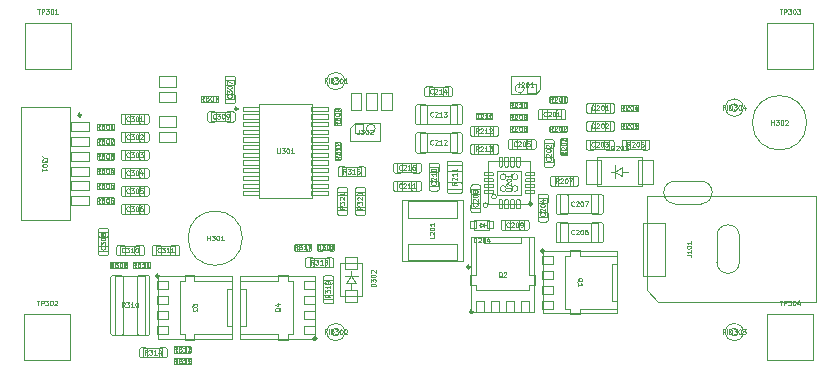
<source format=gbr>
%TF.GenerationSoftware,KiCad,Pcbnew,6.0.3-a3aad9c10e~116~ubuntu20.04.1*%
%TF.CreationDate,2022-03-23T21:19:16+01:00*%
%TF.ProjectId,Smart_Charger,536d6172-745f-4436-9861-726765722e6b,ED A0*%
%TF.SameCoordinates,Original*%
%TF.FileFunction,AssemblyDrawing,Top*%
%FSLAX46Y46*%
G04 Gerber Fmt 4.6, Leading zero omitted, Abs format (unit mm)*
G04 Created by KiCad (PCBNEW 6.0.3-a3aad9c10e~116~ubuntu20.04.1) date 2022-03-23 21:19:16*
%MOMM*%
%LPD*%
G01*
G04 APERTURE LIST*
%ADD10C,0.100000*%
%ADD11C,0.220000*%
%ADD12C,0.100000*%
%TD*%
G04 APERTURE END LIST*
D10*
%TO.C,R316*%
X138757380Y-81955952D02*
X138624047Y-81765476D01*
X138528809Y-81955952D02*
X138528809Y-81555952D01*
X138681190Y-81555952D01*
X138719285Y-81575000D01*
X138738333Y-81594047D01*
X138757380Y-81632142D01*
X138757380Y-81689285D01*
X138738333Y-81727380D01*
X138719285Y-81746428D01*
X138681190Y-81765476D01*
X138528809Y-81765476D01*
X138890714Y-81555952D02*
X139138333Y-81555952D01*
X139005000Y-81708333D01*
X139062142Y-81708333D01*
X139100238Y-81727380D01*
X139119285Y-81746428D01*
X139138333Y-81784523D01*
X139138333Y-81879761D01*
X139119285Y-81917857D01*
X139100238Y-81936904D01*
X139062142Y-81955952D01*
X138947857Y-81955952D01*
X138909761Y-81936904D01*
X138890714Y-81917857D01*
X139519285Y-81955952D02*
X139290714Y-81955952D01*
X139405000Y-81955952D02*
X139405000Y-81555952D01*
X139366904Y-81613095D01*
X139328809Y-81651190D01*
X139290714Y-81670238D01*
X139862142Y-81555952D02*
X139785952Y-81555952D01*
X139747857Y-81575000D01*
X139728809Y-81594047D01*
X139690714Y-81651190D01*
X139671666Y-81727380D01*
X139671666Y-81879761D01*
X139690714Y-81917857D01*
X139709761Y-81936904D01*
X139747857Y-81955952D01*
X139824047Y-81955952D01*
X139862142Y-81936904D01*
X139881190Y-81917857D01*
X139900238Y-81879761D01*
X139900238Y-81784523D01*
X139881190Y-81746428D01*
X139862142Y-81727380D01*
X139824047Y-81708333D01*
X139747857Y-81708333D01*
X139709761Y-81727380D01*
X139690714Y-81746428D01*
X139671666Y-81784523D01*
%TO.C,D302*%
X141260951Y-91499189D02*
X140860951Y-91499189D01*
X140860951Y-91403951D01*
X140879999Y-91346808D01*
X140918094Y-91308713D01*
X140956189Y-91289665D01*
X141032379Y-91270618D01*
X141089522Y-91270618D01*
X141165713Y-91289665D01*
X141203808Y-91308713D01*
X141241903Y-91346808D01*
X141260951Y-91403951D01*
X141260951Y-91499189D01*
X140860951Y-91137284D02*
X140860951Y-90889665D01*
X141013332Y-91022999D01*
X141013332Y-90965856D01*
X141032379Y-90927760D01*
X141051427Y-90908713D01*
X141089522Y-90889665D01*
X141184760Y-90889665D01*
X141222856Y-90908713D01*
X141241903Y-90927760D01*
X141260951Y-90965856D01*
X141260951Y-91080141D01*
X141241903Y-91118237D01*
X141222856Y-91137284D01*
X140860951Y-90642046D02*
X140860951Y-90603951D01*
X140879999Y-90565856D01*
X140899046Y-90546808D01*
X140937141Y-90527760D01*
X141013332Y-90508713D01*
X141108570Y-90508713D01*
X141184760Y-90527760D01*
X141222856Y-90546808D01*
X141241903Y-90565856D01*
X141260951Y-90603951D01*
X141260951Y-90642046D01*
X141241903Y-90680141D01*
X141222856Y-90699189D01*
X141184760Y-90718237D01*
X141108570Y-90737284D01*
X141013332Y-90737284D01*
X140937141Y-90718237D01*
X140899046Y-90699189D01*
X140879999Y-90680141D01*
X140860951Y-90642046D01*
X140899046Y-90356332D02*
X140879999Y-90337284D01*
X140860951Y-90299189D01*
X140860951Y-90203951D01*
X140879999Y-90165856D01*
X140899046Y-90146808D01*
X140937141Y-90127760D01*
X140975237Y-90127760D01*
X141032379Y-90146808D01*
X141260951Y-90375379D01*
X141260951Y-90127760D01*
%TO.C,TP304*%
X175464285Y-92705952D02*
X175692857Y-92705952D01*
X175578571Y-93105952D02*
X175578571Y-92705952D01*
X175826190Y-93105952D02*
X175826190Y-92705952D01*
X175978571Y-92705952D01*
X176016666Y-92725000D01*
X176035714Y-92744047D01*
X176054761Y-92782142D01*
X176054761Y-92839285D01*
X176035714Y-92877380D01*
X176016666Y-92896428D01*
X175978571Y-92915476D01*
X175826190Y-92915476D01*
X176188095Y-92705952D02*
X176435714Y-92705952D01*
X176302380Y-92858333D01*
X176359523Y-92858333D01*
X176397619Y-92877380D01*
X176416666Y-92896428D01*
X176435714Y-92934523D01*
X176435714Y-93029761D01*
X176416666Y-93067857D01*
X176397619Y-93086904D01*
X176359523Y-93105952D01*
X176245238Y-93105952D01*
X176207142Y-93086904D01*
X176188095Y-93067857D01*
X176683333Y-92705952D02*
X176721428Y-92705952D01*
X176759523Y-92725000D01*
X176778571Y-92744047D01*
X176797619Y-92782142D01*
X176816666Y-92858333D01*
X176816666Y-92953571D01*
X176797619Y-93029761D01*
X176778571Y-93067857D01*
X176759523Y-93086904D01*
X176721428Y-93105952D01*
X176683333Y-93105952D01*
X176645238Y-93086904D01*
X176626190Y-93067857D01*
X176607142Y-93029761D01*
X176588095Y-92953571D01*
X176588095Y-92858333D01*
X176607142Y-92782142D01*
X176626190Y-92744047D01*
X176645238Y-92725000D01*
X176683333Y-92705952D01*
X177159523Y-92839285D02*
X177159523Y-93105952D01*
X177064285Y-92686904D02*
X176969047Y-92972619D01*
X177216666Y-92972619D01*
%TO.C,FID301*%
X137065476Y-74096428D02*
X136932142Y-74096428D01*
X136932142Y-74305952D02*
X136932142Y-73905952D01*
X137122619Y-73905952D01*
X137275000Y-74305952D02*
X137275000Y-73905952D01*
X137465476Y-74305952D02*
X137465476Y-73905952D01*
X137560714Y-73905952D01*
X137617857Y-73925000D01*
X137655952Y-73963095D01*
X137675000Y-74001190D01*
X137694047Y-74077380D01*
X137694047Y-74134523D01*
X137675000Y-74210714D01*
X137655952Y-74248809D01*
X137617857Y-74286904D01*
X137560714Y-74305952D01*
X137465476Y-74305952D01*
X137827380Y-73905952D02*
X138075000Y-73905952D01*
X137941666Y-74058333D01*
X137998809Y-74058333D01*
X138036904Y-74077380D01*
X138055952Y-74096428D01*
X138075000Y-74134523D01*
X138075000Y-74229761D01*
X138055952Y-74267857D01*
X138036904Y-74286904D01*
X137998809Y-74305952D01*
X137884523Y-74305952D01*
X137846428Y-74286904D01*
X137827380Y-74267857D01*
X138322619Y-73905952D02*
X138360714Y-73905952D01*
X138398809Y-73925000D01*
X138417857Y-73944047D01*
X138436904Y-73982142D01*
X138455952Y-74058333D01*
X138455952Y-74153571D01*
X138436904Y-74229761D01*
X138417857Y-74267857D01*
X138398809Y-74286904D01*
X138360714Y-74305952D01*
X138322619Y-74305952D01*
X138284523Y-74286904D01*
X138265476Y-74267857D01*
X138246428Y-74229761D01*
X138227380Y-74153571D01*
X138227380Y-74058333D01*
X138246428Y-73982142D01*
X138265476Y-73944047D01*
X138284523Y-73925000D01*
X138322619Y-73905952D01*
X138836904Y-74305952D02*
X138608333Y-74305952D01*
X138722619Y-74305952D02*
X138722619Y-73905952D01*
X138684523Y-73963095D01*
X138646428Y-74001190D01*
X138608333Y-74020238D01*
%TO.C,D204*%
X149548809Y-87780952D02*
X149548809Y-87380952D01*
X149644047Y-87380952D01*
X149701190Y-87400000D01*
X149739285Y-87438095D01*
X149758333Y-87476190D01*
X149777380Y-87552380D01*
X149777380Y-87609523D01*
X149758333Y-87685714D01*
X149739285Y-87723809D01*
X149701190Y-87761904D01*
X149644047Y-87780952D01*
X149548809Y-87780952D01*
X149929761Y-87419047D02*
X149948809Y-87400000D01*
X149986904Y-87380952D01*
X150082142Y-87380952D01*
X150120238Y-87400000D01*
X150139285Y-87419047D01*
X150158333Y-87457142D01*
X150158333Y-87495238D01*
X150139285Y-87552380D01*
X149910714Y-87780952D01*
X150158333Y-87780952D01*
X150405952Y-87380952D02*
X150444047Y-87380952D01*
X150482142Y-87400000D01*
X150501190Y-87419047D01*
X150520238Y-87457142D01*
X150539285Y-87533333D01*
X150539285Y-87628571D01*
X150520238Y-87704761D01*
X150501190Y-87742857D01*
X150482142Y-87761904D01*
X150444047Y-87780952D01*
X150405952Y-87780952D01*
X150367857Y-87761904D01*
X150348809Y-87742857D01*
X150329761Y-87704761D01*
X150310714Y-87628571D01*
X150310714Y-87533333D01*
X150329761Y-87457142D01*
X150348809Y-87419047D01*
X150367857Y-87400000D01*
X150405952Y-87380952D01*
X150882142Y-87514285D02*
X150882142Y-87780952D01*
X150786904Y-87361904D02*
X150691666Y-87647619D01*
X150939285Y-87647619D01*
%TO.C,C305*%
X120402380Y-83567857D02*
X120383333Y-83586904D01*
X120326190Y-83605952D01*
X120288095Y-83605952D01*
X120230952Y-83586904D01*
X120192857Y-83548809D01*
X120173809Y-83510714D01*
X120154761Y-83434523D01*
X120154761Y-83377380D01*
X120173809Y-83301190D01*
X120192857Y-83263095D01*
X120230952Y-83225000D01*
X120288095Y-83205952D01*
X120326190Y-83205952D01*
X120383333Y-83225000D01*
X120402380Y-83244047D01*
X120535714Y-83205952D02*
X120783333Y-83205952D01*
X120650000Y-83358333D01*
X120707142Y-83358333D01*
X120745238Y-83377380D01*
X120764285Y-83396428D01*
X120783333Y-83434523D01*
X120783333Y-83529761D01*
X120764285Y-83567857D01*
X120745238Y-83586904D01*
X120707142Y-83605952D01*
X120592857Y-83605952D01*
X120554761Y-83586904D01*
X120535714Y-83567857D01*
X121030952Y-83205952D02*
X121069047Y-83205952D01*
X121107142Y-83225000D01*
X121126190Y-83244047D01*
X121145238Y-83282142D01*
X121164285Y-83358333D01*
X121164285Y-83453571D01*
X121145238Y-83529761D01*
X121126190Y-83567857D01*
X121107142Y-83586904D01*
X121069047Y-83605952D01*
X121030952Y-83605952D01*
X120992857Y-83586904D01*
X120973809Y-83567857D01*
X120954761Y-83529761D01*
X120935714Y-83453571D01*
X120935714Y-83358333D01*
X120954761Y-83282142D01*
X120973809Y-83244047D01*
X120992857Y-83225000D01*
X121030952Y-83205952D01*
X121526190Y-83205952D02*
X121335714Y-83205952D01*
X121316666Y-83396428D01*
X121335714Y-83377380D01*
X121373809Y-83358333D01*
X121469047Y-83358333D01*
X121507142Y-83377380D01*
X121526190Y-83396428D01*
X121545238Y-83434523D01*
X121545238Y-83529761D01*
X121526190Y-83567857D01*
X121507142Y-83586904D01*
X121469047Y-83605952D01*
X121373809Y-83605952D01*
X121335714Y-83586904D01*
X121316666Y-83567857D01*
%TO.C,R209*%
X152877380Y-77355952D02*
X152744047Y-77165476D01*
X152648809Y-77355952D02*
X152648809Y-76955952D01*
X152801190Y-76955952D01*
X152839285Y-76975000D01*
X152858333Y-76994047D01*
X152877380Y-77032142D01*
X152877380Y-77089285D01*
X152858333Y-77127380D01*
X152839285Y-77146428D01*
X152801190Y-77165476D01*
X152648809Y-77165476D01*
X153029761Y-76994047D02*
X153048809Y-76975000D01*
X153086904Y-76955952D01*
X153182142Y-76955952D01*
X153220238Y-76975000D01*
X153239285Y-76994047D01*
X153258333Y-77032142D01*
X153258333Y-77070238D01*
X153239285Y-77127380D01*
X153010714Y-77355952D01*
X153258333Y-77355952D01*
X153505952Y-76955952D02*
X153544047Y-76955952D01*
X153582142Y-76975000D01*
X153601190Y-76994047D01*
X153620238Y-77032142D01*
X153639285Y-77108333D01*
X153639285Y-77203571D01*
X153620238Y-77279761D01*
X153601190Y-77317857D01*
X153582142Y-77336904D01*
X153544047Y-77355952D01*
X153505952Y-77355952D01*
X153467857Y-77336904D01*
X153448809Y-77317857D01*
X153429761Y-77279761D01*
X153410714Y-77203571D01*
X153410714Y-77108333D01*
X153429761Y-77032142D01*
X153448809Y-76994047D01*
X153467857Y-76975000D01*
X153505952Y-76955952D01*
X153829761Y-77355952D02*
X153905952Y-77355952D01*
X153944047Y-77336904D01*
X153963095Y-77317857D01*
X154001190Y-77260714D01*
X154020238Y-77184523D01*
X154020238Y-77032142D01*
X154001190Y-76994047D01*
X153982142Y-76975000D01*
X153944047Y-76955952D01*
X153867857Y-76955952D01*
X153829761Y-76975000D01*
X153810714Y-76994047D01*
X153791666Y-77032142D01*
X153791666Y-77127380D01*
X153810714Y-77165476D01*
X153829761Y-77184523D01*
X153867857Y-77203571D01*
X153944047Y-77203571D01*
X153982142Y-77184523D01*
X154001190Y-77165476D01*
X154020238Y-77127380D01*
%TO.C,R213*%
X149977380Y-80055952D02*
X149844047Y-79865476D01*
X149748809Y-80055952D02*
X149748809Y-79655952D01*
X149901190Y-79655952D01*
X149939285Y-79675000D01*
X149958333Y-79694047D01*
X149977380Y-79732142D01*
X149977380Y-79789285D01*
X149958333Y-79827380D01*
X149939285Y-79846428D01*
X149901190Y-79865476D01*
X149748809Y-79865476D01*
X150129761Y-79694047D02*
X150148809Y-79675000D01*
X150186904Y-79655952D01*
X150282142Y-79655952D01*
X150320238Y-79675000D01*
X150339285Y-79694047D01*
X150358333Y-79732142D01*
X150358333Y-79770238D01*
X150339285Y-79827380D01*
X150110714Y-80055952D01*
X150358333Y-80055952D01*
X150739285Y-80055952D02*
X150510714Y-80055952D01*
X150625000Y-80055952D02*
X150625000Y-79655952D01*
X150586904Y-79713095D01*
X150548809Y-79751190D01*
X150510714Y-79770238D01*
X150872619Y-79655952D02*
X151120238Y-79655952D01*
X150986904Y-79808333D01*
X151044047Y-79808333D01*
X151082142Y-79827380D01*
X151101190Y-79846428D01*
X151120238Y-79884523D01*
X151120238Y-79979761D01*
X151101190Y-80017857D01*
X151082142Y-80036904D01*
X151044047Y-80055952D01*
X150929761Y-80055952D01*
X150891666Y-80036904D01*
X150872619Y-80017857D01*
%TO.C,C301*%
X120402380Y-77467857D02*
X120383333Y-77486904D01*
X120326190Y-77505952D01*
X120288095Y-77505952D01*
X120230952Y-77486904D01*
X120192857Y-77448809D01*
X120173809Y-77410714D01*
X120154761Y-77334523D01*
X120154761Y-77277380D01*
X120173809Y-77201190D01*
X120192857Y-77163095D01*
X120230952Y-77125000D01*
X120288095Y-77105952D01*
X120326190Y-77105952D01*
X120383333Y-77125000D01*
X120402380Y-77144047D01*
X120535714Y-77105952D02*
X120783333Y-77105952D01*
X120650000Y-77258333D01*
X120707142Y-77258333D01*
X120745238Y-77277380D01*
X120764285Y-77296428D01*
X120783333Y-77334523D01*
X120783333Y-77429761D01*
X120764285Y-77467857D01*
X120745238Y-77486904D01*
X120707142Y-77505952D01*
X120592857Y-77505952D01*
X120554761Y-77486904D01*
X120535714Y-77467857D01*
X121030952Y-77105952D02*
X121069047Y-77105952D01*
X121107142Y-77125000D01*
X121126190Y-77144047D01*
X121145238Y-77182142D01*
X121164285Y-77258333D01*
X121164285Y-77353571D01*
X121145238Y-77429761D01*
X121126190Y-77467857D01*
X121107142Y-77486904D01*
X121069047Y-77505952D01*
X121030952Y-77505952D01*
X120992857Y-77486904D01*
X120973809Y-77467857D01*
X120954761Y-77429761D01*
X120935714Y-77353571D01*
X120935714Y-77258333D01*
X120954761Y-77182142D01*
X120973809Y-77144047D01*
X120992857Y-77125000D01*
X121030952Y-77105952D01*
X121545238Y-77505952D02*
X121316666Y-77505952D01*
X121430952Y-77505952D02*
X121430952Y-77105952D01*
X121392857Y-77163095D01*
X121354761Y-77201190D01*
X121316666Y-77220238D01*
%TO.C,R203*%
X157355952Y-80097619D02*
X157165476Y-80230952D01*
X157355952Y-80326190D02*
X156955952Y-80326190D01*
X156955952Y-80173809D01*
X156975000Y-80135714D01*
X156994047Y-80116666D01*
X157032142Y-80097619D01*
X157089285Y-80097619D01*
X157127380Y-80116666D01*
X157146428Y-80135714D01*
X157165476Y-80173809D01*
X157165476Y-80326190D01*
X156994047Y-79945238D02*
X156975000Y-79926190D01*
X156955952Y-79888095D01*
X156955952Y-79792857D01*
X156975000Y-79754761D01*
X156994047Y-79735714D01*
X157032142Y-79716666D01*
X157070238Y-79716666D01*
X157127380Y-79735714D01*
X157355952Y-79964285D01*
X157355952Y-79716666D01*
X156955952Y-79469047D02*
X156955952Y-79430952D01*
X156975000Y-79392857D01*
X156994047Y-79373809D01*
X157032142Y-79354761D01*
X157108333Y-79335714D01*
X157203571Y-79335714D01*
X157279761Y-79354761D01*
X157317857Y-79373809D01*
X157336904Y-79392857D01*
X157355952Y-79430952D01*
X157355952Y-79469047D01*
X157336904Y-79507142D01*
X157317857Y-79526190D01*
X157279761Y-79545238D01*
X157203571Y-79564285D01*
X157108333Y-79564285D01*
X157032142Y-79545238D01*
X156994047Y-79526190D01*
X156975000Y-79507142D01*
X156955952Y-79469047D01*
X156955952Y-79202380D02*
X156955952Y-78954761D01*
X157108333Y-79088095D01*
X157108333Y-79030952D01*
X157127380Y-78992857D01*
X157146428Y-78973809D01*
X157184523Y-78954761D01*
X157279761Y-78954761D01*
X157317857Y-78973809D01*
X157336904Y-78992857D01*
X157355952Y-79030952D01*
X157355952Y-79145238D01*
X157336904Y-79183333D01*
X157317857Y-79202380D01*
%TO.C,R212*%
X149977380Y-78530952D02*
X149844047Y-78340476D01*
X149748809Y-78530952D02*
X149748809Y-78130952D01*
X149901190Y-78130952D01*
X149939285Y-78150000D01*
X149958333Y-78169047D01*
X149977380Y-78207142D01*
X149977380Y-78264285D01*
X149958333Y-78302380D01*
X149939285Y-78321428D01*
X149901190Y-78340476D01*
X149748809Y-78340476D01*
X150129761Y-78169047D02*
X150148809Y-78150000D01*
X150186904Y-78130952D01*
X150282142Y-78130952D01*
X150320238Y-78150000D01*
X150339285Y-78169047D01*
X150358333Y-78207142D01*
X150358333Y-78245238D01*
X150339285Y-78302380D01*
X150110714Y-78530952D01*
X150358333Y-78530952D01*
X150739285Y-78530952D02*
X150510714Y-78530952D01*
X150625000Y-78530952D02*
X150625000Y-78130952D01*
X150586904Y-78188095D01*
X150548809Y-78226190D01*
X150510714Y-78245238D01*
X150891666Y-78169047D02*
X150910714Y-78150000D01*
X150948809Y-78130952D01*
X151044047Y-78130952D01*
X151082142Y-78150000D01*
X151101190Y-78169047D01*
X151120238Y-78207142D01*
X151120238Y-78245238D01*
X151101190Y-78302380D01*
X150872619Y-78530952D01*
X151120238Y-78530952D01*
%TO.C,C215*%
X149977380Y-77242857D02*
X149958333Y-77261904D01*
X149901190Y-77280952D01*
X149863095Y-77280952D01*
X149805952Y-77261904D01*
X149767857Y-77223809D01*
X149748809Y-77185714D01*
X149729761Y-77109523D01*
X149729761Y-77052380D01*
X149748809Y-76976190D01*
X149767857Y-76938095D01*
X149805952Y-76900000D01*
X149863095Y-76880952D01*
X149901190Y-76880952D01*
X149958333Y-76900000D01*
X149977380Y-76919047D01*
X150129761Y-76919047D02*
X150148809Y-76900000D01*
X150186904Y-76880952D01*
X150282142Y-76880952D01*
X150320238Y-76900000D01*
X150339285Y-76919047D01*
X150358333Y-76957142D01*
X150358333Y-76995238D01*
X150339285Y-77052380D01*
X150110714Y-77280952D01*
X150358333Y-77280952D01*
X150739285Y-77280952D02*
X150510714Y-77280952D01*
X150625000Y-77280952D02*
X150625000Y-76880952D01*
X150586904Y-76938095D01*
X150548809Y-76976190D01*
X150510714Y-76995238D01*
X151101190Y-76880952D02*
X150910714Y-76880952D01*
X150891666Y-77071428D01*
X150910714Y-77052380D01*
X150948809Y-77033333D01*
X151044047Y-77033333D01*
X151082142Y-77052380D01*
X151101190Y-77071428D01*
X151120238Y-77109523D01*
X151120238Y-77204761D01*
X151101190Y-77242857D01*
X151082142Y-77261904D01*
X151044047Y-77280952D01*
X150948809Y-77280952D01*
X150910714Y-77261904D01*
X150891666Y-77242857D01*
%TO.C,FID304*%
X170815476Y-76346428D02*
X170682142Y-76346428D01*
X170682142Y-76555952D02*
X170682142Y-76155952D01*
X170872619Y-76155952D01*
X171025000Y-76555952D02*
X171025000Y-76155952D01*
X171215476Y-76555952D02*
X171215476Y-76155952D01*
X171310714Y-76155952D01*
X171367857Y-76175000D01*
X171405952Y-76213095D01*
X171425000Y-76251190D01*
X171444047Y-76327380D01*
X171444047Y-76384523D01*
X171425000Y-76460714D01*
X171405952Y-76498809D01*
X171367857Y-76536904D01*
X171310714Y-76555952D01*
X171215476Y-76555952D01*
X171577380Y-76155952D02*
X171825000Y-76155952D01*
X171691666Y-76308333D01*
X171748809Y-76308333D01*
X171786904Y-76327380D01*
X171805952Y-76346428D01*
X171825000Y-76384523D01*
X171825000Y-76479761D01*
X171805952Y-76517857D01*
X171786904Y-76536904D01*
X171748809Y-76555952D01*
X171634523Y-76555952D01*
X171596428Y-76536904D01*
X171577380Y-76517857D01*
X172072619Y-76155952D02*
X172110714Y-76155952D01*
X172148809Y-76175000D01*
X172167857Y-76194047D01*
X172186904Y-76232142D01*
X172205952Y-76308333D01*
X172205952Y-76403571D01*
X172186904Y-76479761D01*
X172167857Y-76517857D01*
X172148809Y-76536904D01*
X172110714Y-76555952D01*
X172072619Y-76555952D01*
X172034523Y-76536904D01*
X172015476Y-76517857D01*
X171996428Y-76479761D01*
X171977380Y-76403571D01*
X171977380Y-76308333D01*
X171996428Y-76232142D01*
X172015476Y-76194047D01*
X172034523Y-76175000D01*
X172072619Y-76155952D01*
X172548809Y-76289285D02*
X172548809Y-76555952D01*
X172453571Y-76136904D02*
X172358333Y-76422619D01*
X172605952Y-76422619D01*
%TO.C,J201*%
X153435714Y-74240952D02*
X153435714Y-74526666D01*
X153416666Y-74583809D01*
X153378571Y-74621904D01*
X153321428Y-74640952D01*
X153283333Y-74640952D01*
X153607142Y-74279047D02*
X153626190Y-74260000D01*
X153664285Y-74240952D01*
X153759523Y-74240952D01*
X153797619Y-74260000D01*
X153816666Y-74279047D01*
X153835714Y-74317142D01*
X153835714Y-74355238D01*
X153816666Y-74412380D01*
X153588095Y-74640952D01*
X153835714Y-74640952D01*
X154083333Y-74240952D02*
X154121428Y-74240952D01*
X154159523Y-74260000D01*
X154178571Y-74279047D01*
X154197619Y-74317142D01*
X154216666Y-74393333D01*
X154216666Y-74488571D01*
X154197619Y-74564761D01*
X154178571Y-74602857D01*
X154159523Y-74621904D01*
X154121428Y-74640952D01*
X154083333Y-74640952D01*
X154045238Y-74621904D01*
X154026190Y-74602857D01*
X154007142Y-74564761D01*
X153988095Y-74488571D01*
X153988095Y-74393333D01*
X154007142Y-74317142D01*
X154026190Y-74279047D01*
X154045238Y-74260000D01*
X154083333Y-74240952D01*
X154597619Y-74640952D02*
X154369047Y-74640952D01*
X154483333Y-74640952D02*
X154483333Y-74240952D01*
X154445238Y-74298095D01*
X154407142Y-74336190D01*
X154369047Y-74355238D01*
%TO.C,R305*%
X117912380Y-83180952D02*
X117779047Y-82990476D01*
X117683809Y-83180952D02*
X117683809Y-82780952D01*
X117836190Y-82780952D01*
X117874285Y-82800000D01*
X117893333Y-82819047D01*
X117912380Y-82857142D01*
X117912380Y-82914285D01*
X117893333Y-82952380D01*
X117874285Y-82971428D01*
X117836190Y-82990476D01*
X117683809Y-82990476D01*
X118045714Y-82780952D02*
X118293333Y-82780952D01*
X118160000Y-82933333D01*
X118217142Y-82933333D01*
X118255238Y-82952380D01*
X118274285Y-82971428D01*
X118293333Y-83009523D01*
X118293333Y-83104761D01*
X118274285Y-83142857D01*
X118255238Y-83161904D01*
X118217142Y-83180952D01*
X118102857Y-83180952D01*
X118064761Y-83161904D01*
X118045714Y-83142857D01*
X118540952Y-82780952D02*
X118579047Y-82780952D01*
X118617142Y-82800000D01*
X118636190Y-82819047D01*
X118655238Y-82857142D01*
X118674285Y-82933333D01*
X118674285Y-83028571D01*
X118655238Y-83104761D01*
X118636190Y-83142857D01*
X118617142Y-83161904D01*
X118579047Y-83180952D01*
X118540952Y-83180952D01*
X118502857Y-83161904D01*
X118483809Y-83142857D01*
X118464761Y-83104761D01*
X118445714Y-83028571D01*
X118445714Y-82933333D01*
X118464761Y-82857142D01*
X118483809Y-82819047D01*
X118502857Y-82800000D01*
X118540952Y-82780952D01*
X119036190Y-82780952D02*
X118845714Y-82780952D01*
X118826666Y-82971428D01*
X118845714Y-82952380D01*
X118883809Y-82933333D01*
X118979047Y-82933333D01*
X119017142Y-82952380D01*
X119036190Y-82971428D01*
X119055238Y-83009523D01*
X119055238Y-83104761D01*
X119036190Y-83142857D01*
X119017142Y-83161904D01*
X118979047Y-83180952D01*
X118883809Y-83180952D01*
X118845714Y-83161904D01*
X118826666Y-83142857D01*
%TO.C,L201*%
X146233452Y-87250119D02*
X146233452Y-87440595D01*
X145833452Y-87440595D01*
X145871547Y-87135833D02*
X145852500Y-87116785D01*
X145833452Y-87078690D01*
X145833452Y-86983452D01*
X145852500Y-86945357D01*
X145871547Y-86926309D01*
X145909642Y-86907261D01*
X145947738Y-86907261D01*
X146004880Y-86926309D01*
X146233452Y-87154880D01*
X146233452Y-86907261D01*
X145833452Y-86659642D02*
X145833452Y-86621547D01*
X145852500Y-86583452D01*
X145871547Y-86564404D01*
X145909642Y-86545357D01*
X145985833Y-86526309D01*
X146081071Y-86526309D01*
X146157261Y-86545357D01*
X146195357Y-86564404D01*
X146214404Y-86583452D01*
X146233452Y-86621547D01*
X146233452Y-86659642D01*
X146214404Y-86697738D01*
X146195357Y-86716785D01*
X146157261Y-86735833D01*
X146081071Y-86754880D01*
X145985833Y-86754880D01*
X145909642Y-86735833D01*
X145871547Y-86716785D01*
X145852500Y-86697738D01*
X145833452Y-86659642D01*
X146233452Y-86145357D02*
X146233452Y-86373928D01*
X146233452Y-86259642D02*
X145833452Y-86259642D01*
X145890595Y-86297738D01*
X145928690Y-86335833D01*
X145947738Y-86373928D01*
%TO.C,C208*%
X149842857Y-84497619D02*
X149861904Y-84516666D01*
X149880952Y-84573809D01*
X149880952Y-84611904D01*
X149861904Y-84669047D01*
X149823809Y-84707142D01*
X149785714Y-84726190D01*
X149709523Y-84745238D01*
X149652380Y-84745238D01*
X149576190Y-84726190D01*
X149538095Y-84707142D01*
X149500000Y-84669047D01*
X149480952Y-84611904D01*
X149480952Y-84573809D01*
X149500000Y-84516666D01*
X149519047Y-84497619D01*
X149519047Y-84345238D02*
X149500000Y-84326190D01*
X149480952Y-84288095D01*
X149480952Y-84192857D01*
X149500000Y-84154761D01*
X149519047Y-84135714D01*
X149557142Y-84116666D01*
X149595238Y-84116666D01*
X149652380Y-84135714D01*
X149880952Y-84364285D01*
X149880952Y-84116666D01*
X149480952Y-83869047D02*
X149480952Y-83830952D01*
X149500000Y-83792857D01*
X149519047Y-83773809D01*
X149557142Y-83754761D01*
X149633333Y-83735714D01*
X149728571Y-83735714D01*
X149804761Y-83754761D01*
X149842857Y-83773809D01*
X149861904Y-83792857D01*
X149880952Y-83830952D01*
X149880952Y-83869047D01*
X149861904Y-83907142D01*
X149842857Y-83926190D01*
X149804761Y-83945238D01*
X149728571Y-83964285D01*
X149633333Y-83964285D01*
X149557142Y-83945238D01*
X149519047Y-83926190D01*
X149500000Y-83907142D01*
X149480952Y-83869047D01*
X149652380Y-83507142D02*
X149633333Y-83545238D01*
X149614285Y-83564285D01*
X149576190Y-83583333D01*
X149557142Y-83583333D01*
X149519047Y-83564285D01*
X149500000Y-83545238D01*
X149480952Y-83507142D01*
X149480952Y-83430952D01*
X149500000Y-83392857D01*
X149519047Y-83373809D01*
X149557142Y-83354761D01*
X149576190Y-83354761D01*
X149614285Y-83373809D01*
X149633333Y-83392857D01*
X149652380Y-83430952D01*
X149652380Y-83507142D01*
X149671428Y-83545238D01*
X149690476Y-83564285D01*
X149728571Y-83583333D01*
X149804761Y-83583333D01*
X149842857Y-83564285D01*
X149861904Y-83545238D01*
X149880952Y-83507142D01*
X149880952Y-83430952D01*
X149861904Y-83392857D01*
X149842857Y-83373809D01*
X149804761Y-83354761D01*
X149728571Y-83354761D01*
X149690476Y-83373809D01*
X149671428Y-83392857D01*
X149652380Y-83430952D01*
%TO.C,C310*%
X120002379Y-88592856D02*
X119983332Y-88611903D01*
X119926189Y-88630951D01*
X119888094Y-88630951D01*
X119830951Y-88611903D01*
X119792856Y-88573808D01*
X119773808Y-88535713D01*
X119754760Y-88459522D01*
X119754760Y-88402379D01*
X119773808Y-88326189D01*
X119792856Y-88288094D01*
X119830951Y-88249999D01*
X119888094Y-88230951D01*
X119926189Y-88230951D01*
X119983332Y-88249999D01*
X120002379Y-88269046D01*
X120135713Y-88230951D02*
X120383332Y-88230951D01*
X120249999Y-88383332D01*
X120307141Y-88383332D01*
X120345237Y-88402379D01*
X120364284Y-88421427D01*
X120383332Y-88459522D01*
X120383332Y-88554760D01*
X120364284Y-88592856D01*
X120345237Y-88611903D01*
X120307141Y-88630951D01*
X120192856Y-88630951D01*
X120154760Y-88611903D01*
X120135713Y-88592856D01*
X120764284Y-88630951D02*
X120535713Y-88630951D01*
X120649999Y-88630951D02*
X120649999Y-88230951D01*
X120611903Y-88288094D01*
X120573808Y-88326189D01*
X120535713Y-88345237D01*
X121011903Y-88230951D02*
X121049999Y-88230951D01*
X121088094Y-88249999D01*
X121107141Y-88269046D01*
X121126189Y-88307141D01*
X121145237Y-88383332D01*
X121145237Y-88478570D01*
X121126189Y-88554760D01*
X121107141Y-88592856D01*
X121088094Y-88611903D01*
X121049999Y-88630951D01*
X121011903Y-88630951D01*
X120973808Y-88611903D01*
X120954760Y-88592856D01*
X120935713Y-88554760D01*
X120916665Y-88478570D01*
X120916665Y-88383332D01*
X120935713Y-88307141D01*
X120954760Y-88269046D01*
X120973808Y-88249999D01*
X121011903Y-88230951D01*
%TO.C,R204*%
X162289880Y-76580952D02*
X162156547Y-76390476D01*
X162061309Y-76580952D02*
X162061309Y-76180952D01*
X162213690Y-76180952D01*
X162251785Y-76200000D01*
X162270833Y-76219047D01*
X162289880Y-76257142D01*
X162289880Y-76314285D01*
X162270833Y-76352380D01*
X162251785Y-76371428D01*
X162213690Y-76390476D01*
X162061309Y-76390476D01*
X162442261Y-76219047D02*
X162461309Y-76200000D01*
X162499404Y-76180952D01*
X162594642Y-76180952D01*
X162632738Y-76200000D01*
X162651785Y-76219047D01*
X162670833Y-76257142D01*
X162670833Y-76295238D01*
X162651785Y-76352380D01*
X162423214Y-76580952D01*
X162670833Y-76580952D01*
X162918452Y-76180952D02*
X162956547Y-76180952D01*
X162994642Y-76200000D01*
X163013690Y-76219047D01*
X163032738Y-76257142D01*
X163051785Y-76333333D01*
X163051785Y-76428571D01*
X163032738Y-76504761D01*
X163013690Y-76542857D01*
X162994642Y-76561904D01*
X162956547Y-76580952D01*
X162918452Y-76580952D01*
X162880357Y-76561904D01*
X162861309Y-76542857D01*
X162842261Y-76504761D01*
X162823214Y-76428571D01*
X162823214Y-76333333D01*
X162842261Y-76257142D01*
X162861309Y-76219047D01*
X162880357Y-76200000D01*
X162918452Y-76180952D01*
X163394642Y-76314285D02*
X163394642Y-76580952D01*
X163299404Y-76161904D02*
X163204166Y-76447619D01*
X163451785Y-76447619D01*
%TO.C,C309*%
X127699880Y-77265357D02*
X127680833Y-77284404D01*
X127623690Y-77303452D01*
X127585595Y-77303452D01*
X127528452Y-77284404D01*
X127490357Y-77246309D01*
X127471309Y-77208214D01*
X127452261Y-77132023D01*
X127452261Y-77074880D01*
X127471309Y-76998690D01*
X127490357Y-76960595D01*
X127528452Y-76922500D01*
X127585595Y-76903452D01*
X127623690Y-76903452D01*
X127680833Y-76922500D01*
X127699880Y-76941547D01*
X127833214Y-76903452D02*
X128080833Y-76903452D01*
X127947500Y-77055833D01*
X128004642Y-77055833D01*
X128042738Y-77074880D01*
X128061785Y-77093928D01*
X128080833Y-77132023D01*
X128080833Y-77227261D01*
X128061785Y-77265357D01*
X128042738Y-77284404D01*
X128004642Y-77303452D01*
X127890357Y-77303452D01*
X127852261Y-77284404D01*
X127833214Y-77265357D01*
X128328452Y-76903452D02*
X128366547Y-76903452D01*
X128404642Y-76922500D01*
X128423690Y-76941547D01*
X128442738Y-76979642D01*
X128461785Y-77055833D01*
X128461785Y-77151071D01*
X128442738Y-77227261D01*
X128423690Y-77265357D01*
X128404642Y-77284404D01*
X128366547Y-77303452D01*
X128328452Y-77303452D01*
X128290357Y-77284404D01*
X128271309Y-77265357D01*
X128252261Y-77227261D01*
X128233214Y-77151071D01*
X128233214Y-77055833D01*
X128252261Y-76979642D01*
X128271309Y-76941547D01*
X128290357Y-76922500D01*
X128328452Y-76903452D01*
X128652261Y-77303452D02*
X128728452Y-77303452D01*
X128766547Y-77284404D01*
X128785595Y-77265357D01*
X128823690Y-77208214D01*
X128842738Y-77132023D01*
X128842738Y-76979642D01*
X128823690Y-76941547D01*
X128804642Y-76922500D01*
X128766547Y-76903452D01*
X128690357Y-76903452D01*
X128652261Y-76922500D01*
X128633214Y-76941547D01*
X128614166Y-76979642D01*
X128614166Y-77074880D01*
X128633214Y-77112976D01*
X128652261Y-77132023D01*
X128690357Y-77151071D01*
X128766547Y-77151071D01*
X128804642Y-77132023D01*
X128823690Y-77112976D01*
X128842738Y-77074880D01*
%TO.C,J101*%
X167580952Y-88864285D02*
X167866666Y-88864285D01*
X167923809Y-88883333D01*
X167961904Y-88921428D01*
X167980952Y-88978571D01*
X167980952Y-89016666D01*
X167980952Y-88464285D02*
X167980952Y-88692857D01*
X167980952Y-88578571D02*
X167580952Y-88578571D01*
X167638095Y-88616666D01*
X167676190Y-88654761D01*
X167695238Y-88692857D01*
X167580952Y-88216666D02*
X167580952Y-88178571D01*
X167600000Y-88140476D01*
X167619047Y-88121428D01*
X167657142Y-88102380D01*
X167733333Y-88083333D01*
X167828571Y-88083333D01*
X167904761Y-88102380D01*
X167942857Y-88121428D01*
X167961904Y-88140476D01*
X167980952Y-88178571D01*
X167980952Y-88216666D01*
X167961904Y-88254761D01*
X167942857Y-88273809D01*
X167904761Y-88292857D01*
X167828571Y-88311904D01*
X167733333Y-88311904D01*
X167657142Y-88292857D01*
X167619047Y-88273809D01*
X167600000Y-88254761D01*
X167580952Y-88216666D01*
X167980952Y-87702380D02*
X167980952Y-87930952D01*
X167980952Y-87816666D02*
X167580952Y-87816666D01*
X167638095Y-87854761D01*
X167676190Y-87892857D01*
X167695238Y-87930952D01*
%TO.C,R313*%
X124452379Y-97030951D02*
X124319046Y-96840475D01*
X124223808Y-97030951D02*
X124223808Y-96630951D01*
X124376189Y-96630951D01*
X124414284Y-96649999D01*
X124433332Y-96669046D01*
X124452379Y-96707141D01*
X124452379Y-96764284D01*
X124433332Y-96802379D01*
X124414284Y-96821427D01*
X124376189Y-96840475D01*
X124223808Y-96840475D01*
X124585713Y-96630951D02*
X124833332Y-96630951D01*
X124699999Y-96783332D01*
X124757141Y-96783332D01*
X124795237Y-96802379D01*
X124814284Y-96821427D01*
X124833332Y-96859522D01*
X124833332Y-96954760D01*
X124814284Y-96992856D01*
X124795237Y-97011903D01*
X124757141Y-97030951D01*
X124642856Y-97030951D01*
X124604760Y-97011903D01*
X124585713Y-96992856D01*
X125214284Y-97030951D02*
X124985713Y-97030951D01*
X125099999Y-97030951D02*
X125099999Y-96630951D01*
X125061903Y-96688094D01*
X125023808Y-96726189D01*
X124985713Y-96745237D01*
X125347618Y-96630951D02*
X125595237Y-96630951D01*
X125461903Y-96783332D01*
X125519046Y-96783332D01*
X125557141Y-96802379D01*
X125576189Y-96821427D01*
X125595237Y-96859522D01*
X125595237Y-96954760D01*
X125576189Y-96992856D01*
X125557141Y-97011903D01*
X125519046Y-97030951D01*
X125404760Y-97030951D01*
X125366665Y-97011903D01*
X125347618Y-96992856D01*
%TO.C,U301*%
X132911785Y-79828452D02*
X132911785Y-80152261D01*
X132930833Y-80190357D01*
X132949880Y-80209404D01*
X132987976Y-80228452D01*
X133064166Y-80228452D01*
X133102261Y-80209404D01*
X133121309Y-80190357D01*
X133140357Y-80152261D01*
X133140357Y-79828452D01*
X133292738Y-79828452D02*
X133540357Y-79828452D01*
X133407023Y-79980833D01*
X133464166Y-79980833D01*
X133502261Y-79999880D01*
X133521309Y-80018928D01*
X133540357Y-80057023D01*
X133540357Y-80152261D01*
X133521309Y-80190357D01*
X133502261Y-80209404D01*
X133464166Y-80228452D01*
X133349880Y-80228452D01*
X133311785Y-80209404D01*
X133292738Y-80190357D01*
X133787976Y-79828452D02*
X133826071Y-79828452D01*
X133864166Y-79847500D01*
X133883214Y-79866547D01*
X133902261Y-79904642D01*
X133921309Y-79980833D01*
X133921309Y-80076071D01*
X133902261Y-80152261D01*
X133883214Y-80190357D01*
X133864166Y-80209404D01*
X133826071Y-80228452D01*
X133787976Y-80228452D01*
X133749880Y-80209404D01*
X133730833Y-80190357D01*
X133711785Y-80152261D01*
X133692738Y-80076071D01*
X133692738Y-79980833D01*
X133711785Y-79904642D01*
X133730833Y-79866547D01*
X133749880Y-79847500D01*
X133787976Y-79828452D01*
X134302261Y-80228452D02*
X134073690Y-80228452D01*
X134187976Y-80228452D02*
X134187976Y-79828452D01*
X134149880Y-79885595D01*
X134111785Y-79923690D01*
X134073690Y-79942738D01*
%TO.C,TP303*%
X175464285Y-68030952D02*
X175692857Y-68030952D01*
X175578571Y-68430952D02*
X175578571Y-68030952D01*
X175826190Y-68430952D02*
X175826190Y-68030952D01*
X175978571Y-68030952D01*
X176016666Y-68050000D01*
X176035714Y-68069047D01*
X176054761Y-68107142D01*
X176054761Y-68164285D01*
X176035714Y-68202380D01*
X176016666Y-68221428D01*
X175978571Y-68240476D01*
X175826190Y-68240476D01*
X176188095Y-68030952D02*
X176435714Y-68030952D01*
X176302380Y-68183333D01*
X176359523Y-68183333D01*
X176397619Y-68202380D01*
X176416666Y-68221428D01*
X176435714Y-68259523D01*
X176435714Y-68354761D01*
X176416666Y-68392857D01*
X176397619Y-68411904D01*
X176359523Y-68430952D01*
X176245238Y-68430952D01*
X176207142Y-68411904D01*
X176188095Y-68392857D01*
X176683333Y-68030952D02*
X176721428Y-68030952D01*
X176759523Y-68050000D01*
X176778571Y-68069047D01*
X176797619Y-68107142D01*
X176816666Y-68183333D01*
X176816666Y-68278571D01*
X176797619Y-68354761D01*
X176778571Y-68392857D01*
X176759523Y-68411904D01*
X176721428Y-68430952D01*
X176683333Y-68430952D01*
X176645238Y-68411904D01*
X176626190Y-68392857D01*
X176607142Y-68354761D01*
X176588095Y-68278571D01*
X176588095Y-68183333D01*
X176607142Y-68107142D01*
X176626190Y-68069047D01*
X176645238Y-68050000D01*
X176683333Y-68030952D01*
X176950000Y-68030952D02*
X177197619Y-68030952D01*
X177064285Y-68183333D01*
X177121428Y-68183333D01*
X177159523Y-68202380D01*
X177178571Y-68221428D01*
X177197619Y-68259523D01*
X177197619Y-68354761D01*
X177178571Y-68392857D01*
X177159523Y-68411904D01*
X177121428Y-68430952D01*
X177007142Y-68430952D01*
X176969047Y-68411904D01*
X176950000Y-68392857D01*
%TO.C,H302*%
X174764285Y-77830952D02*
X174764285Y-77430952D01*
X174764285Y-77621428D02*
X174992857Y-77621428D01*
X174992857Y-77830952D02*
X174992857Y-77430952D01*
X175145238Y-77430952D02*
X175392857Y-77430952D01*
X175259523Y-77583333D01*
X175316666Y-77583333D01*
X175354761Y-77602380D01*
X175373809Y-77621428D01*
X175392857Y-77659523D01*
X175392857Y-77754761D01*
X175373809Y-77792857D01*
X175354761Y-77811904D01*
X175316666Y-77830952D01*
X175202380Y-77830952D01*
X175164285Y-77811904D01*
X175145238Y-77792857D01*
X175640476Y-77430952D02*
X175678571Y-77430952D01*
X175716666Y-77450000D01*
X175735714Y-77469047D01*
X175754761Y-77507142D01*
X175773809Y-77583333D01*
X175773809Y-77678571D01*
X175754761Y-77754761D01*
X175735714Y-77792857D01*
X175716666Y-77811904D01*
X175678571Y-77830952D01*
X175640476Y-77830952D01*
X175602380Y-77811904D01*
X175583333Y-77792857D01*
X175564285Y-77754761D01*
X175545238Y-77678571D01*
X175545238Y-77583333D01*
X175564285Y-77507142D01*
X175583333Y-77469047D01*
X175602380Y-77450000D01*
X175640476Y-77430952D01*
X175926190Y-77469047D02*
X175945238Y-77450000D01*
X175983333Y-77430952D01*
X176078571Y-77430952D01*
X176116666Y-77450000D01*
X176135714Y-77469047D01*
X176154761Y-77507142D01*
X176154761Y-77545238D01*
X176135714Y-77602380D01*
X175907142Y-77830952D01*
X176154761Y-77830952D01*
%TO.C,R210*%
X152877380Y-76355952D02*
X152744047Y-76165476D01*
X152648809Y-76355952D02*
X152648809Y-75955952D01*
X152801190Y-75955952D01*
X152839285Y-75975000D01*
X152858333Y-75994047D01*
X152877380Y-76032142D01*
X152877380Y-76089285D01*
X152858333Y-76127380D01*
X152839285Y-76146428D01*
X152801190Y-76165476D01*
X152648809Y-76165476D01*
X153029761Y-75994047D02*
X153048809Y-75975000D01*
X153086904Y-75955952D01*
X153182142Y-75955952D01*
X153220238Y-75975000D01*
X153239285Y-75994047D01*
X153258333Y-76032142D01*
X153258333Y-76070238D01*
X153239285Y-76127380D01*
X153010714Y-76355952D01*
X153258333Y-76355952D01*
X153639285Y-76355952D02*
X153410714Y-76355952D01*
X153525000Y-76355952D02*
X153525000Y-75955952D01*
X153486904Y-76013095D01*
X153448809Y-76051190D01*
X153410714Y-76070238D01*
X153886904Y-75955952D02*
X153925000Y-75955952D01*
X153963095Y-75975000D01*
X153982142Y-75994047D01*
X154001190Y-76032142D01*
X154020238Y-76108333D01*
X154020238Y-76203571D01*
X154001190Y-76279761D01*
X153982142Y-76317857D01*
X153963095Y-76336904D01*
X153925000Y-76355952D01*
X153886904Y-76355952D01*
X153848809Y-76336904D01*
X153829761Y-76317857D01*
X153810714Y-76279761D01*
X153791666Y-76203571D01*
X153791666Y-76108333D01*
X153810714Y-76032142D01*
X153829761Y-75994047D01*
X153848809Y-75975000D01*
X153886904Y-75955952D01*
%TO.C,R311*%
X120962379Y-89890951D02*
X120829046Y-89700475D01*
X120733808Y-89890951D02*
X120733808Y-89490951D01*
X120886189Y-89490951D01*
X120924284Y-89509999D01*
X120943332Y-89529046D01*
X120962379Y-89567141D01*
X120962379Y-89624284D01*
X120943332Y-89662379D01*
X120924284Y-89681427D01*
X120886189Y-89700475D01*
X120733808Y-89700475D01*
X121095713Y-89490951D02*
X121343332Y-89490951D01*
X121209999Y-89643332D01*
X121267141Y-89643332D01*
X121305237Y-89662379D01*
X121324284Y-89681427D01*
X121343332Y-89719522D01*
X121343332Y-89814760D01*
X121324284Y-89852856D01*
X121305237Y-89871903D01*
X121267141Y-89890951D01*
X121152856Y-89890951D01*
X121114760Y-89871903D01*
X121095713Y-89852856D01*
X121724284Y-89890951D02*
X121495713Y-89890951D01*
X121609999Y-89890951D02*
X121609999Y-89490951D01*
X121571903Y-89548094D01*
X121533808Y-89586189D01*
X121495713Y-89605237D01*
X122105237Y-89890951D02*
X121876665Y-89890951D01*
X121990951Y-89890951D02*
X121990951Y-89490951D01*
X121952856Y-89548094D01*
X121914760Y-89586189D01*
X121876665Y-89605237D01*
%TO.C,H301*%
X126989285Y-87605952D02*
X126989285Y-87205952D01*
X126989285Y-87396428D02*
X127217857Y-87396428D01*
X127217857Y-87605952D02*
X127217857Y-87205952D01*
X127370238Y-87205952D02*
X127617857Y-87205952D01*
X127484523Y-87358333D01*
X127541666Y-87358333D01*
X127579761Y-87377380D01*
X127598809Y-87396428D01*
X127617857Y-87434523D01*
X127617857Y-87529761D01*
X127598809Y-87567857D01*
X127579761Y-87586904D01*
X127541666Y-87605952D01*
X127427380Y-87605952D01*
X127389285Y-87586904D01*
X127370238Y-87567857D01*
X127865476Y-87205952D02*
X127903571Y-87205952D01*
X127941666Y-87225000D01*
X127960714Y-87244047D01*
X127979761Y-87282142D01*
X127998809Y-87358333D01*
X127998809Y-87453571D01*
X127979761Y-87529761D01*
X127960714Y-87567857D01*
X127941666Y-87586904D01*
X127903571Y-87605952D01*
X127865476Y-87605952D01*
X127827380Y-87586904D01*
X127808333Y-87567857D01*
X127789285Y-87529761D01*
X127770238Y-87453571D01*
X127770238Y-87358333D01*
X127789285Y-87282142D01*
X127808333Y-87244047D01*
X127827380Y-87225000D01*
X127865476Y-87205952D01*
X128379761Y-87605952D02*
X128151190Y-87605952D01*
X128265476Y-87605952D02*
X128265476Y-87205952D01*
X128227380Y-87263095D01*
X128189285Y-87301190D01*
X128151190Y-87320238D01*
%TO.C,D203*%
X161223809Y-79980952D02*
X161223809Y-79580952D01*
X161319047Y-79580952D01*
X161376190Y-79600000D01*
X161414285Y-79638095D01*
X161433333Y-79676190D01*
X161452380Y-79752380D01*
X161452380Y-79809523D01*
X161433333Y-79885714D01*
X161414285Y-79923809D01*
X161376190Y-79961904D01*
X161319047Y-79980952D01*
X161223809Y-79980952D01*
X161604761Y-79619047D02*
X161623809Y-79600000D01*
X161661904Y-79580952D01*
X161757142Y-79580952D01*
X161795238Y-79600000D01*
X161814285Y-79619047D01*
X161833333Y-79657142D01*
X161833333Y-79695238D01*
X161814285Y-79752380D01*
X161585714Y-79980952D01*
X161833333Y-79980952D01*
X162080952Y-79580952D02*
X162119047Y-79580952D01*
X162157142Y-79600000D01*
X162176190Y-79619047D01*
X162195238Y-79657142D01*
X162214285Y-79733333D01*
X162214285Y-79828571D01*
X162195238Y-79904761D01*
X162176190Y-79942857D01*
X162157142Y-79961904D01*
X162119047Y-79980952D01*
X162080952Y-79980952D01*
X162042857Y-79961904D01*
X162023809Y-79942857D01*
X162004761Y-79904761D01*
X161985714Y-79828571D01*
X161985714Y-79733333D01*
X162004761Y-79657142D01*
X162023809Y-79619047D01*
X162042857Y-79600000D01*
X162080952Y-79580952D01*
X162347619Y-79580952D02*
X162595238Y-79580952D01*
X162461904Y-79733333D01*
X162519047Y-79733333D01*
X162557142Y-79752380D01*
X162576190Y-79771428D01*
X162595238Y-79809523D01*
X162595238Y-79904761D01*
X162576190Y-79942857D01*
X162557142Y-79961904D01*
X162519047Y-79980952D01*
X162404761Y-79980952D01*
X162366666Y-79961904D01*
X162347619Y-79942857D01*
%TO.C,C308*%
X118322856Y-88147618D02*
X118341903Y-88166665D01*
X118360951Y-88223808D01*
X118360951Y-88261903D01*
X118341903Y-88319046D01*
X118303808Y-88357141D01*
X118265713Y-88376189D01*
X118189522Y-88395237D01*
X118132379Y-88395237D01*
X118056189Y-88376189D01*
X118018094Y-88357141D01*
X117979999Y-88319046D01*
X117960951Y-88261903D01*
X117960951Y-88223808D01*
X117979999Y-88166665D01*
X117999046Y-88147618D01*
X117960951Y-88014284D02*
X117960951Y-87766665D01*
X118113332Y-87899999D01*
X118113332Y-87842856D01*
X118132379Y-87804760D01*
X118151427Y-87785713D01*
X118189522Y-87766665D01*
X118284760Y-87766665D01*
X118322856Y-87785713D01*
X118341903Y-87804760D01*
X118360951Y-87842856D01*
X118360951Y-87957141D01*
X118341903Y-87995237D01*
X118322856Y-88014284D01*
X117960951Y-87519046D02*
X117960951Y-87480951D01*
X117979999Y-87442856D01*
X117999046Y-87423808D01*
X118037141Y-87404760D01*
X118113332Y-87385713D01*
X118208570Y-87385713D01*
X118284760Y-87404760D01*
X118322856Y-87423808D01*
X118341903Y-87442856D01*
X118360951Y-87480951D01*
X118360951Y-87519046D01*
X118341903Y-87557141D01*
X118322856Y-87576189D01*
X118284760Y-87595237D01*
X118208570Y-87614284D01*
X118113332Y-87614284D01*
X118037141Y-87595237D01*
X117999046Y-87576189D01*
X117979999Y-87557141D01*
X117960951Y-87519046D01*
X118132379Y-87157141D02*
X118113332Y-87195237D01*
X118094284Y-87214284D01*
X118056189Y-87233332D01*
X118037141Y-87233332D01*
X117999046Y-87214284D01*
X117979999Y-87195237D01*
X117960951Y-87157141D01*
X117960951Y-87080951D01*
X117979999Y-87042856D01*
X117999046Y-87023808D01*
X118037141Y-87004760D01*
X118056189Y-87004760D01*
X118094284Y-87023808D01*
X118113332Y-87042856D01*
X118132379Y-87080951D01*
X118132379Y-87157141D01*
X118151427Y-87195237D01*
X118170475Y-87214284D01*
X118208570Y-87233332D01*
X118284760Y-87233332D01*
X118322856Y-87214284D01*
X118341903Y-87195237D01*
X118360951Y-87157141D01*
X118360951Y-87080951D01*
X118341903Y-87042856D01*
X118322856Y-87023808D01*
X118284760Y-87004760D01*
X118208570Y-87004760D01*
X118170475Y-87023808D01*
X118151427Y-87042856D01*
X118132379Y-87080951D01*
%TO.C,C203*%
X159777380Y-79642857D02*
X159758333Y-79661904D01*
X159701190Y-79680952D01*
X159663095Y-79680952D01*
X159605952Y-79661904D01*
X159567857Y-79623809D01*
X159548809Y-79585714D01*
X159529761Y-79509523D01*
X159529761Y-79452380D01*
X159548809Y-79376190D01*
X159567857Y-79338095D01*
X159605952Y-79300000D01*
X159663095Y-79280952D01*
X159701190Y-79280952D01*
X159758333Y-79300000D01*
X159777380Y-79319047D01*
X159929761Y-79319047D02*
X159948809Y-79300000D01*
X159986904Y-79280952D01*
X160082142Y-79280952D01*
X160120238Y-79300000D01*
X160139285Y-79319047D01*
X160158333Y-79357142D01*
X160158333Y-79395238D01*
X160139285Y-79452380D01*
X159910714Y-79680952D01*
X160158333Y-79680952D01*
X160405952Y-79280952D02*
X160444047Y-79280952D01*
X160482142Y-79300000D01*
X160501190Y-79319047D01*
X160520238Y-79357142D01*
X160539285Y-79433333D01*
X160539285Y-79528571D01*
X160520238Y-79604761D01*
X160501190Y-79642857D01*
X160482142Y-79661904D01*
X160444047Y-79680952D01*
X160405952Y-79680952D01*
X160367857Y-79661904D01*
X160348809Y-79642857D01*
X160329761Y-79604761D01*
X160310714Y-79528571D01*
X160310714Y-79433333D01*
X160329761Y-79357142D01*
X160348809Y-79319047D01*
X160367857Y-79300000D01*
X160405952Y-79280952D01*
X160672619Y-79280952D02*
X160920238Y-79280952D01*
X160786904Y-79433333D01*
X160844047Y-79433333D01*
X160882142Y-79452380D01*
X160901190Y-79471428D01*
X160920238Y-79509523D01*
X160920238Y-79604761D01*
X160901190Y-79642857D01*
X160882142Y-79661904D01*
X160844047Y-79680952D01*
X160729761Y-79680952D01*
X160691666Y-79661904D01*
X160672619Y-79642857D01*
%TO.C,C207*%
X158052380Y-84667857D02*
X158033333Y-84686904D01*
X157976190Y-84705952D01*
X157938095Y-84705952D01*
X157880952Y-84686904D01*
X157842857Y-84648809D01*
X157823809Y-84610714D01*
X157804761Y-84534523D01*
X157804761Y-84477380D01*
X157823809Y-84401190D01*
X157842857Y-84363095D01*
X157880952Y-84325000D01*
X157938095Y-84305952D01*
X157976190Y-84305952D01*
X158033333Y-84325000D01*
X158052380Y-84344047D01*
X158204761Y-84344047D02*
X158223809Y-84325000D01*
X158261904Y-84305952D01*
X158357142Y-84305952D01*
X158395238Y-84325000D01*
X158414285Y-84344047D01*
X158433333Y-84382142D01*
X158433333Y-84420238D01*
X158414285Y-84477380D01*
X158185714Y-84705952D01*
X158433333Y-84705952D01*
X158680952Y-84305952D02*
X158719047Y-84305952D01*
X158757142Y-84325000D01*
X158776190Y-84344047D01*
X158795238Y-84382142D01*
X158814285Y-84458333D01*
X158814285Y-84553571D01*
X158795238Y-84629761D01*
X158776190Y-84667857D01*
X158757142Y-84686904D01*
X158719047Y-84705952D01*
X158680952Y-84705952D01*
X158642857Y-84686904D01*
X158623809Y-84667857D01*
X158604761Y-84629761D01*
X158585714Y-84553571D01*
X158585714Y-84458333D01*
X158604761Y-84382142D01*
X158623809Y-84344047D01*
X158642857Y-84325000D01*
X158680952Y-84305952D01*
X158947619Y-84305952D02*
X159214285Y-84305952D01*
X159042857Y-84705952D01*
%TO.C,R301*%
X117912380Y-78180952D02*
X117779047Y-77990476D01*
X117683809Y-78180952D02*
X117683809Y-77780952D01*
X117836190Y-77780952D01*
X117874285Y-77800000D01*
X117893333Y-77819047D01*
X117912380Y-77857142D01*
X117912380Y-77914285D01*
X117893333Y-77952380D01*
X117874285Y-77971428D01*
X117836190Y-77990476D01*
X117683809Y-77990476D01*
X118045714Y-77780952D02*
X118293333Y-77780952D01*
X118160000Y-77933333D01*
X118217142Y-77933333D01*
X118255238Y-77952380D01*
X118274285Y-77971428D01*
X118293333Y-78009523D01*
X118293333Y-78104761D01*
X118274285Y-78142857D01*
X118255238Y-78161904D01*
X118217142Y-78180952D01*
X118102857Y-78180952D01*
X118064761Y-78161904D01*
X118045714Y-78142857D01*
X118540952Y-77780952D02*
X118579047Y-77780952D01*
X118617142Y-77800000D01*
X118636190Y-77819047D01*
X118655238Y-77857142D01*
X118674285Y-77933333D01*
X118674285Y-78028571D01*
X118655238Y-78104761D01*
X118636190Y-78142857D01*
X118617142Y-78161904D01*
X118579047Y-78180952D01*
X118540952Y-78180952D01*
X118502857Y-78161904D01*
X118483809Y-78142857D01*
X118464761Y-78104761D01*
X118445714Y-78028571D01*
X118445714Y-77933333D01*
X118464761Y-77857142D01*
X118483809Y-77819047D01*
X118502857Y-77800000D01*
X118540952Y-77780952D01*
X119055238Y-78180952D02*
X118826666Y-78180952D01*
X118940952Y-78180952D02*
X118940952Y-77780952D01*
X118902857Y-77838095D01*
X118864761Y-77876190D01*
X118826666Y-77895238D01*
%TO.C,C213*%
X146127380Y-77092857D02*
X146108333Y-77111904D01*
X146051190Y-77130952D01*
X146013095Y-77130952D01*
X145955952Y-77111904D01*
X145917857Y-77073809D01*
X145898809Y-77035714D01*
X145879761Y-76959523D01*
X145879761Y-76902380D01*
X145898809Y-76826190D01*
X145917857Y-76788095D01*
X145955952Y-76750000D01*
X146013095Y-76730952D01*
X146051190Y-76730952D01*
X146108333Y-76750000D01*
X146127380Y-76769047D01*
X146279761Y-76769047D02*
X146298809Y-76750000D01*
X146336904Y-76730952D01*
X146432142Y-76730952D01*
X146470238Y-76750000D01*
X146489285Y-76769047D01*
X146508333Y-76807142D01*
X146508333Y-76845238D01*
X146489285Y-76902380D01*
X146260714Y-77130952D01*
X146508333Y-77130952D01*
X146889285Y-77130952D02*
X146660714Y-77130952D01*
X146775000Y-77130952D02*
X146775000Y-76730952D01*
X146736904Y-76788095D01*
X146698809Y-76826190D01*
X146660714Y-76845238D01*
X147022619Y-76730952D02*
X147270238Y-76730952D01*
X147136904Y-76883333D01*
X147194047Y-76883333D01*
X147232142Y-76902380D01*
X147251190Y-76921428D01*
X147270238Y-76959523D01*
X147270238Y-77054761D01*
X147251190Y-77092857D01*
X147232142Y-77111904D01*
X147194047Y-77130952D01*
X147079761Y-77130952D01*
X147041666Y-77111904D01*
X147022619Y-77092857D01*
%TO.C,R320*%
X140115952Y-84722619D02*
X139925476Y-84855952D01*
X140115952Y-84951190D02*
X139715952Y-84951190D01*
X139715952Y-84798809D01*
X139735000Y-84760714D01*
X139754047Y-84741666D01*
X139792142Y-84722619D01*
X139849285Y-84722619D01*
X139887380Y-84741666D01*
X139906428Y-84760714D01*
X139925476Y-84798809D01*
X139925476Y-84951190D01*
X139715952Y-84589285D02*
X139715952Y-84341666D01*
X139868333Y-84475000D01*
X139868333Y-84417857D01*
X139887380Y-84379761D01*
X139906428Y-84360714D01*
X139944523Y-84341666D01*
X140039761Y-84341666D01*
X140077857Y-84360714D01*
X140096904Y-84379761D01*
X140115952Y-84417857D01*
X140115952Y-84532142D01*
X140096904Y-84570238D01*
X140077857Y-84589285D01*
X139754047Y-84189285D02*
X139735000Y-84170238D01*
X139715952Y-84132142D01*
X139715952Y-84036904D01*
X139735000Y-83998809D01*
X139754047Y-83979761D01*
X139792142Y-83960714D01*
X139830238Y-83960714D01*
X139887380Y-83979761D01*
X140115952Y-84208333D01*
X140115952Y-83960714D01*
X139715952Y-83713095D02*
X139715952Y-83675000D01*
X139735000Y-83636904D01*
X139754047Y-83617857D01*
X139792142Y-83598809D01*
X139868333Y-83579761D01*
X139963571Y-83579761D01*
X140039761Y-83598809D01*
X140077857Y-83617857D01*
X140096904Y-83636904D01*
X140115952Y-83675000D01*
X140115952Y-83713095D01*
X140096904Y-83751190D01*
X140077857Y-83770238D01*
X140039761Y-83789285D01*
X139963571Y-83808333D01*
X139868333Y-83808333D01*
X139792142Y-83789285D01*
X139754047Y-83770238D01*
X139735000Y-83751190D01*
X139715952Y-83713095D01*
%TO.C,R208*%
X152877380Y-78355952D02*
X152744047Y-78165476D01*
X152648809Y-78355952D02*
X152648809Y-77955952D01*
X152801190Y-77955952D01*
X152839285Y-77975000D01*
X152858333Y-77994047D01*
X152877380Y-78032142D01*
X152877380Y-78089285D01*
X152858333Y-78127380D01*
X152839285Y-78146428D01*
X152801190Y-78165476D01*
X152648809Y-78165476D01*
X153029761Y-77994047D02*
X153048809Y-77975000D01*
X153086904Y-77955952D01*
X153182142Y-77955952D01*
X153220238Y-77975000D01*
X153239285Y-77994047D01*
X153258333Y-78032142D01*
X153258333Y-78070238D01*
X153239285Y-78127380D01*
X153010714Y-78355952D01*
X153258333Y-78355952D01*
X153505952Y-77955952D02*
X153544047Y-77955952D01*
X153582142Y-77975000D01*
X153601190Y-77994047D01*
X153620238Y-78032142D01*
X153639285Y-78108333D01*
X153639285Y-78203571D01*
X153620238Y-78279761D01*
X153601190Y-78317857D01*
X153582142Y-78336904D01*
X153544047Y-78355952D01*
X153505952Y-78355952D01*
X153467857Y-78336904D01*
X153448809Y-78317857D01*
X153429761Y-78279761D01*
X153410714Y-78203571D01*
X153410714Y-78108333D01*
X153429761Y-78032142D01*
X153448809Y-77994047D01*
X153467857Y-77975000D01*
X153505952Y-77955952D01*
X153867857Y-78127380D02*
X153829761Y-78108333D01*
X153810714Y-78089285D01*
X153791666Y-78051190D01*
X153791666Y-78032142D01*
X153810714Y-77994047D01*
X153829761Y-77975000D01*
X153867857Y-77955952D01*
X153944047Y-77955952D01*
X153982142Y-77975000D01*
X154001190Y-77994047D01*
X154020238Y-78032142D01*
X154020238Y-78051190D01*
X154001190Y-78089285D01*
X153982142Y-78108333D01*
X153944047Y-78127380D01*
X153867857Y-78127380D01*
X153829761Y-78146428D01*
X153810714Y-78165476D01*
X153791666Y-78203571D01*
X153791666Y-78279761D01*
X153810714Y-78317857D01*
X153829761Y-78336904D01*
X153867857Y-78355952D01*
X153944047Y-78355952D01*
X153982142Y-78336904D01*
X154001190Y-78317857D01*
X154020238Y-78279761D01*
X154020238Y-78203571D01*
X154001190Y-78165476D01*
X153982142Y-78146428D01*
X153944047Y-78127380D01*
%TO.C,J302*%
X139833214Y-78228452D02*
X139833214Y-78514166D01*
X139814166Y-78571309D01*
X139776071Y-78609404D01*
X139718928Y-78628452D01*
X139680833Y-78628452D01*
X139985595Y-78228452D02*
X140233214Y-78228452D01*
X140099880Y-78380833D01*
X140157023Y-78380833D01*
X140195119Y-78399880D01*
X140214166Y-78418928D01*
X140233214Y-78457023D01*
X140233214Y-78552261D01*
X140214166Y-78590357D01*
X140195119Y-78609404D01*
X140157023Y-78628452D01*
X140042738Y-78628452D01*
X140004642Y-78609404D01*
X139985595Y-78590357D01*
X140480833Y-78228452D02*
X140518928Y-78228452D01*
X140557023Y-78247500D01*
X140576071Y-78266547D01*
X140595119Y-78304642D01*
X140614166Y-78380833D01*
X140614166Y-78476071D01*
X140595119Y-78552261D01*
X140576071Y-78590357D01*
X140557023Y-78609404D01*
X140518928Y-78628452D01*
X140480833Y-78628452D01*
X140442738Y-78609404D01*
X140423690Y-78590357D01*
X140404642Y-78552261D01*
X140385595Y-78476071D01*
X140385595Y-78380833D01*
X140404642Y-78304642D01*
X140423690Y-78266547D01*
X140442738Y-78247500D01*
X140480833Y-78228452D01*
X140766547Y-78266547D02*
X140785595Y-78247500D01*
X140823690Y-78228452D01*
X140918928Y-78228452D01*
X140957023Y-78247500D01*
X140976071Y-78266547D01*
X140995119Y-78304642D01*
X140995119Y-78342738D01*
X140976071Y-78399880D01*
X140747500Y-78628452D01*
X140995119Y-78628452D01*
%TO.C,R312*%
X138228452Y-80495119D02*
X138037976Y-80628452D01*
X138228452Y-80723690D02*
X137828452Y-80723690D01*
X137828452Y-80571309D01*
X137847500Y-80533214D01*
X137866547Y-80514166D01*
X137904642Y-80495119D01*
X137961785Y-80495119D01*
X137999880Y-80514166D01*
X138018928Y-80533214D01*
X138037976Y-80571309D01*
X138037976Y-80723690D01*
X137828452Y-80361785D02*
X137828452Y-80114166D01*
X137980833Y-80247500D01*
X137980833Y-80190357D01*
X137999880Y-80152261D01*
X138018928Y-80133214D01*
X138057023Y-80114166D01*
X138152261Y-80114166D01*
X138190357Y-80133214D01*
X138209404Y-80152261D01*
X138228452Y-80190357D01*
X138228452Y-80304642D01*
X138209404Y-80342738D01*
X138190357Y-80361785D01*
X138228452Y-79733214D02*
X138228452Y-79961785D01*
X138228452Y-79847500D02*
X137828452Y-79847500D01*
X137885595Y-79885595D01*
X137923690Y-79923690D01*
X137942738Y-79961785D01*
X137866547Y-79580833D02*
X137847500Y-79561785D01*
X137828452Y-79523690D01*
X137828452Y-79428452D01*
X137847500Y-79390357D01*
X137866547Y-79371309D01*
X137904642Y-79352261D01*
X137942738Y-79352261D01*
X137999880Y-79371309D01*
X138228452Y-79599880D01*
X138228452Y-79352261D01*
%TO.C,C204*%
X155542857Y-85297619D02*
X155561904Y-85316666D01*
X155580952Y-85373809D01*
X155580952Y-85411904D01*
X155561904Y-85469047D01*
X155523809Y-85507142D01*
X155485714Y-85526190D01*
X155409523Y-85545238D01*
X155352380Y-85545238D01*
X155276190Y-85526190D01*
X155238095Y-85507142D01*
X155200000Y-85469047D01*
X155180952Y-85411904D01*
X155180952Y-85373809D01*
X155200000Y-85316666D01*
X155219047Y-85297619D01*
X155219047Y-85145238D02*
X155200000Y-85126190D01*
X155180952Y-85088095D01*
X155180952Y-84992857D01*
X155200000Y-84954761D01*
X155219047Y-84935714D01*
X155257142Y-84916666D01*
X155295238Y-84916666D01*
X155352380Y-84935714D01*
X155580952Y-85164285D01*
X155580952Y-84916666D01*
X155180952Y-84669047D02*
X155180952Y-84630952D01*
X155200000Y-84592857D01*
X155219047Y-84573809D01*
X155257142Y-84554761D01*
X155333333Y-84535714D01*
X155428571Y-84535714D01*
X155504761Y-84554761D01*
X155542857Y-84573809D01*
X155561904Y-84592857D01*
X155580952Y-84630952D01*
X155580952Y-84669047D01*
X155561904Y-84707142D01*
X155542857Y-84726190D01*
X155504761Y-84745238D01*
X155428571Y-84764285D01*
X155333333Y-84764285D01*
X155257142Y-84745238D01*
X155219047Y-84726190D01*
X155200000Y-84707142D01*
X155180952Y-84669047D01*
X155314285Y-84192857D02*
X155580952Y-84192857D01*
X155161904Y-84288095D02*
X155447619Y-84383333D01*
X155447619Y-84135714D01*
%TO.C,R302*%
X117912380Y-79430952D02*
X117779047Y-79240476D01*
X117683809Y-79430952D02*
X117683809Y-79030952D01*
X117836190Y-79030952D01*
X117874285Y-79050000D01*
X117893333Y-79069047D01*
X117912380Y-79107142D01*
X117912380Y-79164285D01*
X117893333Y-79202380D01*
X117874285Y-79221428D01*
X117836190Y-79240476D01*
X117683809Y-79240476D01*
X118045714Y-79030952D02*
X118293333Y-79030952D01*
X118160000Y-79183333D01*
X118217142Y-79183333D01*
X118255238Y-79202380D01*
X118274285Y-79221428D01*
X118293333Y-79259523D01*
X118293333Y-79354761D01*
X118274285Y-79392857D01*
X118255238Y-79411904D01*
X118217142Y-79430952D01*
X118102857Y-79430952D01*
X118064761Y-79411904D01*
X118045714Y-79392857D01*
X118540952Y-79030952D02*
X118579047Y-79030952D01*
X118617142Y-79050000D01*
X118636190Y-79069047D01*
X118655238Y-79107142D01*
X118674285Y-79183333D01*
X118674285Y-79278571D01*
X118655238Y-79354761D01*
X118636190Y-79392857D01*
X118617142Y-79411904D01*
X118579047Y-79430952D01*
X118540952Y-79430952D01*
X118502857Y-79411904D01*
X118483809Y-79392857D01*
X118464761Y-79354761D01*
X118445714Y-79278571D01*
X118445714Y-79183333D01*
X118464761Y-79107142D01*
X118483809Y-79069047D01*
X118502857Y-79050000D01*
X118540952Y-79030952D01*
X118826666Y-79069047D02*
X118845714Y-79050000D01*
X118883809Y-79030952D01*
X118979047Y-79030952D01*
X119017142Y-79050000D01*
X119036190Y-79069047D01*
X119055238Y-79107142D01*
X119055238Y-79145238D01*
X119036190Y-79202380D01*
X118807619Y-79430952D01*
X119055238Y-79430952D01*
%TO.C,C306*%
X120402380Y-85092857D02*
X120383333Y-85111904D01*
X120326190Y-85130952D01*
X120288095Y-85130952D01*
X120230952Y-85111904D01*
X120192857Y-85073809D01*
X120173809Y-85035714D01*
X120154761Y-84959523D01*
X120154761Y-84902380D01*
X120173809Y-84826190D01*
X120192857Y-84788095D01*
X120230952Y-84750000D01*
X120288095Y-84730952D01*
X120326190Y-84730952D01*
X120383333Y-84750000D01*
X120402380Y-84769047D01*
X120535714Y-84730952D02*
X120783333Y-84730952D01*
X120650000Y-84883333D01*
X120707142Y-84883333D01*
X120745238Y-84902380D01*
X120764285Y-84921428D01*
X120783333Y-84959523D01*
X120783333Y-85054761D01*
X120764285Y-85092857D01*
X120745238Y-85111904D01*
X120707142Y-85130952D01*
X120592857Y-85130952D01*
X120554761Y-85111904D01*
X120535714Y-85092857D01*
X121030952Y-84730952D02*
X121069047Y-84730952D01*
X121107142Y-84750000D01*
X121126190Y-84769047D01*
X121145238Y-84807142D01*
X121164285Y-84883333D01*
X121164285Y-84978571D01*
X121145238Y-85054761D01*
X121126190Y-85092857D01*
X121107142Y-85111904D01*
X121069047Y-85130952D01*
X121030952Y-85130952D01*
X120992857Y-85111904D01*
X120973809Y-85092857D01*
X120954761Y-85054761D01*
X120935714Y-84978571D01*
X120935714Y-84883333D01*
X120954761Y-84807142D01*
X120973809Y-84769047D01*
X120992857Y-84750000D01*
X121030952Y-84730952D01*
X121507142Y-84730952D02*
X121430952Y-84730952D01*
X121392857Y-84750000D01*
X121373809Y-84769047D01*
X121335714Y-84826190D01*
X121316666Y-84902380D01*
X121316666Y-85054761D01*
X121335714Y-85092857D01*
X121354761Y-85111904D01*
X121392857Y-85130952D01*
X121469047Y-85130952D01*
X121507142Y-85111904D01*
X121526190Y-85092857D01*
X121545238Y-85054761D01*
X121545238Y-84959523D01*
X121526190Y-84921428D01*
X121507142Y-84902380D01*
X121469047Y-84883333D01*
X121392857Y-84883333D01*
X121354761Y-84902380D01*
X121335714Y-84921428D01*
X121316666Y-84959523D01*
%TO.C,C214*%
X146102380Y-75142857D02*
X146083333Y-75161904D01*
X146026190Y-75180952D01*
X145988095Y-75180952D01*
X145930952Y-75161904D01*
X145892857Y-75123809D01*
X145873809Y-75085714D01*
X145854761Y-75009523D01*
X145854761Y-74952380D01*
X145873809Y-74876190D01*
X145892857Y-74838095D01*
X145930952Y-74800000D01*
X145988095Y-74780952D01*
X146026190Y-74780952D01*
X146083333Y-74800000D01*
X146102380Y-74819047D01*
X146254761Y-74819047D02*
X146273809Y-74800000D01*
X146311904Y-74780952D01*
X146407142Y-74780952D01*
X146445238Y-74800000D01*
X146464285Y-74819047D01*
X146483333Y-74857142D01*
X146483333Y-74895238D01*
X146464285Y-74952380D01*
X146235714Y-75180952D01*
X146483333Y-75180952D01*
X146864285Y-75180952D02*
X146635714Y-75180952D01*
X146750000Y-75180952D02*
X146750000Y-74780952D01*
X146711904Y-74838095D01*
X146673809Y-74876190D01*
X146635714Y-74895238D01*
X147207142Y-74914285D02*
X147207142Y-75180952D01*
X147111904Y-74761904D02*
X147016666Y-75047619D01*
X147264285Y-75047619D01*
%TO.C,C216*%
X143452380Y-81592857D02*
X143433333Y-81611904D01*
X143376190Y-81630952D01*
X143338095Y-81630952D01*
X143280952Y-81611904D01*
X143242857Y-81573809D01*
X143223809Y-81535714D01*
X143204761Y-81459523D01*
X143204761Y-81402380D01*
X143223809Y-81326190D01*
X143242857Y-81288095D01*
X143280952Y-81250000D01*
X143338095Y-81230952D01*
X143376190Y-81230952D01*
X143433333Y-81250000D01*
X143452380Y-81269047D01*
X143604761Y-81269047D02*
X143623809Y-81250000D01*
X143661904Y-81230952D01*
X143757142Y-81230952D01*
X143795238Y-81250000D01*
X143814285Y-81269047D01*
X143833333Y-81307142D01*
X143833333Y-81345238D01*
X143814285Y-81402380D01*
X143585714Y-81630952D01*
X143833333Y-81630952D01*
X144214285Y-81630952D02*
X143985714Y-81630952D01*
X144100000Y-81630952D02*
X144100000Y-81230952D01*
X144061904Y-81288095D01*
X144023809Y-81326190D01*
X143985714Y-81345238D01*
X144557142Y-81230952D02*
X144480952Y-81230952D01*
X144442857Y-81250000D01*
X144423809Y-81269047D01*
X144385714Y-81326190D01*
X144366666Y-81402380D01*
X144366666Y-81554761D01*
X144385714Y-81592857D01*
X144404761Y-81611904D01*
X144442857Y-81630952D01*
X144519047Y-81630952D01*
X144557142Y-81611904D01*
X144576190Y-81592857D01*
X144595238Y-81554761D01*
X144595238Y-81459523D01*
X144576190Y-81421428D01*
X144557142Y-81402380D01*
X144519047Y-81383333D01*
X144442857Y-81383333D01*
X144404761Y-81402380D01*
X144385714Y-81421428D01*
X144366666Y-81459523D01*
%TO.C,C303*%
X120402380Y-80517857D02*
X120383333Y-80536904D01*
X120326190Y-80555952D01*
X120288095Y-80555952D01*
X120230952Y-80536904D01*
X120192857Y-80498809D01*
X120173809Y-80460714D01*
X120154761Y-80384523D01*
X120154761Y-80327380D01*
X120173809Y-80251190D01*
X120192857Y-80213095D01*
X120230952Y-80175000D01*
X120288095Y-80155952D01*
X120326190Y-80155952D01*
X120383333Y-80175000D01*
X120402380Y-80194047D01*
X120535714Y-80155952D02*
X120783333Y-80155952D01*
X120650000Y-80308333D01*
X120707142Y-80308333D01*
X120745238Y-80327380D01*
X120764285Y-80346428D01*
X120783333Y-80384523D01*
X120783333Y-80479761D01*
X120764285Y-80517857D01*
X120745238Y-80536904D01*
X120707142Y-80555952D01*
X120592857Y-80555952D01*
X120554761Y-80536904D01*
X120535714Y-80517857D01*
X121030952Y-80155952D02*
X121069047Y-80155952D01*
X121107142Y-80175000D01*
X121126190Y-80194047D01*
X121145238Y-80232142D01*
X121164285Y-80308333D01*
X121164285Y-80403571D01*
X121145238Y-80479761D01*
X121126190Y-80517857D01*
X121107142Y-80536904D01*
X121069047Y-80555952D01*
X121030952Y-80555952D01*
X120992857Y-80536904D01*
X120973809Y-80517857D01*
X120954761Y-80479761D01*
X120935714Y-80403571D01*
X120935714Y-80308333D01*
X120954761Y-80232142D01*
X120973809Y-80194047D01*
X120992857Y-80175000D01*
X121030952Y-80155952D01*
X121297619Y-80155952D02*
X121545238Y-80155952D01*
X121411904Y-80308333D01*
X121469047Y-80308333D01*
X121507142Y-80327380D01*
X121526190Y-80346428D01*
X121545238Y-80384523D01*
X121545238Y-80479761D01*
X121526190Y-80517857D01*
X121507142Y-80536904D01*
X121469047Y-80555952D01*
X121354761Y-80555952D01*
X121316666Y-80536904D01*
X121297619Y-80517857D01*
%TO.C,C212*%
X146127380Y-79467857D02*
X146108333Y-79486904D01*
X146051190Y-79505952D01*
X146013095Y-79505952D01*
X145955952Y-79486904D01*
X145917857Y-79448809D01*
X145898809Y-79410714D01*
X145879761Y-79334523D01*
X145879761Y-79277380D01*
X145898809Y-79201190D01*
X145917857Y-79163095D01*
X145955952Y-79125000D01*
X146013095Y-79105952D01*
X146051190Y-79105952D01*
X146108333Y-79125000D01*
X146127380Y-79144047D01*
X146279761Y-79144047D02*
X146298809Y-79125000D01*
X146336904Y-79105952D01*
X146432142Y-79105952D01*
X146470238Y-79125000D01*
X146489285Y-79144047D01*
X146508333Y-79182142D01*
X146508333Y-79220238D01*
X146489285Y-79277380D01*
X146260714Y-79505952D01*
X146508333Y-79505952D01*
X146889285Y-79505952D02*
X146660714Y-79505952D01*
X146775000Y-79505952D02*
X146775000Y-79105952D01*
X146736904Y-79163095D01*
X146698809Y-79201190D01*
X146660714Y-79220238D01*
X147041666Y-79144047D02*
X147060714Y-79125000D01*
X147098809Y-79105952D01*
X147194047Y-79105952D01*
X147232142Y-79125000D01*
X147251190Y-79144047D01*
X147270238Y-79182142D01*
X147270238Y-79220238D01*
X147251190Y-79277380D01*
X147022619Y-79505952D01*
X147270238Y-79505952D01*
%TO.C,R315*%
X124452379Y-98030951D02*
X124319046Y-97840475D01*
X124223808Y-98030951D02*
X124223808Y-97630951D01*
X124376189Y-97630951D01*
X124414284Y-97649999D01*
X124433332Y-97669046D01*
X124452379Y-97707141D01*
X124452379Y-97764284D01*
X124433332Y-97802379D01*
X124414284Y-97821427D01*
X124376189Y-97840475D01*
X124223808Y-97840475D01*
X124585713Y-97630951D02*
X124833332Y-97630951D01*
X124699999Y-97783332D01*
X124757141Y-97783332D01*
X124795237Y-97802379D01*
X124814284Y-97821427D01*
X124833332Y-97859522D01*
X124833332Y-97954760D01*
X124814284Y-97992856D01*
X124795237Y-98011903D01*
X124757141Y-98030951D01*
X124642856Y-98030951D01*
X124604760Y-98011903D01*
X124585713Y-97992856D01*
X125214284Y-98030951D02*
X124985713Y-98030951D01*
X125099999Y-98030951D02*
X125099999Y-97630951D01*
X125061903Y-97688094D01*
X125023808Y-97726189D01*
X124985713Y-97745237D01*
X125576189Y-97630951D02*
X125385713Y-97630951D01*
X125366665Y-97821427D01*
X125385713Y-97802379D01*
X125423808Y-97783332D01*
X125519046Y-97783332D01*
X125557141Y-97802379D01*
X125576189Y-97821427D01*
X125595237Y-97859522D01*
X125595237Y-97954760D01*
X125576189Y-97992856D01*
X125557141Y-98011903D01*
X125519046Y-98030951D01*
X125423808Y-98030951D01*
X125385713Y-98011903D01*
X125366665Y-97992856D01*
%TO.C,C311*%
X123022379Y-88592856D02*
X123003332Y-88611903D01*
X122946189Y-88630951D01*
X122908094Y-88630951D01*
X122850951Y-88611903D01*
X122812856Y-88573808D01*
X122793808Y-88535713D01*
X122774760Y-88459522D01*
X122774760Y-88402379D01*
X122793808Y-88326189D01*
X122812856Y-88288094D01*
X122850951Y-88249999D01*
X122908094Y-88230951D01*
X122946189Y-88230951D01*
X123003332Y-88249999D01*
X123022379Y-88269046D01*
X123155713Y-88230951D02*
X123403332Y-88230951D01*
X123269999Y-88383332D01*
X123327141Y-88383332D01*
X123365237Y-88402379D01*
X123384284Y-88421427D01*
X123403332Y-88459522D01*
X123403332Y-88554760D01*
X123384284Y-88592856D01*
X123365237Y-88611903D01*
X123327141Y-88630951D01*
X123212856Y-88630951D01*
X123174760Y-88611903D01*
X123155713Y-88592856D01*
X123784284Y-88630951D02*
X123555713Y-88630951D01*
X123669999Y-88630951D02*
X123669999Y-88230951D01*
X123631903Y-88288094D01*
X123593808Y-88326189D01*
X123555713Y-88345237D01*
X124165237Y-88630951D02*
X123936665Y-88630951D01*
X124050951Y-88630951D02*
X124050951Y-88230951D01*
X124012856Y-88288094D01*
X123974760Y-88326189D01*
X123936665Y-88345237D01*
%TO.C,TP301*%
X112614285Y-68030952D02*
X112842857Y-68030952D01*
X112728571Y-68430952D02*
X112728571Y-68030952D01*
X112976190Y-68430952D02*
X112976190Y-68030952D01*
X113128571Y-68030952D01*
X113166666Y-68050000D01*
X113185714Y-68069047D01*
X113204761Y-68107142D01*
X113204761Y-68164285D01*
X113185714Y-68202380D01*
X113166666Y-68221428D01*
X113128571Y-68240476D01*
X112976190Y-68240476D01*
X113338095Y-68030952D02*
X113585714Y-68030952D01*
X113452380Y-68183333D01*
X113509523Y-68183333D01*
X113547619Y-68202380D01*
X113566666Y-68221428D01*
X113585714Y-68259523D01*
X113585714Y-68354761D01*
X113566666Y-68392857D01*
X113547619Y-68411904D01*
X113509523Y-68430952D01*
X113395238Y-68430952D01*
X113357142Y-68411904D01*
X113338095Y-68392857D01*
X113833333Y-68030952D02*
X113871428Y-68030952D01*
X113909523Y-68050000D01*
X113928571Y-68069047D01*
X113947619Y-68107142D01*
X113966666Y-68183333D01*
X113966666Y-68278571D01*
X113947619Y-68354761D01*
X113928571Y-68392857D01*
X113909523Y-68411904D01*
X113871428Y-68430952D01*
X113833333Y-68430952D01*
X113795238Y-68411904D01*
X113776190Y-68392857D01*
X113757142Y-68354761D01*
X113738095Y-68278571D01*
X113738095Y-68183333D01*
X113757142Y-68107142D01*
X113776190Y-68069047D01*
X113795238Y-68050000D01*
X113833333Y-68030952D01*
X114347619Y-68430952D02*
X114119047Y-68430952D01*
X114233333Y-68430952D02*
X114233333Y-68030952D01*
X114195238Y-68088095D01*
X114157142Y-68126190D01*
X114119047Y-68145238D01*
%TO.C,C210*%
X146317857Y-82672619D02*
X146336904Y-82691666D01*
X146355952Y-82748809D01*
X146355952Y-82786904D01*
X146336904Y-82844047D01*
X146298809Y-82882142D01*
X146260714Y-82901190D01*
X146184523Y-82920238D01*
X146127380Y-82920238D01*
X146051190Y-82901190D01*
X146013095Y-82882142D01*
X145975000Y-82844047D01*
X145955952Y-82786904D01*
X145955952Y-82748809D01*
X145975000Y-82691666D01*
X145994047Y-82672619D01*
X145994047Y-82520238D02*
X145975000Y-82501190D01*
X145955952Y-82463095D01*
X145955952Y-82367857D01*
X145975000Y-82329761D01*
X145994047Y-82310714D01*
X146032142Y-82291666D01*
X146070238Y-82291666D01*
X146127380Y-82310714D01*
X146355952Y-82539285D01*
X146355952Y-82291666D01*
X146355952Y-81910714D02*
X146355952Y-82139285D01*
X146355952Y-82025000D02*
X145955952Y-82025000D01*
X146013095Y-82063095D01*
X146051190Y-82101190D01*
X146070238Y-82139285D01*
X145955952Y-81663095D02*
X145955952Y-81625000D01*
X145975000Y-81586904D01*
X145994047Y-81567857D01*
X146032142Y-81548809D01*
X146108333Y-81529761D01*
X146203571Y-81529761D01*
X146279761Y-81548809D01*
X146317857Y-81567857D01*
X146336904Y-81586904D01*
X146355952Y-81625000D01*
X146355952Y-81663095D01*
X146336904Y-81701190D01*
X146317857Y-81720238D01*
X146279761Y-81739285D01*
X146203571Y-81758333D01*
X146108333Y-81758333D01*
X146032142Y-81739285D01*
X145994047Y-81720238D01*
X145975000Y-81701190D01*
X145955952Y-81663095D01*
%TO.C,C205*%
X153177380Y-79592857D02*
X153158333Y-79611904D01*
X153101190Y-79630952D01*
X153063095Y-79630952D01*
X153005952Y-79611904D01*
X152967857Y-79573809D01*
X152948809Y-79535714D01*
X152929761Y-79459523D01*
X152929761Y-79402380D01*
X152948809Y-79326190D01*
X152967857Y-79288095D01*
X153005952Y-79250000D01*
X153063095Y-79230952D01*
X153101190Y-79230952D01*
X153158333Y-79250000D01*
X153177380Y-79269047D01*
X153329761Y-79269047D02*
X153348809Y-79250000D01*
X153386904Y-79230952D01*
X153482142Y-79230952D01*
X153520238Y-79250000D01*
X153539285Y-79269047D01*
X153558333Y-79307142D01*
X153558333Y-79345238D01*
X153539285Y-79402380D01*
X153310714Y-79630952D01*
X153558333Y-79630952D01*
X153805952Y-79230952D02*
X153844047Y-79230952D01*
X153882142Y-79250000D01*
X153901190Y-79269047D01*
X153920238Y-79307142D01*
X153939285Y-79383333D01*
X153939285Y-79478571D01*
X153920238Y-79554761D01*
X153901190Y-79592857D01*
X153882142Y-79611904D01*
X153844047Y-79630952D01*
X153805952Y-79630952D01*
X153767857Y-79611904D01*
X153748809Y-79592857D01*
X153729761Y-79554761D01*
X153710714Y-79478571D01*
X153710714Y-79383333D01*
X153729761Y-79307142D01*
X153748809Y-79269047D01*
X153767857Y-79250000D01*
X153805952Y-79230952D01*
X154301190Y-79230952D02*
X154110714Y-79230952D01*
X154091666Y-79421428D01*
X154110714Y-79402380D01*
X154148809Y-79383333D01*
X154244047Y-79383333D01*
X154282142Y-79402380D01*
X154301190Y-79421428D01*
X154320238Y-79459523D01*
X154320238Y-79554761D01*
X154301190Y-79592857D01*
X154282142Y-79611904D01*
X154244047Y-79630952D01*
X154148809Y-79630952D01*
X154110714Y-79611904D01*
X154091666Y-79592857D01*
%TO.C,R307*%
X126724880Y-75803452D02*
X126591547Y-75612976D01*
X126496309Y-75803452D02*
X126496309Y-75403452D01*
X126648690Y-75403452D01*
X126686785Y-75422500D01*
X126705833Y-75441547D01*
X126724880Y-75479642D01*
X126724880Y-75536785D01*
X126705833Y-75574880D01*
X126686785Y-75593928D01*
X126648690Y-75612976D01*
X126496309Y-75612976D01*
X126858214Y-75403452D02*
X127105833Y-75403452D01*
X126972500Y-75555833D01*
X127029642Y-75555833D01*
X127067738Y-75574880D01*
X127086785Y-75593928D01*
X127105833Y-75632023D01*
X127105833Y-75727261D01*
X127086785Y-75765357D01*
X127067738Y-75784404D01*
X127029642Y-75803452D01*
X126915357Y-75803452D01*
X126877261Y-75784404D01*
X126858214Y-75765357D01*
X127353452Y-75403452D02*
X127391547Y-75403452D01*
X127429642Y-75422500D01*
X127448690Y-75441547D01*
X127467738Y-75479642D01*
X127486785Y-75555833D01*
X127486785Y-75651071D01*
X127467738Y-75727261D01*
X127448690Y-75765357D01*
X127429642Y-75784404D01*
X127391547Y-75803452D01*
X127353452Y-75803452D01*
X127315357Y-75784404D01*
X127296309Y-75765357D01*
X127277261Y-75727261D01*
X127258214Y-75651071D01*
X127258214Y-75555833D01*
X127277261Y-75479642D01*
X127296309Y-75441547D01*
X127315357Y-75422500D01*
X127353452Y-75403452D01*
X127620119Y-75403452D02*
X127886785Y-75403452D01*
X127715357Y-75803452D01*
%TO.C,FID302*%
X137065476Y-95346428D02*
X136932142Y-95346428D01*
X136932142Y-95555952D02*
X136932142Y-95155952D01*
X137122619Y-95155952D01*
X137275000Y-95555952D02*
X137275000Y-95155952D01*
X137465476Y-95555952D02*
X137465476Y-95155952D01*
X137560714Y-95155952D01*
X137617857Y-95175000D01*
X137655952Y-95213095D01*
X137675000Y-95251190D01*
X137694047Y-95327380D01*
X137694047Y-95384523D01*
X137675000Y-95460714D01*
X137655952Y-95498809D01*
X137617857Y-95536904D01*
X137560714Y-95555952D01*
X137465476Y-95555952D01*
X137827380Y-95155952D02*
X138075000Y-95155952D01*
X137941666Y-95308333D01*
X137998809Y-95308333D01*
X138036904Y-95327380D01*
X138055952Y-95346428D01*
X138075000Y-95384523D01*
X138075000Y-95479761D01*
X138055952Y-95517857D01*
X138036904Y-95536904D01*
X137998809Y-95555952D01*
X137884523Y-95555952D01*
X137846428Y-95536904D01*
X137827380Y-95517857D01*
X138322619Y-95155952D02*
X138360714Y-95155952D01*
X138398809Y-95175000D01*
X138417857Y-95194047D01*
X138436904Y-95232142D01*
X138455952Y-95308333D01*
X138455952Y-95403571D01*
X138436904Y-95479761D01*
X138417857Y-95517857D01*
X138398809Y-95536904D01*
X138360714Y-95555952D01*
X138322619Y-95555952D01*
X138284523Y-95536904D01*
X138265476Y-95517857D01*
X138246428Y-95479761D01*
X138227380Y-95403571D01*
X138227380Y-95308333D01*
X138246428Y-95232142D01*
X138265476Y-95194047D01*
X138284523Y-95175000D01*
X138322619Y-95155952D01*
X138608333Y-95194047D02*
X138627380Y-95175000D01*
X138665476Y-95155952D01*
X138760714Y-95155952D01*
X138798809Y-95175000D01*
X138817857Y-95194047D01*
X138836904Y-95232142D01*
X138836904Y-95270238D01*
X138817857Y-95327380D01*
X138589285Y-95555952D01*
X138836904Y-95555952D01*
%TO.C,Q2*%
X151961904Y-90736547D02*
X151923809Y-90717500D01*
X151885714Y-90679404D01*
X151828571Y-90622261D01*
X151790476Y-90603214D01*
X151752380Y-90603214D01*
X151771428Y-90698452D02*
X151733333Y-90679404D01*
X151695238Y-90641309D01*
X151676190Y-90565119D01*
X151676190Y-90431785D01*
X151695238Y-90355595D01*
X151733333Y-90317500D01*
X151771428Y-90298452D01*
X151847619Y-90298452D01*
X151885714Y-90317500D01*
X151923809Y-90355595D01*
X151942857Y-90431785D01*
X151942857Y-90565119D01*
X151923809Y-90641309D01*
X151885714Y-90679404D01*
X151847619Y-90698452D01*
X151771428Y-90698452D01*
X152095238Y-90336547D02*
X152114285Y-90317500D01*
X152152380Y-90298452D01*
X152247619Y-90298452D01*
X152285714Y-90317500D01*
X152304761Y-90336547D01*
X152323809Y-90374642D01*
X152323809Y-90412738D01*
X152304761Y-90469880D01*
X152076190Y-90698452D01*
X152323809Y-90698452D01*
%TO.C,TP302*%
X112564285Y-92705952D02*
X112792857Y-92705952D01*
X112678571Y-93105952D02*
X112678571Y-92705952D01*
X112926190Y-93105952D02*
X112926190Y-92705952D01*
X113078571Y-92705952D01*
X113116666Y-92725000D01*
X113135714Y-92744047D01*
X113154761Y-92782142D01*
X113154761Y-92839285D01*
X113135714Y-92877380D01*
X113116666Y-92896428D01*
X113078571Y-92915476D01*
X112926190Y-92915476D01*
X113288095Y-92705952D02*
X113535714Y-92705952D01*
X113402380Y-92858333D01*
X113459523Y-92858333D01*
X113497619Y-92877380D01*
X113516666Y-92896428D01*
X113535714Y-92934523D01*
X113535714Y-93029761D01*
X113516666Y-93067857D01*
X113497619Y-93086904D01*
X113459523Y-93105952D01*
X113345238Y-93105952D01*
X113307142Y-93086904D01*
X113288095Y-93067857D01*
X113783333Y-92705952D02*
X113821428Y-92705952D01*
X113859523Y-92725000D01*
X113878571Y-92744047D01*
X113897619Y-92782142D01*
X113916666Y-92858333D01*
X113916666Y-92953571D01*
X113897619Y-93029761D01*
X113878571Y-93067857D01*
X113859523Y-93086904D01*
X113821428Y-93105952D01*
X113783333Y-93105952D01*
X113745238Y-93086904D01*
X113726190Y-93067857D01*
X113707142Y-93029761D01*
X113688095Y-92953571D01*
X113688095Y-92858333D01*
X113707142Y-92782142D01*
X113726190Y-92744047D01*
X113745238Y-92725000D01*
X113783333Y-92705952D01*
X114069047Y-92744047D02*
X114088095Y-92725000D01*
X114126190Y-92705952D01*
X114221428Y-92705952D01*
X114259523Y-92725000D01*
X114278571Y-92744047D01*
X114297619Y-92782142D01*
X114297619Y-92820238D01*
X114278571Y-92877380D01*
X114050000Y-93105952D01*
X114297619Y-93105952D01*
%TO.C,R206*%
X162802380Y-79680952D02*
X162669047Y-79490476D01*
X162573809Y-79680952D02*
X162573809Y-79280952D01*
X162726190Y-79280952D01*
X162764285Y-79300000D01*
X162783333Y-79319047D01*
X162802380Y-79357142D01*
X162802380Y-79414285D01*
X162783333Y-79452380D01*
X162764285Y-79471428D01*
X162726190Y-79490476D01*
X162573809Y-79490476D01*
X162954761Y-79319047D02*
X162973809Y-79300000D01*
X163011904Y-79280952D01*
X163107142Y-79280952D01*
X163145238Y-79300000D01*
X163164285Y-79319047D01*
X163183333Y-79357142D01*
X163183333Y-79395238D01*
X163164285Y-79452380D01*
X162935714Y-79680952D01*
X163183333Y-79680952D01*
X163430952Y-79280952D02*
X163469047Y-79280952D01*
X163507142Y-79300000D01*
X163526190Y-79319047D01*
X163545238Y-79357142D01*
X163564285Y-79433333D01*
X163564285Y-79528571D01*
X163545238Y-79604761D01*
X163526190Y-79642857D01*
X163507142Y-79661904D01*
X163469047Y-79680952D01*
X163430952Y-79680952D01*
X163392857Y-79661904D01*
X163373809Y-79642857D01*
X163354761Y-79604761D01*
X163335714Y-79528571D01*
X163335714Y-79433333D01*
X163354761Y-79357142D01*
X163373809Y-79319047D01*
X163392857Y-79300000D01*
X163430952Y-79280952D01*
X163907142Y-79280952D02*
X163830952Y-79280952D01*
X163792857Y-79300000D01*
X163773809Y-79319047D01*
X163735714Y-79376190D01*
X163716666Y-79452380D01*
X163716666Y-79604761D01*
X163735714Y-79642857D01*
X163754761Y-79661904D01*
X163792857Y-79680952D01*
X163869047Y-79680952D01*
X163907142Y-79661904D01*
X163926190Y-79642857D01*
X163945238Y-79604761D01*
X163945238Y-79509523D01*
X163926190Y-79471428D01*
X163907142Y-79452380D01*
X163869047Y-79433333D01*
X163792857Y-79433333D01*
X163754761Y-79452380D01*
X163735714Y-79471428D01*
X163716666Y-79509523D01*
%TO.C,C209*%
X152577380Y-86442857D02*
X152558333Y-86461904D01*
X152501190Y-86480952D01*
X152463095Y-86480952D01*
X152405952Y-86461904D01*
X152367857Y-86423809D01*
X152348809Y-86385714D01*
X152329761Y-86309523D01*
X152329761Y-86252380D01*
X152348809Y-86176190D01*
X152367857Y-86138095D01*
X152405952Y-86100000D01*
X152463095Y-86080952D01*
X152501190Y-86080952D01*
X152558333Y-86100000D01*
X152577380Y-86119047D01*
X152729761Y-86119047D02*
X152748809Y-86100000D01*
X152786904Y-86080952D01*
X152882142Y-86080952D01*
X152920238Y-86100000D01*
X152939285Y-86119047D01*
X152958333Y-86157142D01*
X152958333Y-86195238D01*
X152939285Y-86252380D01*
X152710714Y-86480952D01*
X152958333Y-86480952D01*
X153205952Y-86080952D02*
X153244047Y-86080952D01*
X153282142Y-86100000D01*
X153301190Y-86119047D01*
X153320238Y-86157142D01*
X153339285Y-86233333D01*
X153339285Y-86328571D01*
X153320238Y-86404761D01*
X153301190Y-86442857D01*
X153282142Y-86461904D01*
X153244047Y-86480952D01*
X153205952Y-86480952D01*
X153167857Y-86461904D01*
X153148809Y-86442857D01*
X153129761Y-86404761D01*
X153110714Y-86328571D01*
X153110714Y-86233333D01*
X153129761Y-86157142D01*
X153148809Y-86119047D01*
X153167857Y-86100000D01*
X153205952Y-86080952D01*
X153529761Y-86480952D02*
X153605952Y-86480952D01*
X153644047Y-86461904D01*
X153663095Y-86442857D01*
X153701190Y-86385714D01*
X153720238Y-86309523D01*
X153720238Y-86157142D01*
X153701190Y-86119047D01*
X153682142Y-86100000D01*
X153644047Y-86080952D01*
X153567857Y-86080952D01*
X153529761Y-86100000D01*
X153510714Y-86119047D01*
X153491666Y-86157142D01*
X153491666Y-86252380D01*
X153510714Y-86290476D01*
X153529761Y-86309523D01*
X153567857Y-86328571D01*
X153644047Y-86328571D01*
X153682142Y-86309523D01*
X153701190Y-86290476D01*
X153720238Y-86252380D01*
%TO.C,R304*%
X117912380Y-81930952D02*
X117779047Y-81740476D01*
X117683809Y-81930952D02*
X117683809Y-81530952D01*
X117836190Y-81530952D01*
X117874285Y-81550000D01*
X117893333Y-81569047D01*
X117912380Y-81607142D01*
X117912380Y-81664285D01*
X117893333Y-81702380D01*
X117874285Y-81721428D01*
X117836190Y-81740476D01*
X117683809Y-81740476D01*
X118045714Y-81530952D02*
X118293333Y-81530952D01*
X118160000Y-81683333D01*
X118217142Y-81683333D01*
X118255238Y-81702380D01*
X118274285Y-81721428D01*
X118293333Y-81759523D01*
X118293333Y-81854761D01*
X118274285Y-81892857D01*
X118255238Y-81911904D01*
X118217142Y-81930952D01*
X118102857Y-81930952D01*
X118064761Y-81911904D01*
X118045714Y-81892857D01*
X118540952Y-81530952D02*
X118579047Y-81530952D01*
X118617142Y-81550000D01*
X118636190Y-81569047D01*
X118655238Y-81607142D01*
X118674285Y-81683333D01*
X118674285Y-81778571D01*
X118655238Y-81854761D01*
X118636190Y-81892857D01*
X118617142Y-81911904D01*
X118579047Y-81930952D01*
X118540952Y-81930952D01*
X118502857Y-81911904D01*
X118483809Y-81892857D01*
X118464761Y-81854761D01*
X118445714Y-81778571D01*
X118445714Y-81683333D01*
X118464761Y-81607142D01*
X118483809Y-81569047D01*
X118502857Y-81550000D01*
X118540952Y-81530952D01*
X119017142Y-81664285D02*
X119017142Y-81930952D01*
X118921904Y-81511904D02*
X118826666Y-81797619D01*
X119074285Y-81797619D01*
%TO.C,R319*%
X137405951Y-92197618D02*
X137215475Y-92330951D01*
X137405951Y-92426189D02*
X137005951Y-92426189D01*
X137005951Y-92273808D01*
X137024999Y-92235713D01*
X137044046Y-92216665D01*
X137082141Y-92197618D01*
X137139284Y-92197618D01*
X137177379Y-92216665D01*
X137196427Y-92235713D01*
X137215475Y-92273808D01*
X137215475Y-92426189D01*
X137005951Y-92064284D02*
X137005951Y-91816665D01*
X137158332Y-91949999D01*
X137158332Y-91892856D01*
X137177379Y-91854760D01*
X137196427Y-91835713D01*
X137234522Y-91816665D01*
X137329760Y-91816665D01*
X137367856Y-91835713D01*
X137386903Y-91854760D01*
X137405951Y-91892856D01*
X137405951Y-92007141D01*
X137386903Y-92045237D01*
X137367856Y-92064284D01*
X137405951Y-91435713D02*
X137405951Y-91664284D01*
X137405951Y-91549999D02*
X137005951Y-91549999D01*
X137063094Y-91588094D01*
X137101189Y-91626189D01*
X137120237Y-91664284D01*
X137405951Y-91245237D02*
X137405951Y-91169046D01*
X137386903Y-91130951D01*
X137367856Y-91111903D01*
X137310713Y-91073808D01*
X137234522Y-91054760D01*
X137082141Y-91054760D01*
X137044046Y-91073808D01*
X137024999Y-91092856D01*
X137005951Y-91130951D01*
X137005951Y-91207141D01*
X137024999Y-91245237D01*
X137044046Y-91264284D01*
X137082141Y-91283332D01*
X137177379Y-91283332D01*
X137215475Y-91264284D01*
X137234522Y-91245237D01*
X137253570Y-91207141D01*
X137253570Y-91130951D01*
X137234522Y-91092856D01*
X137215475Y-91073808D01*
X137177379Y-91054760D01*
%TO.C,R318*%
X136027379Y-89655951D02*
X135894046Y-89465475D01*
X135798808Y-89655951D02*
X135798808Y-89255951D01*
X135951189Y-89255951D01*
X135989284Y-89274999D01*
X136008332Y-89294046D01*
X136027379Y-89332141D01*
X136027379Y-89389284D01*
X136008332Y-89427379D01*
X135989284Y-89446427D01*
X135951189Y-89465475D01*
X135798808Y-89465475D01*
X136160713Y-89255951D02*
X136408332Y-89255951D01*
X136274999Y-89408332D01*
X136332141Y-89408332D01*
X136370237Y-89427379D01*
X136389284Y-89446427D01*
X136408332Y-89484522D01*
X136408332Y-89579760D01*
X136389284Y-89617856D01*
X136370237Y-89636903D01*
X136332141Y-89655951D01*
X136217856Y-89655951D01*
X136179760Y-89636903D01*
X136160713Y-89617856D01*
X136789284Y-89655951D02*
X136560713Y-89655951D01*
X136674999Y-89655951D02*
X136674999Y-89255951D01*
X136636903Y-89313094D01*
X136598808Y-89351189D01*
X136560713Y-89370237D01*
X137017856Y-89427379D02*
X136979760Y-89408332D01*
X136960713Y-89389284D01*
X136941665Y-89351189D01*
X136941665Y-89332141D01*
X136960713Y-89294046D01*
X136979760Y-89274999D01*
X137017856Y-89255951D01*
X137094046Y-89255951D01*
X137132141Y-89274999D01*
X137151189Y-89294046D01*
X137170237Y-89332141D01*
X137170237Y-89351189D01*
X137151189Y-89389284D01*
X137132141Y-89408332D01*
X137094046Y-89427379D01*
X137017856Y-89427379D01*
X136979760Y-89446427D01*
X136960713Y-89465475D01*
X136941665Y-89503570D01*
X136941665Y-89579760D01*
X136960713Y-89617856D01*
X136979760Y-89636903D01*
X137017856Y-89655951D01*
X137094046Y-89655951D01*
X137132141Y-89636903D01*
X137151189Y-89617856D01*
X137170237Y-89579760D01*
X137170237Y-89503570D01*
X137151189Y-89465475D01*
X137132141Y-89446427D01*
X137094046Y-89427379D01*
%TO.C,C201*%
X155702380Y-77067857D02*
X155683333Y-77086904D01*
X155626190Y-77105952D01*
X155588095Y-77105952D01*
X155530952Y-77086904D01*
X155492857Y-77048809D01*
X155473809Y-77010714D01*
X155454761Y-76934523D01*
X155454761Y-76877380D01*
X155473809Y-76801190D01*
X155492857Y-76763095D01*
X155530952Y-76725000D01*
X155588095Y-76705952D01*
X155626190Y-76705952D01*
X155683333Y-76725000D01*
X155702380Y-76744047D01*
X155854761Y-76744047D02*
X155873809Y-76725000D01*
X155911904Y-76705952D01*
X156007142Y-76705952D01*
X156045238Y-76725000D01*
X156064285Y-76744047D01*
X156083333Y-76782142D01*
X156083333Y-76820238D01*
X156064285Y-76877380D01*
X155835714Y-77105952D01*
X156083333Y-77105952D01*
X156330952Y-76705952D02*
X156369047Y-76705952D01*
X156407142Y-76725000D01*
X156426190Y-76744047D01*
X156445238Y-76782142D01*
X156464285Y-76858333D01*
X156464285Y-76953571D01*
X156445238Y-77029761D01*
X156426190Y-77067857D01*
X156407142Y-77086904D01*
X156369047Y-77105952D01*
X156330952Y-77105952D01*
X156292857Y-77086904D01*
X156273809Y-77067857D01*
X156254761Y-77029761D01*
X156235714Y-76953571D01*
X156235714Y-76858333D01*
X156254761Y-76782142D01*
X156273809Y-76744047D01*
X156292857Y-76725000D01*
X156330952Y-76705952D01*
X156845238Y-77105952D02*
X156616666Y-77105952D01*
X156730952Y-77105952D02*
X156730952Y-76705952D01*
X156692857Y-76763095D01*
X156654761Y-76801190D01*
X156616666Y-76820238D01*
%TO.C,FID303*%
X170815476Y-95346428D02*
X170682142Y-95346428D01*
X170682142Y-95555952D02*
X170682142Y-95155952D01*
X170872619Y-95155952D01*
X171025000Y-95555952D02*
X171025000Y-95155952D01*
X171215476Y-95555952D02*
X171215476Y-95155952D01*
X171310714Y-95155952D01*
X171367857Y-95175000D01*
X171405952Y-95213095D01*
X171425000Y-95251190D01*
X171444047Y-95327380D01*
X171444047Y-95384523D01*
X171425000Y-95460714D01*
X171405952Y-95498809D01*
X171367857Y-95536904D01*
X171310714Y-95555952D01*
X171215476Y-95555952D01*
X171577380Y-95155952D02*
X171825000Y-95155952D01*
X171691666Y-95308333D01*
X171748809Y-95308333D01*
X171786904Y-95327380D01*
X171805952Y-95346428D01*
X171825000Y-95384523D01*
X171825000Y-95479761D01*
X171805952Y-95517857D01*
X171786904Y-95536904D01*
X171748809Y-95555952D01*
X171634523Y-95555952D01*
X171596428Y-95536904D01*
X171577380Y-95517857D01*
X172072619Y-95155952D02*
X172110714Y-95155952D01*
X172148809Y-95175000D01*
X172167857Y-95194047D01*
X172186904Y-95232142D01*
X172205952Y-95308333D01*
X172205952Y-95403571D01*
X172186904Y-95479761D01*
X172167857Y-95517857D01*
X172148809Y-95536904D01*
X172110714Y-95555952D01*
X172072619Y-95555952D01*
X172034523Y-95536904D01*
X172015476Y-95517857D01*
X171996428Y-95479761D01*
X171977380Y-95403571D01*
X171977380Y-95308333D01*
X171996428Y-95232142D01*
X172015476Y-95194047D01*
X172034523Y-95175000D01*
X172072619Y-95155952D01*
X172339285Y-95155952D02*
X172586904Y-95155952D01*
X172453571Y-95308333D01*
X172510714Y-95308333D01*
X172548809Y-95327380D01*
X172567857Y-95346428D01*
X172586904Y-95384523D01*
X172586904Y-95479761D01*
X172567857Y-95517857D01*
X172548809Y-95536904D01*
X172510714Y-95555952D01*
X172396428Y-95555952D01*
X172358333Y-95536904D01*
X172339285Y-95517857D01*
%TO.C,Q3*%
X125720951Y-93246903D02*
X125739999Y-93208808D01*
X125778094Y-93170713D01*
X125835237Y-93113570D01*
X125854284Y-93075475D01*
X125854284Y-93037379D01*
X125759046Y-93056427D02*
X125778094Y-93018332D01*
X125816189Y-92980237D01*
X125892379Y-92961189D01*
X126025713Y-92961189D01*
X126101903Y-92980237D01*
X126139999Y-93018332D01*
X126159046Y-93056427D01*
X126159046Y-93132618D01*
X126139999Y-93170713D01*
X126101903Y-93208808D01*
X126025713Y-93227856D01*
X125892379Y-93227856D01*
X125816189Y-93208808D01*
X125778094Y-93170713D01*
X125759046Y-93132618D01*
X125759046Y-93056427D01*
X126159046Y-93361189D02*
X126159046Y-93608808D01*
X126006665Y-93475475D01*
X126006665Y-93532618D01*
X125987618Y-93570713D01*
X125968570Y-93589760D01*
X125930475Y-93608808D01*
X125835237Y-93608808D01*
X125797141Y-93589760D01*
X125778094Y-93570713D01*
X125759046Y-93532618D01*
X125759046Y-93418332D01*
X125778094Y-93380237D01*
X125797141Y-93361189D01*
%TO.C,R303*%
X117912380Y-80680952D02*
X117779047Y-80490476D01*
X117683809Y-80680952D02*
X117683809Y-80280952D01*
X117836190Y-80280952D01*
X117874285Y-80300000D01*
X117893333Y-80319047D01*
X117912380Y-80357142D01*
X117912380Y-80414285D01*
X117893333Y-80452380D01*
X117874285Y-80471428D01*
X117836190Y-80490476D01*
X117683809Y-80490476D01*
X118045714Y-80280952D02*
X118293333Y-80280952D01*
X118160000Y-80433333D01*
X118217142Y-80433333D01*
X118255238Y-80452380D01*
X118274285Y-80471428D01*
X118293333Y-80509523D01*
X118293333Y-80604761D01*
X118274285Y-80642857D01*
X118255238Y-80661904D01*
X118217142Y-80680952D01*
X118102857Y-80680952D01*
X118064761Y-80661904D01*
X118045714Y-80642857D01*
X118540952Y-80280952D02*
X118579047Y-80280952D01*
X118617142Y-80300000D01*
X118636190Y-80319047D01*
X118655238Y-80357142D01*
X118674285Y-80433333D01*
X118674285Y-80528571D01*
X118655238Y-80604761D01*
X118636190Y-80642857D01*
X118617142Y-80661904D01*
X118579047Y-80680952D01*
X118540952Y-80680952D01*
X118502857Y-80661904D01*
X118483809Y-80642857D01*
X118464761Y-80604761D01*
X118445714Y-80528571D01*
X118445714Y-80433333D01*
X118464761Y-80357142D01*
X118483809Y-80319047D01*
X118502857Y-80300000D01*
X118540952Y-80280952D01*
X118807619Y-80280952D02*
X119055238Y-80280952D01*
X118921904Y-80433333D01*
X118979047Y-80433333D01*
X119017142Y-80452380D01*
X119036190Y-80471428D01*
X119055238Y-80509523D01*
X119055238Y-80604761D01*
X119036190Y-80642857D01*
X119017142Y-80661904D01*
X118979047Y-80680952D01*
X118864761Y-80680952D01*
X118826666Y-80661904D01*
X118807619Y-80642857D01*
%TO.C,J301*%
X113431547Y-80610714D02*
X113145833Y-80610714D01*
X113088690Y-80591666D01*
X113050595Y-80553571D01*
X113031547Y-80496428D01*
X113031547Y-80458333D01*
X113431547Y-80763095D02*
X113431547Y-81010714D01*
X113279166Y-80877380D01*
X113279166Y-80934523D01*
X113260119Y-80972619D01*
X113241071Y-80991666D01*
X113202976Y-81010714D01*
X113107738Y-81010714D01*
X113069642Y-80991666D01*
X113050595Y-80972619D01*
X113031547Y-80934523D01*
X113031547Y-80820238D01*
X113050595Y-80782142D01*
X113069642Y-80763095D01*
X113431547Y-81258333D02*
X113431547Y-81296428D01*
X113412500Y-81334523D01*
X113393452Y-81353571D01*
X113355357Y-81372619D01*
X113279166Y-81391666D01*
X113183928Y-81391666D01*
X113107738Y-81372619D01*
X113069642Y-81353571D01*
X113050595Y-81334523D01*
X113031547Y-81296428D01*
X113031547Y-81258333D01*
X113050595Y-81220238D01*
X113069642Y-81201190D01*
X113107738Y-81182142D01*
X113183928Y-81163095D01*
X113279166Y-81163095D01*
X113355357Y-81182142D01*
X113393452Y-81201190D01*
X113412500Y-81220238D01*
X113431547Y-81258333D01*
X113031547Y-81772619D02*
X113031547Y-81544047D01*
X113031547Y-81658333D02*
X113431547Y-81658333D01*
X113374404Y-81620238D01*
X113336309Y-81582142D01*
X113317261Y-81544047D01*
%TO.C,R205*%
X162289880Y-78105952D02*
X162156547Y-77915476D01*
X162061309Y-78105952D02*
X162061309Y-77705952D01*
X162213690Y-77705952D01*
X162251785Y-77725000D01*
X162270833Y-77744047D01*
X162289880Y-77782142D01*
X162289880Y-77839285D01*
X162270833Y-77877380D01*
X162251785Y-77896428D01*
X162213690Y-77915476D01*
X162061309Y-77915476D01*
X162442261Y-77744047D02*
X162461309Y-77725000D01*
X162499404Y-77705952D01*
X162594642Y-77705952D01*
X162632738Y-77725000D01*
X162651785Y-77744047D01*
X162670833Y-77782142D01*
X162670833Y-77820238D01*
X162651785Y-77877380D01*
X162423214Y-78105952D01*
X162670833Y-78105952D01*
X162918452Y-77705952D02*
X162956547Y-77705952D01*
X162994642Y-77725000D01*
X163013690Y-77744047D01*
X163032738Y-77782142D01*
X163051785Y-77858333D01*
X163051785Y-77953571D01*
X163032738Y-78029761D01*
X163013690Y-78067857D01*
X162994642Y-78086904D01*
X162956547Y-78105952D01*
X162918452Y-78105952D01*
X162880357Y-78086904D01*
X162861309Y-78067857D01*
X162842261Y-78029761D01*
X162823214Y-77953571D01*
X162823214Y-77858333D01*
X162842261Y-77782142D01*
X162861309Y-77744047D01*
X162880357Y-77725000D01*
X162918452Y-77705952D01*
X163413690Y-77705952D02*
X163223214Y-77705952D01*
X163204166Y-77896428D01*
X163223214Y-77877380D01*
X163261309Y-77858333D01*
X163356547Y-77858333D01*
X163394642Y-77877380D01*
X163413690Y-77896428D01*
X163432738Y-77934523D01*
X163432738Y-78029761D01*
X163413690Y-78067857D01*
X163394642Y-78086904D01*
X163356547Y-78105952D01*
X163261309Y-78105952D01*
X163223214Y-78086904D01*
X163204166Y-78067857D01*
%TO.C,C211*%
X143452380Y-83142857D02*
X143433333Y-83161904D01*
X143376190Y-83180952D01*
X143338095Y-83180952D01*
X143280952Y-83161904D01*
X143242857Y-83123809D01*
X143223809Y-83085714D01*
X143204761Y-83009523D01*
X143204761Y-82952380D01*
X143223809Y-82876190D01*
X143242857Y-82838095D01*
X143280952Y-82800000D01*
X143338095Y-82780952D01*
X143376190Y-82780952D01*
X143433333Y-82800000D01*
X143452380Y-82819047D01*
X143604761Y-82819047D02*
X143623809Y-82800000D01*
X143661904Y-82780952D01*
X143757142Y-82780952D01*
X143795238Y-82800000D01*
X143814285Y-82819047D01*
X143833333Y-82857142D01*
X143833333Y-82895238D01*
X143814285Y-82952380D01*
X143585714Y-83180952D01*
X143833333Y-83180952D01*
X144214285Y-83180952D02*
X143985714Y-83180952D01*
X144100000Y-83180952D02*
X144100000Y-82780952D01*
X144061904Y-82838095D01*
X144023809Y-82876190D01*
X143985714Y-82895238D01*
X144595238Y-83180952D02*
X144366666Y-83180952D01*
X144480952Y-83180952D02*
X144480952Y-82780952D01*
X144442857Y-82838095D01*
X144404761Y-82876190D01*
X144366666Y-82895238D01*
%TO.C,R207*%
X156752380Y-82755952D02*
X156619047Y-82565476D01*
X156523809Y-82755952D02*
X156523809Y-82355952D01*
X156676190Y-82355952D01*
X156714285Y-82375000D01*
X156733333Y-82394047D01*
X156752380Y-82432142D01*
X156752380Y-82489285D01*
X156733333Y-82527380D01*
X156714285Y-82546428D01*
X156676190Y-82565476D01*
X156523809Y-82565476D01*
X156904761Y-82394047D02*
X156923809Y-82375000D01*
X156961904Y-82355952D01*
X157057142Y-82355952D01*
X157095238Y-82375000D01*
X157114285Y-82394047D01*
X157133333Y-82432142D01*
X157133333Y-82470238D01*
X157114285Y-82527380D01*
X156885714Y-82755952D01*
X157133333Y-82755952D01*
X157380952Y-82355952D02*
X157419047Y-82355952D01*
X157457142Y-82375000D01*
X157476190Y-82394047D01*
X157495238Y-82432142D01*
X157514285Y-82508333D01*
X157514285Y-82603571D01*
X157495238Y-82679761D01*
X157476190Y-82717857D01*
X157457142Y-82736904D01*
X157419047Y-82755952D01*
X157380952Y-82755952D01*
X157342857Y-82736904D01*
X157323809Y-82717857D01*
X157304761Y-82679761D01*
X157285714Y-82603571D01*
X157285714Y-82508333D01*
X157304761Y-82432142D01*
X157323809Y-82394047D01*
X157342857Y-82375000D01*
X157380952Y-82355952D01*
X157647619Y-82355952D02*
X157914285Y-82355952D01*
X157742857Y-82755952D01*
%TO.C,C202*%
X156042857Y-80647619D02*
X156061904Y-80666666D01*
X156080952Y-80723809D01*
X156080952Y-80761904D01*
X156061904Y-80819047D01*
X156023809Y-80857142D01*
X155985714Y-80876190D01*
X155909523Y-80895238D01*
X155852380Y-80895238D01*
X155776190Y-80876190D01*
X155738095Y-80857142D01*
X155700000Y-80819047D01*
X155680952Y-80761904D01*
X155680952Y-80723809D01*
X155700000Y-80666666D01*
X155719047Y-80647619D01*
X155719047Y-80495238D02*
X155700000Y-80476190D01*
X155680952Y-80438095D01*
X155680952Y-80342857D01*
X155700000Y-80304761D01*
X155719047Y-80285714D01*
X155757142Y-80266666D01*
X155795238Y-80266666D01*
X155852380Y-80285714D01*
X156080952Y-80514285D01*
X156080952Y-80266666D01*
X155680952Y-80019047D02*
X155680952Y-79980952D01*
X155700000Y-79942857D01*
X155719047Y-79923809D01*
X155757142Y-79904761D01*
X155833333Y-79885714D01*
X155928571Y-79885714D01*
X156004761Y-79904761D01*
X156042857Y-79923809D01*
X156061904Y-79942857D01*
X156080952Y-79980952D01*
X156080952Y-80019047D01*
X156061904Y-80057142D01*
X156042857Y-80076190D01*
X156004761Y-80095238D01*
X155928571Y-80114285D01*
X155833333Y-80114285D01*
X155757142Y-80095238D01*
X155719047Y-80076190D01*
X155700000Y-80057142D01*
X155680952Y-80019047D01*
X155719047Y-79733333D02*
X155700000Y-79714285D01*
X155680952Y-79676190D01*
X155680952Y-79580952D01*
X155700000Y-79542857D01*
X155719047Y-79523809D01*
X155757142Y-79504761D01*
X155795238Y-79504761D01*
X155852380Y-79523809D01*
X156080952Y-79752380D01*
X156080952Y-79504761D01*
%TO.C,R321*%
X138595952Y-84722619D02*
X138405476Y-84855952D01*
X138595952Y-84951190D02*
X138195952Y-84951190D01*
X138195952Y-84798809D01*
X138215000Y-84760714D01*
X138234047Y-84741666D01*
X138272142Y-84722619D01*
X138329285Y-84722619D01*
X138367380Y-84741666D01*
X138386428Y-84760714D01*
X138405476Y-84798809D01*
X138405476Y-84951190D01*
X138195952Y-84589285D02*
X138195952Y-84341666D01*
X138348333Y-84475000D01*
X138348333Y-84417857D01*
X138367380Y-84379761D01*
X138386428Y-84360714D01*
X138424523Y-84341666D01*
X138519761Y-84341666D01*
X138557857Y-84360714D01*
X138576904Y-84379761D01*
X138595952Y-84417857D01*
X138595952Y-84532142D01*
X138576904Y-84570238D01*
X138557857Y-84589285D01*
X138234047Y-84189285D02*
X138215000Y-84170238D01*
X138195952Y-84132142D01*
X138195952Y-84036904D01*
X138215000Y-83998809D01*
X138234047Y-83979761D01*
X138272142Y-83960714D01*
X138310238Y-83960714D01*
X138367380Y-83979761D01*
X138595952Y-84208333D01*
X138595952Y-83960714D01*
X138595952Y-83579761D02*
X138595952Y-83808333D01*
X138595952Y-83694047D02*
X138195952Y-83694047D01*
X138253095Y-83732142D01*
X138291190Y-83770238D01*
X138310238Y-83808333D01*
%TO.C,C206*%
X158052380Y-87067857D02*
X158033333Y-87086904D01*
X157976190Y-87105952D01*
X157938095Y-87105952D01*
X157880952Y-87086904D01*
X157842857Y-87048809D01*
X157823809Y-87010714D01*
X157804761Y-86934523D01*
X157804761Y-86877380D01*
X157823809Y-86801190D01*
X157842857Y-86763095D01*
X157880952Y-86725000D01*
X157938095Y-86705952D01*
X157976190Y-86705952D01*
X158033333Y-86725000D01*
X158052380Y-86744047D01*
X158204761Y-86744047D02*
X158223809Y-86725000D01*
X158261904Y-86705952D01*
X158357142Y-86705952D01*
X158395238Y-86725000D01*
X158414285Y-86744047D01*
X158433333Y-86782142D01*
X158433333Y-86820238D01*
X158414285Y-86877380D01*
X158185714Y-87105952D01*
X158433333Y-87105952D01*
X158680952Y-86705952D02*
X158719047Y-86705952D01*
X158757142Y-86725000D01*
X158776190Y-86744047D01*
X158795238Y-86782142D01*
X158814285Y-86858333D01*
X158814285Y-86953571D01*
X158795238Y-87029761D01*
X158776190Y-87067857D01*
X158757142Y-87086904D01*
X158719047Y-87105952D01*
X158680952Y-87105952D01*
X158642857Y-87086904D01*
X158623809Y-87067857D01*
X158604761Y-87029761D01*
X158585714Y-86953571D01*
X158585714Y-86858333D01*
X158604761Y-86782142D01*
X158623809Y-86744047D01*
X158642857Y-86725000D01*
X158680952Y-86705952D01*
X159157142Y-86705952D02*
X159080952Y-86705952D01*
X159042857Y-86725000D01*
X159023809Y-86744047D01*
X158985714Y-86801190D01*
X158966666Y-86877380D01*
X158966666Y-87029761D01*
X158985714Y-87067857D01*
X159004761Y-87086904D01*
X159042857Y-87105952D01*
X159119047Y-87105952D01*
X159157142Y-87086904D01*
X159176190Y-87067857D01*
X159195238Y-87029761D01*
X159195238Y-86934523D01*
X159176190Y-86896428D01*
X159157142Y-86877380D01*
X159119047Y-86858333D01*
X159042857Y-86858333D01*
X159004761Y-86877380D01*
X158985714Y-86896428D01*
X158966666Y-86934523D01*
%TO.C,D201*%
X159586309Y-76580952D02*
X159586309Y-76180952D01*
X159681547Y-76180952D01*
X159738690Y-76200000D01*
X159776785Y-76238095D01*
X159795833Y-76276190D01*
X159814880Y-76352380D01*
X159814880Y-76409523D01*
X159795833Y-76485714D01*
X159776785Y-76523809D01*
X159738690Y-76561904D01*
X159681547Y-76580952D01*
X159586309Y-76580952D01*
X159967261Y-76219047D02*
X159986309Y-76200000D01*
X160024404Y-76180952D01*
X160119642Y-76180952D01*
X160157738Y-76200000D01*
X160176785Y-76219047D01*
X160195833Y-76257142D01*
X160195833Y-76295238D01*
X160176785Y-76352380D01*
X159948214Y-76580952D01*
X160195833Y-76580952D01*
X160443452Y-76180952D02*
X160481547Y-76180952D01*
X160519642Y-76200000D01*
X160538690Y-76219047D01*
X160557738Y-76257142D01*
X160576785Y-76333333D01*
X160576785Y-76428571D01*
X160557738Y-76504761D01*
X160538690Y-76542857D01*
X160519642Y-76561904D01*
X160481547Y-76580952D01*
X160443452Y-76580952D01*
X160405357Y-76561904D01*
X160386309Y-76542857D01*
X160367261Y-76504761D01*
X160348214Y-76428571D01*
X160348214Y-76333333D01*
X160367261Y-76257142D01*
X160386309Y-76219047D01*
X160405357Y-76200000D01*
X160443452Y-76180952D01*
X160957738Y-76580952D02*
X160729166Y-76580952D01*
X160843452Y-76580952D02*
X160843452Y-76180952D01*
X160805357Y-76238095D01*
X160767261Y-76276190D01*
X160729166Y-76295238D01*
%TO.C,Q1*%
X158330952Y-91111904D02*
X158350000Y-91073809D01*
X158388095Y-91035714D01*
X158445238Y-90978571D01*
X158464285Y-90940476D01*
X158464285Y-90902380D01*
X158369047Y-90921428D02*
X158388095Y-90883333D01*
X158426190Y-90845238D01*
X158502380Y-90826190D01*
X158635714Y-90826190D01*
X158711904Y-90845238D01*
X158750000Y-90883333D01*
X158769047Y-90921428D01*
X158769047Y-90997619D01*
X158750000Y-91035714D01*
X158711904Y-91073809D01*
X158635714Y-91092857D01*
X158502380Y-91092857D01*
X158426190Y-91073809D01*
X158388095Y-91035714D01*
X158369047Y-90997619D01*
X158369047Y-90921428D01*
X158369047Y-91473809D02*
X158369047Y-91245238D01*
X158369047Y-91359523D02*
X158769047Y-91359523D01*
X158711904Y-91321428D01*
X158673809Y-91283333D01*
X158654761Y-91245238D01*
%TO.C,C304*%
X120402380Y-82042857D02*
X120383333Y-82061904D01*
X120326190Y-82080952D01*
X120288095Y-82080952D01*
X120230952Y-82061904D01*
X120192857Y-82023809D01*
X120173809Y-81985714D01*
X120154761Y-81909523D01*
X120154761Y-81852380D01*
X120173809Y-81776190D01*
X120192857Y-81738095D01*
X120230952Y-81700000D01*
X120288095Y-81680952D01*
X120326190Y-81680952D01*
X120383333Y-81700000D01*
X120402380Y-81719047D01*
X120535714Y-81680952D02*
X120783333Y-81680952D01*
X120650000Y-81833333D01*
X120707142Y-81833333D01*
X120745238Y-81852380D01*
X120764285Y-81871428D01*
X120783333Y-81909523D01*
X120783333Y-82004761D01*
X120764285Y-82042857D01*
X120745238Y-82061904D01*
X120707142Y-82080952D01*
X120592857Y-82080952D01*
X120554761Y-82061904D01*
X120535714Y-82042857D01*
X121030952Y-81680952D02*
X121069047Y-81680952D01*
X121107142Y-81700000D01*
X121126190Y-81719047D01*
X121145238Y-81757142D01*
X121164285Y-81833333D01*
X121164285Y-81928571D01*
X121145238Y-82004761D01*
X121126190Y-82042857D01*
X121107142Y-82061904D01*
X121069047Y-82080952D01*
X121030952Y-82080952D01*
X120992857Y-82061904D01*
X120973809Y-82042857D01*
X120954761Y-82004761D01*
X120935714Y-81928571D01*
X120935714Y-81833333D01*
X120954761Y-81757142D01*
X120973809Y-81719047D01*
X120992857Y-81700000D01*
X121030952Y-81680952D01*
X121507142Y-81814285D02*
X121507142Y-82080952D01*
X121411904Y-81661904D02*
X121316666Y-81947619D01*
X121564285Y-81947619D01*
%TO.C,Q4*%
X133176546Y-93323094D02*
X133157499Y-93361189D01*
X133119403Y-93399284D01*
X133062260Y-93456427D01*
X133043213Y-93494522D01*
X133043213Y-93532618D01*
X133138451Y-93513570D02*
X133119403Y-93551665D01*
X133081308Y-93589760D01*
X133005118Y-93608808D01*
X132871784Y-93608808D01*
X132795594Y-93589760D01*
X132757499Y-93551665D01*
X132738451Y-93513570D01*
X132738451Y-93437379D01*
X132757499Y-93399284D01*
X132795594Y-93361189D01*
X132871784Y-93342141D01*
X133005118Y-93342141D01*
X133081308Y-93361189D01*
X133119403Y-93399284D01*
X133138451Y-93437379D01*
X133138451Y-93513570D01*
X132871784Y-92999284D02*
X133138451Y-92999284D01*
X132719403Y-93094522D02*
X133005118Y-93189760D01*
X133005118Y-92942141D01*
%TO.C,R309*%
X138203452Y-77595119D02*
X138012976Y-77728452D01*
X138203452Y-77823690D02*
X137803452Y-77823690D01*
X137803452Y-77671309D01*
X137822500Y-77633214D01*
X137841547Y-77614166D01*
X137879642Y-77595119D01*
X137936785Y-77595119D01*
X137974880Y-77614166D01*
X137993928Y-77633214D01*
X138012976Y-77671309D01*
X138012976Y-77823690D01*
X137803452Y-77461785D02*
X137803452Y-77214166D01*
X137955833Y-77347500D01*
X137955833Y-77290357D01*
X137974880Y-77252261D01*
X137993928Y-77233214D01*
X138032023Y-77214166D01*
X138127261Y-77214166D01*
X138165357Y-77233214D01*
X138184404Y-77252261D01*
X138203452Y-77290357D01*
X138203452Y-77404642D01*
X138184404Y-77442738D01*
X138165357Y-77461785D01*
X137803452Y-76966547D02*
X137803452Y-76928452D01*
X137822500Y-76890357D01*
X137841547Y-76871309D01*
X137879642Y-76852261D01*
X137955833Y-76833214D01*
X138051071Y-76833214D01*
X138127261Y-76852261D01*
X138165357Y-76871309D01*
X138184404Y-76890357D01*
X138203452Y-76928452D01*
X138203452Y-76966547D01*
X138184404Y-77004642D01*
X138165357Y-77023690D01*
X138127261Y-77042738D01*
X138051071Y-77061785D01*
X137955833Y-77061785D01*
X137879642Y-77042738D01*
X137841547Y-77023690D01*
X137822500Y-77004642D01*
X137803452Y-76966547D01*
X138203452Y-76642738D02*
X138203452Y-76566547D01*
X138184404Y-76528452D01*
X138165357Y-76509404D01*
X138108214Y-76471309D01*
X138032023Y-76452261D01*
X137879642Y-76452261D01*
X137841547Y-76471309D01*
X137822500Y-76490357D01*
X137803452Y-76528452D01*
X137803452Y-76604642D01*
X137822500Y-76642738D01*
X137841547Y-76661785D01*
X137879642Y-76680833D01*
X137974880Y-76680833D01*
X138012976Y-76661785D01*
X138032023Y-76642738D01*
X138051071Y-76604642D01*
X138051071Y-76528452D01*
X138032023Y-76490357D01*
X138012976Y-76471309D01*
X137974880Y-76452261D01*
%TO.C,D301*%
X136348808Y-88380951D02*
X136348808Y-87980951D01*
X136444046Y-87980951D01*
X136501189Y-87999999D01*
X136539284Y-88038094D01*
X136558332Y-88076189D01*
X136577379Y-88152379D01*
X136577379Y-88209522D01*
X136558332Y-88285713D01*
X136539284Y-88323808D01*
X136501189Y-88361903D01*
X136444046Y-88380951D01*
X136348808Y-88380951D01*
X136710713Y-87980951D02*
X136958332Y-87980951D01*
X136824999Y-88133332D01*
X136882141Y-88133332D01*
X136920237Y-88152379D01*
X136939284Y-88171427D01*
X136958332Y-88209522D01*
X136958332Y-88304760D01*
X136939284Y-88342856D01*
X136920237Y-88361903D01*
X136882141Y-88380951D01*
X136767856Y-88380951D01*
X136729760Y-88361903D01*
X136710713Y-88342856D01*
X137205951Y-87980951D02*
X137244046Y-87980951D01*
X137282141Y-87999999D01*
X137301189Y-88019046D01*
X137320237Y-88057141D01*
X137339284Y-88133332D01*
X137339284Y-88228570D01*
X137320237Y-88304760D01*
X137301189Y-88342856D01*
X137282141Y-88361903D01*
X137244046Y-88380951D01*
X137205951Y-88380951D01*
X137167856Y-88361903D01*
X137148808Y-88342856D01*
X137129760Y-88304760D01*
X137110713Y-88228570D01*
X137110713Y-88133332D01*
X137129760Y-88057141D01*
X137148808Y-88019046D01*
X137167856Y-87999999D01*
X137205951Y-87980951D01*
X137720237Y-88380951D02*
X137491665Y-88380951D01*
X137605951Y-88380951D02*
X137605951Y-87980951D01*
X137567856Y-88038094D01*
X137529760Y-88076189D01*
X137491665Y-88095237D01*
%TO.C,R308*%
X119042379Y-89890951D02*
X118909046Y-89700475D01*
X118813808Y-89890951D02*
X118813808Y-89490951D01*
X118966189Y-89490951D01*
X119004284Y-89509999D01*
X119023332Y-89529046D01*
X119042379Y-89567141D01*
X119042379Y-89624284D01*
X119023332Y-89662379D01*
X119004284Y-89681427D01*
X118966189Y-89700475D01*
X118813808Y-89700475D01*
X119175713Y-89490951D02*
X119423332Y-89490951D01*
X119289999Y-89643332D01*
X119347141Y-89643332D01*
X119385237Y-89662379D01*
X119404284Y-89681427D01*
X119423332Y-89719522D01*
X119423332Y-89814760D01*
X119404284Y-89852856D01*
X119385237Y-89871903D01*
X119347141Y-89890951D01*
X119232856Y-89890951D01*
X119194760Y-89871903D01*
X119175713Y-89852856D01*
X119670951Y-89490951D02*
X119709046Y-89490951D01*
X119747141Y-89509999D01*
X119766189Y-89529046D01*
X119785237Y-89567141D01*
X119804284Y-89643332D01*
X119804284Y-89738570D01*
X119785237Y-89814760D01*
X119766189Y-89852856D01*
X119747141Y-89871903D01*
X119709046Y-89890951D01*
X119670951Y-89890951D01*
X119632856Y-89871903D01*
X119613808Y-89852856D01*
X119594760Y-89814760D01*
X119575713Y-89738570D01*
X119575713Y-89643332D01*
X119594760Y-89567141D01*
X119613808Y-89529046D01*
X119632856Y-89509999D01*
X119670951Y-89490951D01*
X120032856Y-89662379D02*
X119994760Y-89643332D01*
X119975713Y-89624284D01*
X119956665Y-89586189D01*
X119956665Y-89567141D01*
X119975713Y-89529046D01*
X119994760Y-89509999D01*
X120032856Y-89490951D01*
X120109046Y-89490951D01*
X120147141Y-89509999D01*
X120166189Y-89529046D01*
X120185237Y-89567141D01*
X120185237Y-89586189D01*
X120166189Y-89624284D01*
X120147141Y-89643332D01*
X120109046Y-89662379D01*
X120032856Y-89662379D01*
X119994760Y-89681427D01*
X119975713Y-89700475D01*
X119956665Y-89738570D01*
X119956665Y-89814760D01*
X119975713Y-89852856D01*
X119994760Y-89871903D01*
X120032856Y-89890951D01*
X120109046Y-89890951D01*
X120147141Y-89871903D01*
X120166189Y-89852856D01*
X120185237Y-89814760D01*
X120185237Y-89738570D01*
X120166189Y-89700475D01*
X120147141Y-89681427D01*
X120109046Y-89662379D01*
%TO.C,R211*%
X148105952Y-82672619D02*
X147915476Y-82805952D01*
X148105952Y-82901190D02*
X147705952Y-82901190D01*
X147705952Y-82748809D01*
X147725000Y-82710714D01*
X147744047Y-82691666D01*
X147782142Y-82672619D01*
X147839285Y-82672619D01*
X147877380Y-82691666D01*
X147896428Y-82710714D01*
X147915476Y-82748809D01*
X147915476Y-82901190D01*
X147744047Y-82520238D02*
X147725000Y-82501190D01*
X147705952Y-82463095D01*
X147705952Y-82367857D01*
X147725000Y-82329761D01*
X147744047Y-82310714D01*
X147782142Y-82291666D01*
X147820238Y-82291666D01*
X147877380Y-82310714D01*
X148105952Y-82539285D01*
X148105952Y-82291666D01*
X148105952Y-81910714D02*
X148105952Y-82139285D01*
X148105952Y-82025000D02*
X147705952Y-82025000D01*
X147763095Y-82063095D01*
X147801190Y-82101190D01*
X147820238Y-82139285D01*
X148105952Y-81529761D02*
X148105952Y-81758333D01*
X148105952Y-81644047D02*
X147705952Y-81644047D01*
X147763095Y-81682142D01*
X147801190Y-81720238D01*
X147820238Y-81758333D01*
%TO.C,R314*%
X121952379Y-97280951D02*
X121819046Y-97090475D01*
X121723808Y-97280951D02*
X121723808Y-96880951D01*
X121876189Y-96880951D01*
X121914284Y-96899999D01*
X121933332Y-96919046D01*
X121952379Y-96957141D01*
X121952379Y-97014284D01*
X121933332Y-97052379D01*
X121914284Y-97071427D01*
X121876189Y-97090475D01*
X121723808Y-97090475D01*
X122085713Y-96880951D02*
X122333332Y-96880951D01*
X122199999Y-97033332D01*
X122257141Y-97033332D01*
X122295237Y-97052379D01*
X122314284Y-97071427D01*
X122333332Y-97109522D01*
X122333332Y-97204760D01*
X122314284Y-97242856D01*
X122295237Y-97261903D01*
X122257141Y-97280951D01*
X122142856Y-97280951D01*
X122104760Y-97261903D01*
X122085713Y-97242856D01*
X122714284Y-97280951D02*
X122485713Y-97280951D01*
X122599999Y-97280951D02*
X122599999Y-96880951D01*
X122561903Y-96938094D01*
X122523808Y-96976189D01*
X122485713Y-96995237D01*
X123057141Y-97014284D02*
X123057141Y-97280951D01*
X122961903Y-96861903D02*
X122866665Y-97147618D01*
X123114284Y-97147618D01*
%TO.C,R306*%
X117912380Y-84430952D02*
X117779047Y-84240476D01*
X117683809Y-84430952D02*
X117683809Y-84030952D01*
X117836190Y-84030952D01*
X117874285Y-84050000D01*
X117893333Y-84069047D01*
X117912380Y-84107142D01*
X117912380Y-84164285D01*
X117893333Y-84202380D01*
X117874285Y-84221428D01*
X117836190Y-84240476D01*
X117683809Y-84240476D01*
X118045714Y-84030952D02*
X118293333Y-84030952D01*
X118160000Y-84183333D01*
X118217142Y-84183333D01*
X118255238Y-84202380D01*
X118274285Y-84221428D01*
X118293333Y-84259523D01*
X118293333Y-84354761D01*
X118274285Y-84392857D01*
X118255238Y-84411904D01*
X118217142Y-84430952D01*
X118102857Y-84430952D01*
X118064761Y-84411904D01*
X118045714Y-84392857D01*
X118540952Y-84030952D02*
X118579047Y-84030952D01*
X118617142Y-84050000D01*
X118636190Y-84069047D01*
X118655238Y-84107142D01*
X118674285Y-84183333D01*
X118674285Y-84278571D01*
X118655238Y-84354761D01*
X118636190Y-84392857D01*
X118617142Y-84411904D01*
X118579047Y-84430952D01*
X118540952Y-84430952D01*
X118502857Y-84411904D01*
X118483809Y-84392857D01*
X118464761Y-84354761D01*
X118445714Y-84278571D01*
X118445714Y-84183333D01*
X118464761Y-84107142D01*
X118483809Y-84069047D01*
X118502857Y-84050000D01*
X118540952Y-84030952D01*
X119017142Y-84030952D02*
X118940952Y-84030952D01*
X118902857Y-84050000D01*
X118883809Y-84069047D01*
X118845714Y-84126190D01*
X118826666Y-84202380D01*
X118826666Y-84354761D01*
X118845714Y-84392857D01*
X118864761Y-84411904D01*
X118902857Y-84430952D01*
X118979047Y-84430952D01*
X119017142Y-84411904D01*
X119036190Y-84392857D01*
X119055238Y-84354761D01*
X119055238Y-84259523D01*
X119036190Y-84221428D01*
X119017142Y-84202380D01*
X118979047Y-84183333D01*
X118902857Y-84183333D01*
X118864761Y-84202380D01*
X118845714Y-84221428D01*
X118826666Y-84259523D01*
%TO.C,R202*%
X156252380Y-78355952D02*
X156119047Y-78165476D01*
X156023809Y-78355952D02*
X156023809Y-77955952D01*
X156176190Y-77955952D01*
X156214285Y-77975000D01*
X156233333Y-77994047D01*
X156252380Y-78032142D01*
X156252380Y-78089285D01*
X156233333Y-78127380D01*
X156214285Y-78146428D01*
X156176190Y-78165476D01*
X156023809Y-78165476D01*
X156404761Y-77994047D02*
X156423809Y-77975000D01*
X156461904Y-77955952D01*
X156557142Y-77955952D01*
X156595238Y-77975000D01*
X156614285Y-77994047D01*
X156633333Y-78032142D01*
X156633333Y-78070238D01*
X156614285Y-78127380D01*
X156385714Y-78355952D01*
X156633333Y-78355952D01*
X156880952Y-77955952D02*
X156919047Y-77955952D01*
X156957142Y-77975000D01*
X156976190Y-77994047D01*
X156995238Y-78032142D01*
X157014285Y-78108333D01*
X157014285Y-78203571D01*
X156995238Y-78279761D01*
X156976190Y-78317857D01*
X156957142Y-78336904D01*
X156919047Y-78355952D01*
X156880952Y-78355952D01*
X156842857Y-78336904D01*
X156823809Y-78317857D01*
X156804761Y-78279761D01*
X156785714Y-78203571D01*
X156785714Y-78108333D01*
X156804761Y-78032142D01*
X156823809Y-77994047D01*
X156842857Y-77975000D01*
X156880952Y-77955952D01*
X157166666Y-77994047D02*
X157185714Y-77975000D01*
X157223809Y-77955952D01*
X157319047Y-77955952D01*
X157357142Y-77975000D01*
X157376190Y-77994047D01*
X157395238Y-78032142D01*
X157395238Y-78070238D01*
X157376190Y-78127380D01*
X157147619Y-78355952D01*
X157395238Y-78355952D01*
%TO.C,R201*%
X156252380Y-75855952D02*
X156119047Y-75665476D01*
X156023809Y-75855952D02*
X156023809Y-75455952D01*
X156176190Y-75455952D01*
X156214285Y-75475000D01*
X156233333Y-75494047D01*
X156252380Y-75532142D01*
X156252380Y-75589285D01*
X156233333Y-75627380D01*
X156214285Y-75646428D01*
X156176190Y-75665476D01*
X156023809Y-75665476D01*
X156404761Y-75494047D02*
X156423809Y-75475000D01*
X156461904Y-75455952D01*
X156557142Y-75455952D01*
X156595238Y-75475000D01*
X156614285Y-75494047D01*
X156633333Y-75532142D01*
X156633333Y-75570238D01*
X156614285Y-75627380D01*
X156385714Y-75855952D01*
X156633333Y-75855952D01*
X156880952Y-75455952D02*
X156919047Y-75455952D01*
X156957142Y-75475000D01*
X156976190Y-75494047D01*
X156995238Y-75532142D01*
X157014285Y-75608333D01*
X157014285Y-75703571D01*
X156995238Y-75779761D01*
X156976190Y-75817857D01*
X156957142Y-75836904D01*
X156919047Y-75855952D01*
X156880952Y-75855952D01*
X156842857Y-75836904D01*
X156823809Y-75817857D01*
X156804761Y-75779761D01*
X156785714Y-75703571D01*
X156785714Y-75608333D01*
X156804761Y-75532142D01*
X156823809Y-75494047D01*
X156842857Y-75475000D01*
X156880952Y-75455952D01*
X157395238Y-75855952D02*
X157166666Y-75855952D01*
X157280952Y-75855952D02*
X157280952Y-75455952D01*
X157242857Y-75513095D01*
X157204761Y-75551190D01*
X157166666Y-75570238D01*
%TO.C,R317*%
X134644879Y-88380951D02*
X134511546Y-88190475D01*
X134416308Y-88380951D02*
X134416308Y-87980951D01*
X134568689Y-87980951D01*
X134606784Y-87999999D01*
X134625832Y-88019046D01*
X134644879Y-88057141D01*
X134644879Y-88114284D01*
X134625832Y-88152379D01*
X134606784Y-88171427D01*
X134568689Y-88190475D01*
X134416308Y-88190475D01*
X134778213Y-87980951D02*
X135025832Y-87980951D01*
X134892499Y-88133332D01*
X134949641Y-88133332D01*
X134987737Y-88152379D01*
X135006784Y-88171427D01*
X135025832Y-88209522D01*
X135025832Y-88304760D01*
X135006784Y-88342856D01*
X134987737Y-88361903D01*
X134949641Y-88380951D01*
X134835356Y-88380951D01*
X134797260Y-88361903D01*
X134778213Y-88342856D01*
X135406784Y-88380951D02*
X135178213Y-88380951D01*
X135292499Y-88380951D02*
X135292499Y-87980951D01*
X135254403Y-88038094D01*
X135216308Y-88076189D01*
X135178213Y-88095237D01*
X135540118Y-87980951D02*
X135806784Y-87980951D01*
X135635356Y-88380951D01*
%TO.C,R310*%
X120002379Y-93270951D02*
X119869046Y-93080475D01*
X119773808Y-93270951D02*
X119773808Y-92870951D01*
X119926189Y-92870951D01*
X119964284Y-92889999D01*
X119983332Y-92909046D01*
X120002379Y-92947141D01*
X120002379Y-93004284D01*
X119983332Y-93042379D01*
X119964284Y-93061427D01*
X119926189Y-93080475D01*
X119773808Y-93080475D01*
X120135713Y-92870951D02*
X120383332Y-92870951D01*
X120249999Y-93023332D01*
X120307141Y-93023332D01*
X120345237Y-93042379D01*
X120364284Y-93061427D01*
X120383332Y-93099522D01*
X120383332Y-93194760D01*
X120364284Y-93232856D01*
X120345237Y-93251903D01*
X120307141Y-93270951D01*
X120192856Y-93270951D01*
X120154760Y-93251903D01*
X120135713Y-93232856D01*
X120764284Y-93270951D02*
X120535713Y-93270951D01*
X120649999Y-93270951D02*
X120649999Y-92870951D01*
X120611903Y-92928094D01*
X120573808Y-92966189D01*
X120535713Y-92985237D01*
X121011903Y-92870951D02*
X121049999Y-92870951D01*
X121088094Y-92889999D01*
X121107141Y-92909046D01*
X121126189Y-92947141D01*
X121145237Y-93023332D01*
X121145237Y-93118570D01*
X121126189Y-93194760D01*
X121107141Y-93232856D01*
X121088094Y-93251903D01*
X121049999Y-93270951D01*
X121011903Y-93270951D01*
X120973808Y-93251903D01*
X120954760Y-93232856D01*
X120935713Y-93194760D01*
X120916665Y-93118570D01*
X120916665Y-93023332D01*
X120935713Y-92947141D01*
X120954760Y-92909046D01*
X120973808Y-92889999D01*
X121011903Y-92870951D01*
%TO.C,C307*%
X129040357Y-75295119D02*
X129059404Y-75314166D01*
X129078452Y-75371309D01*
X129078452Y-75409404D01*
X129059404Y-75466547D01*
X129021309Y-75504642D01*
X128983214Y-75523690D01*
X128907023Y-75542738D01*
X128849880Y-75542738D01*
X128773690Y-75523690D01*
X128735595Y-75504642D01*
X128697500Y-75466547D01*
X128678452Y-75409404D01*
X128678452Y-75371309D01*
X128697500Y-75314166D01*
X128716547Y-75295119D01*
X128678452Y-75161785D02*
X128678452Y-74914166D01*
X128830833Y-75047500D01*
X128830833Y-74990357D01*
X128849880Y-74952261D01*
X128868928Y-74933214D01*
X128907023Y-74914166D01*
X129002261Y-74914166D01*
X129040357Y-74933214D01*
X129059404Y-74952261D01*
X129078452Y-74990357D01*
X129078452Y-75104642D01*
X129059404Y-75142738D01*
X129040357Y-75161785D01*
X128678452Y-74666547D02*
X128678452Y-74628452D01*
X128697500Y-74590357D01*
X128716547Y-74571309D01*
X128754642Y-74552261D01*
X128830833Y-74533214D01*
X128926071Y-74533214D01*
X129002261Y-74552261D01*
X129040357Y-74571309D01*
X129059404Y-74590357D01*
X129078452Y-74628452D01*
X129078452Y-74666547D01*
X129059404Y-74704642D01*
X129040357Y-74723690D01*
X129002261Y-74742738D01*
X128926071Y-74761785D01*
X128830833Y-74761785D01*
X128754642Y-74742738D01*
X128716547Y-74723690D01*
X128697500Y-74704642D01*
X128678452Y-74666547D01*
X128678452Y-74399880D02*
X128678452Y-74133214D01*
X129078452Y-74304642D01*
%TO.C,D202*%
X159586309Y-78105952D02*
X159586309Y-77705952D01*
X159681547Y-77705952D01*
X159738690Y-77725000D01*
X159776785Y-77763095D01*
X159795833Y-77801190D01*
X159814880Y-77877380D01*
X159814880Y-77934523D01*
X159795833Y-78010714D01*
X159776785Y-78048809D01*
X159738690Y-78086904D01*
X159681547Y-78105952D01*
X159586309Y-78105952D01*
X159967261Y-77744047D02*
X159986309Y-77725000D01*
X160024404Y-77705952D01*
X160119642Y-77705952D01*
X160157738Y-77725000D01*
X160176785Y-77744047D01*
X160195833Y-77782142D01*
X160195833Y-77820238D01*
X160176785Y-77877380D01*
X159948214Y-78105952D01*
X160195833Y-78105952D01*
X160443452Y-77705952D02*
X160481547Y-77705952D01*
X160519642Y-77725000D01*
X160538690Y-77744047D01*
X160557738Y-77782142D01*
X160576785Y-77858333D01*
X160576785Y-77953571D01*
X160557738Y-78029761D01*
X160538690Y-78067857D01*
X160519642Y-78086904D01*
X160481547Y-78105952D01*
X160443452Y-78105952D01*
X160405357Y-78086904D01*
X160386309Y-78067857D01*
X160367261Y-78029761D01*
X160348214Y-77953571D01*
X160348214Y-77858333D01*
X160367261Y-77782142D01*
X160386309Y-77744047D01*
X160405357Y-77725000D01*
X160443452Y-77705952D01*
X160729166Y-77744047D02*
X160748214Y-77725000D01*
X160786309Y-77705952D01*
X160881547Y-77705952D01*
X160919642Y-77725000D01*
X160938690Y-77744047D01*
X160957738Y-77782142D01*
X160957738Y-77820238D01*
X160938690Y-77877380D01*
X160710119Y-78105952D01*
X160957738Y-78105952D01*
%TO.C,C302*%
X120402380Y-78992857D02*
X120383333Y-79011904D01*
X120326190Y-79030952D01*
X120288095Y-79030952D01*
X120230952Y-79011904D01*
X120192857Y-78973809D01*
X120173809Y-78935714D01*
X120154761Y-78859523D01*
X120154761Y-78802380D01*
X120173809Y-78726190D01*
X120192857Y-78688095D01*
X120230952Y-78650000D01*
X120288095Y-78630952D01*
X120326190Y-78630952D01*
X120383333Y-78650000D01*
X120402380Y-78669047D01*
X120535714Y-78630952D02*
X120783333Y-78630952D01*
X120650000Y-78783333D01*
X120707142Y-78783333D01*
X120745238Y-78802380D01*
X120764285Y-78821428D01*
X120783333Y-78859523D01*
X120783333Y-78954761D01*
X120764285Y-78992857D01*
X120745238Y-79011904D01*
X120707142Y-79030952D01*
X120592857Y-79030952D01*
X120554761Y-79011904D01*
X120535714Y-78992857D01*
X121030952Y-78630952D02*
X121069047Y-78630952D01*
X121107142Y-78650000D01*
X121126190Y-78669047D01*
X121145238Y-78707142D01*
X121164285Y-78783333D01*
X121164285Y-78878571D01*
X121145238Y-78954761D01*
X121126190Y-78992857D01*
X121107142Y-79011904D01*
X121069047Y-79030952D01*
X121030952Y-79030952D01*
X120992857Y-79011904D01*
X120973809Y-78992857D01*
X120954761Y-78954761D01*
X120935714Y-78878571D01*
X120935714Y-78783333D01*
X120954761Y-78707142D01*
X120973809Y-78669047D01*
X120992857Y-78650000D01*
X121030952Y-78630952D01*
X121316666Y-78669047D02*
X121335714Y-78650000D01*
X121373809Y-78630952D01*
X121469047Y-78630952D01*
X121507142Y-78650000D01*
X121526190Y-78669047D01*
X121545238Y-78707142D01*
X121545238Y-78745238D01*
X121526190Y-78802380D01*
X121297619Y-79030952D01*
X121545238Y-79030952D01*
%TO.C,U201*%
X152330952Y-83410714D02*
X152654761Y-83410714D01*
X152692857Y-83391666D01*
X152711904Y-83372619D01*
X152730952Y-83334523D01*
X152730952Y-83258333D01*
X152711904Y-83220238D01*
X152692857Y-83201190D01*
X152654761Y-83182142D01*
X152330952Y-83182142D01*
X152369047Y-83010714D02*
X152350000Y-82991666D01*
X152330952Y-82953571D01*
X152330952Y-82858333D01*
X152350000Y-82820238D01*
X152369047Y-82801190D01*
X152407142Y-82782142D01*
X152445238Y-82782142D01*
X152502380Y-82801190D01*
X152730952Y-83029761D01*
X152730952Y-82782142D01*
X152330952Y-82534523D02*
X152330952Y-82496428D01*
X152350000Y-82458333D01*
X152369047Y-82439285D01*
X152407142Y-82420238D01*
X152483333Y-82401190D01*
X152578571Y-82401190D01*
X152654761Y-82420238D01*
X152692857Y-82439285D01*
X152711904Y-82458333D01*
X152730952Y-82496428D01*
X152730952Y-82534523D01*
X152711904Y-82572619D01*
X152692857Y-82591666D01*
X152654761Y-82610714D01*
X152578571Y-82629761D01*
X152483333Y-82629761D01*
X152407142Y-82610714D01*
X152369047Y-82591666D01*
X152350000Y-82572619D01*
X152330952Y-82534523D01*
X152730952Y-82020238D02*
X152730952Y-82248809D01*
X152730952Y-82134523D02*
X152330952Y-82134523D01*
X152388095Y-82172619D01*
X152426190Y-82210714D01*
X152445238Y-82248809D01*
%TO.C,R316*%
X140005000Y-82187500D02*
X138405000Y-82187500D01*
X138405000Y-81362500D02*
X140005000Y-81362500D01*
X140005000Y-81362500D02*
X140005000Y-82187500D01*
X138405000Y-82187500D02*
X138405000Y-81362500D01*
%TO.C,D302*%
X140074999Y-92349999D02*
X138274999Y-92349999D01*
X138274999Y-89549999D02*
X140074999Y-89549999D01*
X138774999Y-91199999D02*
X139174999Y-90599999D01*
X139174999Y-90599999D02*
X138624999Y-90599999D01*
X139574999Y-91199999D02*
X138774999Y-91199999D01*
X140074999Y-89549999D02*
X140074999Y-92349999D01*
X139174999Y-91199999D02*
X139174999Y-91699999D01*
X138274999Y-92349999D02*
X138274999Y-89549999D01*
X139174999Y-90599999D02*
X139724999Y-90599999D01*
X139174999Y-90599999D02*
X139574999Y-91199999D01*
X139174999Y-90199999D02*
X139174999Y-90599999D01*
%TO.C,FID301*%
X138625000Y-74125000D02*
G75*
G03*
X138625000Y-74125000I-750000J0D01*
G01*
%TO.C,D204*%
X149575000Y-85850000D02*
X150875000Y-85850000D01*
X150875000Y-85850000D02*
X150875000Y-86750000D01*
X150425000Y-86300000D02*
X150575000Y-86300000D01*
X150125000Y-86100000D02*
X150125000Y-86500000D01*
X150425000Y-86300000D02*
X150125000Y-86100000D01*
X150875000Y-86750000D02*
X149575000Y-86750000D01*
X150125000Y-86500000D02*
X150425000Y-86300000D01*
X150125000Y-86300000D02*
X149975000Y-86300000D01*
X149575000Y-86750000D02*
X149575000Y-85850000D01*
X150425000Y-86100000D02*
X150425000Y-86500000D01*
%TO.C,C305*%
X120050000Y-83825000D02*
X120050000Y-83025000D01*
X121650000Y-83825000D02*
X120050000Y-83825000D01*
X120050000Y-83025000D02*
X121650000Y-83025000D01*
X121650000Y-83025000D02*
X121650000Y-83825000D01*
%TO.C,R209*%
X153850000Y-76905000D02*
X153850000Y-77445000D01*
X152800000Y-76905000D02*
X153850000Y-76905000D01*
X153850000Y-77445000D02*
X152800000Y-77445000D01*
X152800000Y-77445000D02*
X152800000Y-76905000D01*
%TO.C,R213*%
X149625000Y-79462500D02*
X151225000Y-79462500D01*
X151225000Y-80287500D02*
X149625000Y-80287500D01*
X151225000Y-79462500D02*
X151225000Y-80287500D01*
X149625000Y-80287500D02*
X149625000Y-79462500D01*
%TO.C,C301*%
X121650000Y-76925000D02*
X121650000Y-77725000D01*
X120050000Y-77725000D02*
X120050000Y-76925000D01*
X120050000Y-76925000D02*
X121650000Y-76925000D01*
X121650000Y-77725000D02*
X120050000Y-77725000D01*
%TO.C,R203*%
X157445000Y-79125000D02*
X157445000Y-80175000D01*
X157445000Y-80175000D02*
X156905000Y-80175000D01*
X156905000Y-79125000D02*
X157445000Y-79125000D01*
X156905000Y-80175000D02*
X156905000Y-79125000D01*
%TO.C,R212*%
X149625000Y-78762500D02*
X149625000Y-77937500D01*
X151225000Y-77937500D02*
X151225000Y-78762500D01*
X149625000Y-77937500D02*
X151225000Y-77937500D01*
X151225000Y-78762500D02*
X149625000Y-78762500D01*
%TO.C,C215*%
X150925000Y-77350000D02*
X149925000Y-77350000D01*
X149925000Y-76850000D02*
X150925000Y-76850000D01*
X149925000Y-77350000D02*
X149925000Y-76850000D01*
X150925000Y-76850000D02*
X150925000Y-77350000D01*
%TO.C,FID304*%
X172375000Y-76375000D02*
G75*
G03*
X172375000Y-76375000I-750000J0D01*
G01*
%TO.C,J201*%
X155200000Y-73710000D02*
X155200000Y-74835000D01*
X152700000Y-75210000D02*
X152700000Y-73710000D01*
X152700000Y-73710000D02*
X155200000Y-73710000D01*
X154825000Y-75210000D02*
X152700000Y-75210000D01*
X155200000Y-74835000D02*
X154825000Y-75210000D01*
%TO.C,R305*%
X117835000Y-83270000D02*
X117835000Y-82730000D01*
X118885000Y-83270000D02*
X117835000Y-83270000D01*
X118885000Y-82730000D02*
X118885000Y-83270000D01*
X117835000Y-82730000D02*
X118885000Y-82730000D01*
D11*
%TO.C,L201*%
X149237500Y-89877500D02*
G75*
G03*
X149237500Y-89877500I-110000J0D01*
G01*
D10*
X148627500Y-89377500D02*
X143477500Y-89377500D01*
X143477500Y-89377500D02*
X143477500Y-84227500D01*
X143477500Y-84227500D02*
X148627500Y-84227500D01*
X148627500Y-84227500D02*
X148627500Y-89377500D01*
%TO.C,C208*%
X149300000Y-84850000D02*
X149300000Y-83250000D01*
X149300000Y-83250000D02*
X150100000Y-83250000D01*
X150100000Y-84850000D02*
X149300000Y-84850000D01*
X150100000Y-83250000D02*
X150100000Y-84850000D01*
%TO.C,C310*%
X119649999Y-88849999D02*
X119649999Y-88049999D01*
X119649999Y-88049999D02*
X121249999Y-88049999D01*
X121249999Y-88049999D02*
X121249999Y-88849999D01*
X121249999Y-88849999D02*
X119649999Y-88849999D01*
%TO.C,R204*%
X162212500Y-76130000D02*
X163262500Y-76130000D01*
X162212500Y-76670000D02*
X162212500Y-76130000D01*
X163262500Y-76130000D02*
X163262500Y-76670000D01*
X163262500Y-76670000D02*
X162212500Y-76670000D01*
%TO.C,C309*%
X128947500Y-77522500D02*
X127347500Y-77522500D01*
X127347500Y-77522500D02*
X127347500Y-76722500D01*
X128947500Y-76722500D02*
X128947500Y-77522500D01*
X127347500Y-76722500D02*
X128947500Y-76722500D01*
%TO.C,J101*%
X178500000Y-83850000D02*
X178500000Y-92850000D01*
X178500000Y-92850000D02*
X165200000Y-92850000D01*
X164200000Y-83850000D02*
X178500000Y-83850000D01*
X165200000Y-92850000D02*
X164200000Y-91850000D01*
X164200000Y-83850000D02*
X164200000Y-91850000D01*
%TO.C,R313*%
X125424999Y-96579999D02*
X125424999Y-97119999D01*
X124374999Y-96579999D02*
X125424999Y-96579999D01*
X124374999Y-97119999D02*
X124374999Y-96579999D01*
X125424999Y-97119999D02*
X124374999Y-97119999D01*
D11*
%TO.C,U301*%
X129557500Y-76472500D02*
G75*
G03*
X129557500Y-76472500I-110000J0D01*
G01*
D10*
X131347500Y-83997500D02*
X135847500Y-83997500D01*
X135847500Y-83997500D02*
X135847500Y-76097500D01*
X135847500Y-76097500D02*
X131347500Y-76097500D01*
X131347500Y-76097500D02*
X131347500Y-83997500D01*
%TO.C,R210*%
X153850000Y-76445000D02*
X152800000Y-76445000D01*
X152800000Y-75905000D02*
X153850000Y-75905000D01*
X153850000Y-75905000D02*
X153850000Y-76445000D01*
X152800000Y-76445000D02*
X152800000Y-75905000D01*
%TO.C,R311*%
X120884999Y-89979999D02*
X120884999Y-89439999D01*
X121934999Y-89979999D02*
X120884999Y-89979999D01*
X121934999Y-89439999D02*
X121934999Y-89979999D01*
X120884999Y-89439999D02*
X121934999Y-89439999D01*
%TO.C,D203*%
X161550000Y-81800000D02*
X161550000Y-81250000D01*
X161550000Y-81800000D02*
X161550000Y-82350000D01*
X161150000Y-81800000D02*
X161550000Y-81800000D01*
X162150000Y-81800000D02*
X162650000Y-81800000D01*
X160000000Y-83050000D02*
X160000000Y-80550000D01*
X160000000Y-80550000D02*
X163800000Y-80550000D01*
X161550000Y-81800000D02*
X162150000Y-81400000D01*
X162150000Y-82200000D02*
X161550000Y-81800000D01*
X162150000Y-81400000D02*
X162150000Y-82200000D01*
X163800000Y-80550000D02*
X163800000Y-83050000D01*
X163800000Y-83050000D02*
X160000000Y-83050000D01*
%TO.C,C308*%
X118579999Y-88499999D02*
X117779999Y-88499999D01*
X118579999Y-86899999D02*
X118579999Y-88499999D01*
X117779999Y-86899999D02*
X118579999Y-86899999D01*
X117779999Y-88499999D02*
X117779999Y-86899999D01*
%TO.C,C203*%
X159425000Y-79900000D02*
X159425000Y-79100000D01*
X161025000Y-79900000D02*
X159425000Y-79900000D01*
X159425000Y-79100000D02*
X161025000Y-79100000D01*
X161025000Y-79100000D02*
X161025000Y-79900000D01*
%TO.C,C207*%
X160100000Y-83725000D02*
X160100000Y-85325000D01*
X160100000Y-85325000D02*
X156900000Y-85325000D01*
X156900000Y-85325000D02*
X156900000Y-83725000D01*
X156900000Y-83725000D02*
X160100000Y-83725000D01*
%TO.C,R301*%
X118885000Y-78270000D02*
X117835000Y-78270000D01*
X117835000Y-78270000D02*
X117835000Y-77730000D01*
X118885000Y-77730000D02*
X118885000Y-78270000D01*
X117835000Y-77730000D02*
X118885000Y-77730000D01*
%TO.C,C213*%
X148175000Y-77750000D02*
X144975000Y-77750000D01*
X148175000Y-76150000D02*
X148175000Y-77750000D01*
X144975000Y-77750000D02*
X144975000Y-76150000D01*
X144975000Y-76150000D02*
X148175000Y-76150000D01*
%TO.C,R320*%
X139522500Y-85075000D02*
X139522500Y-83475000D01*
X140347500Y-85075000D02*
X139522500Y-85075000D01*
X140347500Y-83475000D02*
X140347500Y-85075000D01*
X139522500Y-83475000D02*
X140347500Y-83475000D01*
%TO.C,R208*%
X153850000Y-78445000D02*
X152800000Y-78445000D01*
X152800000Y-77905000D02*
X153850000Y-77905000D01*
X153850000Y-77905000D02*
X153850000Y-78445000D01*
X152800000Y-78445000D02*
X152800000Y-77905000D01*
%TO.C,J302*%
X139097500Y-78072500D02*
X139472500Y-77697500D01*
X141597500Y-77697500D02*
X141597500Y-79197500D01*
X139472500Y-77697500D02*
X141597500Y-77697500D01*
X139097500Y-79197500D02*
X139097500Y-78072500D01*
X141597500Y-79197500D02*
X139097500Y-79197500D01*
%TO.C,R312*%
X138317500Y-79522500D02*
X138317500Y-80572500D01*
X137777500Y-80572500D02*
X137777500Y-79522500D01*
X137777500Y-79522500D02*
X138317500Y-79522500D01*
X138317500Y-80572500D02*
X137777500Y-80572500D01*
%TO.C,C204*%
X155000000Y-84050000D02*
X155800000Y-84050000D01*
X155000000Y-85650000D02*
X155000000Y-84050000D01*
X155800000Y-84050000D02*
X155800000Y-85650000D01*
X155800000Y-85650000D02*
X155000000Y-85650000D01*
%TO.C,R302*%
X117835000Y-78980000D02*
X118885000Y-78980000D01*
X117835000Y-79520000D02*
X117835000Y-78980000D01*
X118885000Y-78980000D02*
X118885000Y-79520000D01*
X118885000Y-79520000D02*
X117835000Y-79520000D01*
%TO.C,C306*%
X120050000Y-84550000D02*
X121650000Y-84550000D01*
X121650000Y-84550000D02*
X121650000Y-85350000D01*
X121650000Y-85350000D02*
X120050000Y-85350000D01*
X120050000Y-85350000D02*
X120050000Y-84550000D01*
%TO.C,C214*%
X145750000Y-74600000D02*
X147350000Y-74600000D01*
X145750000Y-75400000D02*
X145750000Y-74600000D01*
X147350000Y-75400000D02*
X145750000Y-75400000D01*
X147350000Y-74600000D02*
X147350000Y-75400000D01*
%TO.C,C216*%
X143100000Y-81050000D02*
X144700000Y-81050000D01*
X144700000Y-81050000D02*
X144700000Y-81850000D01*
X144700000Y-81850000D02*
X143100000Y-81850000D01*
X143100000Y-81850000D02*
X143100000Y-81050000D01*
%TO.C,C303*%
X121650000Y-79975000D02*
X121650000Y-80775000D01*
X120050000Y-80775000D02*
X120050000Y-79975000D01*
X120050000Y-79975000D02*
X121650000Y-79975000D01*
X121650000Y-80775000D02*
X120050000Y-80775000D01*
%TO.C,C212*%
X148175000Y-80125000D02*
X144975000Y-80125000D01*
X144975000Y-78525000D02*
X148175000Y-78525000D01*
X144975000Y-80125000D02*
X144975000Y-78525000D01*
X148175000Y-78525000D02*
X148175000Y-80125000D01*
%TO.C,R315*%
X124374999Y-97579999D02*
X125424999Y-97579999D01*
X125424999Y-98119999D02*
X124374999Y-98119999D01*
X125424999Y-97579999D02*
X125424999Y-98119999D01*
X124374999Y-98119999D02*
X124374999Y-97579999D01*
%TO.C,C311*%
X124269999Y-88849999D02*
X122669999Y-88849999D01*
X122669999Y-88849999D02*
X122669999Y-88049999D01*
X124269999Y-88049999D02*
X124269999Y-88849999D01*
X122669999Y-88049999D02*
X124269999Y-88049999D01*
%TO.C,C210*%
X145775000Y-81425000D02*
X146575000Y-81425000D01*
X146575000Y-83025000D02*
X145775000Y-83025000D01*
X146575000Y-81425000D02*
X146575000Y-83025000D01*
X145775000Y-83025000D02*
X145775000Y-81425000D01*
%TO.C,C205*%
X152825000Y-79850000D02*
X152825000Y-79050000D01*
X154425000Y-79050000D02*
X154425000Y-79850000D01*
X154425000Y-79850000D02*
X152825000Y-79850000D01*
X152825000Y-79050000D02*
X154425000Y-79050000D01*
%TO.C,R307*%
X127697500Y-75352500D02*
X127697500Y-75892500D01*
X126647500Y-75352500D02*
X127697500Y-75352500D01*
X126647500Y-75892500D02*
X126647500Y-75352500D01*
X127697500Y-75892500D02*
X126647500Y-75892500D01*
%TO.C,FID302*%
X138625000Y-95375000D02*
G75*
G03*
X138625000Y-95375000I-750000J0D01*
G01*
D11*
%TO.C,Q2*%
X149460000Y-93667500D02*
G75*
G03*
X149460000Y-93667500I-110000J0D01*
G01*
D10*
X149350000Y-93667500D02*
X154650000Y-93667500D01*
X154650000Y-93667500D02*
X154650000Y-87367500D01*
X154650000Y-87367500D02*
X149350000Y-87367500D01*
X149350000Y-87367500D02*
X149350000Y-93667500D01*
%TO.C,R206*%
X162450000Y-79087500D02*
X164050000Y-79087500D01*
X162450000Y-79912500D02*
X162450000Y-79087500D01*
X164050000Y-79087500D02*
X164050000Y-79912500D01*
X164050000Y-79912500D02*
X162450000Y-79912500D01*
%TO.C,C209*%
X152225000Y-85900000D02*
X153825000Y-85900000D01*
X153825000Y-86700000D02*
X152225000Y-86700000D01*
X152225000Y-86700000D02*
X152225000Y-85900000D01*
X153825000Y-85900000D02*
X153825000Y-86700000D01*
%TO.C,R304*%
X118885000Y-81480000D02*
X118885000Y-82020000D01*
X117835000Y-82020000D02*
X117835000Y-81480000D01*
X117835000Y-81480000D02*
X118885000Y-81480000D01*
X118885000Y-82020000D02*
X117835000Y-82020000D01*
%TO.C,R319*%
X136812499Y-92549999D02*
X136812499Y-90949999D01*
X137637499Y-92549999D02*
X136812499Y-92549999D01*
X136812499Y-90949999D02*
X137637499Y-90949999D01*
X137637499Y-90949999D02*
X137637499Y-92549999D01*
%TO.C,R318*%
X137274999Y-89062499D02*
X137274999Y-89887499D01*
X135674999Y-89887499D02*
X135674999Y-89062499D01*
X135674999Y-89062499D02*
X137274999Y-89062499D01*
X137274999Y-89887499D02*
X135674999Y-89887499D01*
%TO.C,C201*%
X156950000Y-76525000D02*
X156950000Y-77325000D01*
X155350000Y-77325000D02*
X155350000Y-76525000D01*
X155350000Y-76525000D02*
X156950000Y-76525000D01*
X156950000Y-77325000D02*
X155350000Y-77325000D01*
%TO.C,FID303*%
X172375000Y-95375000D02*
G75*
G03*
X172375000Y-95375000I-750000J0D01*
G01*
D11*
%TO.C,Q3*%
X122899999Y-90634999D02*
G75*
G03*
X122899999Y-90634999I-110000J0D01*
G01*
D10*
X122789999Y-90634999D02*
X129089999Y-90634999D01*
X129089999Y-90634999D02*
X129089999Y-95934999D01*
X129089999Y-95934999D02*
X122789999Y-95934999D01*
X122789999Y-95934999D02*
X122789999Y-90634999D01*
%TO.C,R303*%
X118885000Y-80230000D02*
X118885000Y-80770000D01*
X117835000Y-80230000D02*
X118885000Y-80230000D01*
X118885000Y-80770000D02*
X117835000Y-80770000D01*
X117835000Y-80770000D02*
X117835000Y-80230000D01*
D11*
%TO.C,J301*%
X116322500Y-77000000D02*
G75*
G03*
X116322500Y-77000000I-110000J0D01*
G01*
D10*
X111187500Y-76350000D02*
X115387500Y-76350000D01*
X115387500Y-76350000D02*
X115387500Y-85900000D01*
X115387500Y-85900000D02*
X111187500Y-85900000D01*
X111187500Y-85900000D02*
X111187500Y-76350000D01*
%TO.C,R205*%
X163262500Y-77655000D02*
X163262500Y-78195000D01*
X162212500Y-77655000D02*
X163262500Y-77655000D01*
X162212500Y-78195000D02*
X162212500Y-77655000D01*
X163262500Y-78195000D02*
X162212500Y-78195000D01*
%TO.C,C211*%
X143100000Y-83400000D02*
X143100000Y-82600000D01*
X144700000Y-83400000D02*
X143100000Y-83400000D01*
X144700000Y-82600000D02*
X144700000Y-83400000D01*
X143100000Y-82600000D02*
X144700000Y-82600000D01*
%TO.C,R207*%
X156400000Y-82162500D02*
X158000000Y-82162500D01*
X156400000Y-82987500D02*
X156400000Y-82162500D01*
X158000000Y-82987500D02*
X156400000Y-82987500D01*
X158000000Y-82162500D02*
X158000000Y-82987500D01*
%TO.C,C202*%
X156300000Y-79400000D02*
X156300000Y-81000000D01*
X155500000Y-79400000D02*
X156300000Y-79400000D01*
X155500000Y-81000000D02*
X155500000Y-79400000D01*
X156300000Y-81000000D02*
X155500000Y-81000000D01*
%TO.C,R321*%
X138827500Y-83475000D02*
X138827500Y-85075000D01*
X138827500Y-85075000D02*
X138002500Y-85075000D01*
X138002500Y-83475000D02*
X138827500Y-83475000D01*
X138002500Y-85075000D02*
X138002500Y-83475000D01*
%TO.C,C206*%
X156900000Y-87725000D02*
X156900000Y-86125000D01*
X160100000Y-86125000D02*
X160100000Y-87725000D01*
X160100000Y-87725000D02*
X156900000Y-87725000D01*
X156900000Y-86125000D02*
X160100000Y-86125000D01*
%TO.C,D201*%
X159762500Y-76000000D02*
X159462500Y-76300000D01*
X159462500Y-76800000D02*
X161062500Y-76800000D01*
X161062500Y-76800000D02*
X161062500Y-76000000D01*
X159462500Y-76300000D02*
X159462500Y-76800000D01*
X161062500Y-76000000D02*
X159762500Y-76000000D01*
D11*
%TO.C,Q1*%
X155510000Y-88500000D02*
G75*
G03*
X155510000Y-88500000I-110000J0D01*
G01*
D10*
X155400000Y-88500000D02*
X161700000Y-88500000D01*
X161700000Y-88500000D02*
X161700000Y-93800000D01*
X161700000Y-93800000D02*
X155400000Y-93800000D01*
X155400000Y-93800000D02*
X155400000Y-88500000D01*
%TO.C,C304*%
X121650000Y-81500000D02*
X121650000Y-82300000D01*
X120050000Y-81500000D02*
X121650000Y-81500000D01*
X120050000Y-82300000D02*
X120050000Y-81500000D01*
X121650000Y-82300000D02*
X120050000Y-82300000D01*
D11*
%TO.C,Q4*%
X136217499Y-95934999D02*
G75*
G03*
X136217499Y-95934999I-110000J0D01*
G01*
D10*
X136107499Y-95934999D02*
X129807499Y-95934999D01*
X129807499Y-95934999D02*
X129807499Y-90634999D01*
X129807499Y-90634999D02*
X136107499Y-90634999D01*
X136107499Y-90634999D02*
X136107499Y-95934999D01*
%TO.C,R309*%
X138292500Y-76622500D02*
X138292500Y-77672500D01*
X137752500Y-76622500D02*
X138292500Y-76622500D01*
X137752500Y-77672500D02*
X137752500Y-76622500D01*
X138292500Y-77672500D02*
X137752500Y-77672500D01*
%TO.C,D301*%
X137324999Y-87949999D02*
X137324999Y-88449999D01*
X136524999Y-88449999D02*
X136524999Y-87949999D01*
X137524999Y-88449999D02*
X136524999Y-88449999D01*
X137524999Y-87949999D02*
X137524999Y-88449999D01*
X136524999Y-87949999D02*
X137524999Y-87949999D01*
X137424999Y-87949999D02*
X137424999Y-88449999D01*
%TO.C,R308*%
X118964999Y-89439999D02*
X120014999Y-89439999D01*
X120014999Y-89979999D02*
X118964999Y-89979999D01*
X120014999Y-89439999D02*
X120014999Y-89979999D01*
X118964999Y-89979999D02*
X118964999Y-89439999D01*
%TO.C,R211*%
X147300000Y-81225000D02*
X148550000Y-81225000D01*
X147300000Y-83225000D02*
X147300000Y-81225000D01*
X148550000Y-81225000D02*
X148550000Y-83225000D01*
X148550000Y-83225000D02*
X147300000Y-83225000D01*
%TO.C,R314*%
X123199999Y-97512499D02*
X121599999Y-97512499D01*
X121599999Y-97512499D02*
X121599999Y-96687499D01*
X123199999Y-96687499D02*
X123199999Y-97512499D01*
X121599999Y-96687499D02*
X123199999Y-96687499D01*
%TO.C,R306*%
X117835000Y-83980000D02*
X118885000Y-83980000D01*
X118885000Y-84520000D02*
X117835000Y-84520000D01*
X117835000Y-84520000D02*
X117835000Y-83980000D01*
X118885000Y-83980000D02*
X118885000Y-84520000D01*
%TO.C,R202*%
X157225000Y-77905000D02*
X157225000Y-78445000D01*
X156175000Y-78445000D02*
X156175000Y-77905000D01*
X157225000Y-78445000D02*
X156175000Y-78445000D01*
X156175000Y-77905000D02*
X157225000Y-77905000D01*
%TO.C,R201*%
X156175000Y-75405000D02*
X157225000Y-75405000D01*
X157225000Y-75945000D02*
X156175000Y-75945000D01*
X157225000Y-75405000D02*
X157225000Y-75945000D01*
X156175000Y-75945000D02*
X156175000Y-75405000D01*
%TO.C,R317*%
X134567499Y-87929999D02*
X135617499Y-87929999D01*
X135617499Y-88469999D02*
X134567499Y-88469999D01*
X134567499Y-88469999D02*
X134567499Y-87929999D01*
X135617499Y-87929999D02*
X135617499Y-88469999D01*
%TO.C,R310*%
X119199999Y-95589999D02*
X119199999Y-90589999D01*
X121699999Y-90589999D02*
X121699999Y-95589999D01*
X121699999Y-95589999D02*
X119199999Y-95589999D01*
X119199999Y-90589999D02*
X121699999Y-90589999D01*
%TO.C,C307*%
X128497500Y-74047500D02*
X129297500Y-74047500D01*
X129297500Y-74047500D02*
X129297500Y-75647500D01*
X128497500Y-75647500D02*
X128497500Y-74047500D01*
X129297500Y-75647500D02*
X128497500Y-75647500D01*
%TO.C,D202*%
X161062500Y-77525000D02*
X159762500Y-77525000D01*
X159462500Y-78325000D02*
X161062500Y-78325000D01*
X159462500Y-77825000D02*
X159462500Y-78325000D01*
X159762500Y-77525000D02*
X159462500Y-77825000D01*
X161062500Y-78325000D02*
X161062500Y-77525000D01*
%TO.C,C302*%
X121650000Y-79250000D02*
X120050000Y-79250000D01*
X120050000Y-78450000D02*
X121650000Y-78450000D01*
X121650000Y-78450000D02*
X121650000Y-79250000D01*
X120050000Y-79250000D02*
X120050000Y-78450000D01*
D11*
%TO.C,U201*%
X154460000Y-84525000D02*
G75*
G03*
X154460000Y-84525000I-110000J0D01*
G01*
D10*
X154350000Y-80925000D02*
X150750000Y-80925000D01*
X150750000Y-80925000D02*
X150750000Y-84525000D01*
X150750000Y-84525000D02*
X154350000Y-84525000D01*
X154350000Y-84525000D02*
X154350000Y-80925000D01*
%TD*%
D12*
%TO.C,R316*%
D10*
X138637027Y-81362322D02*
X138685373Y-81394627D01*
X138717678Y-81442973D01*
X138730000Y-81504923D01*
X138730000Y-82045077D01*
X138717678Y-82107027D01*
X138685373Y-82155373D01*
X138637027Y-82187678D01*
X138575077Y-82200000D01*
X138184923Y-82200000D01*
X138122973Y-82187678D01*
X138074627Y-82155373D01*
X138042322Y-82107027D01*
X138030000Y-82045077D01*
X138030000Y-81504923D01*
X138042322Y-81442973D01*
X138074627Y-81394627D01*
X138122973Y-81362322D01*
X138184923Y-81350000D01*
X138575077Y-81350000D01*
X138637027Y-81362322D01*
D12*
D10*
X140287027Y-81362322D02*
X140335373Y-81394627D01*
X140367678Y-81442973D01*
X140380000Y-81504923D01*
X140380000Y-82045077D01*
X140367678Y-82107027D01*
X140335373Y-82155373D01*
X140287027Y-82187678D01*
X140225077Y-82200000D01*
X139834923Y-82200000D01*
X139772973Y-82187678D01*
X139724627Y-82155373D01*
X139692322Y-82107027D01*
X139680000Y-82045077D01*
X139680000Y-81504923D01*
X139692322Y-81442973D01*
X139724627Y-81394627D01*
X139772973Y-81362322D01*
X139834923Y-81350000D01*
X140225077Y-81350000D01*
X140287027Y-81362322D01*
%TD*%
%TO.C,D302*%
X138674999Y-91849999D02*
X138674999Y-92849999D01*
X139674999Y-92849999D01*
X139674999Y-91849999D01*
X138674999Y-91849999D01*
X138674999Y-89049999D02*
X138674999Y-90049999D01*
X139674999Y-90049999D01*
X139674999Y-89049999D01*
X138674999Y-89049999D01*
%TD*%
%TO.C,JP302*%
X122950000Y-77100000D02*
X122950000Y-78000000D01*
X124350000Y-78000000D01*
X124350000Y-77100000D01*
X122950000Y-77100000D01*
X122950000Y-78400000D02*
X122950000Y-79300000D01*
X124350000Y-79300000D01*
X124350000Y-78400000D01*
X122950000Y-78400000D01*
%TD*%
%TO.C,TP304*%
X174400000Y-93875000D02*
X174400000Y-97775000D01*
X178300000Y-97775000D01*
X178300000Y-93875000D01*
X174400000Y-93875000D01*
%TD*%
%TO.C,FID301*%
X138200000Y-74125000D02*
G75*
G03*
X138200000Y-74125000I-325000J0D01*
G01*
%TD*%
%TO.C,D204*%
X149275000Y-86000000D02*
X149275000Y-86600000D01*
X149775000Y-86600000D01*
X149775000Y-86000000D01*
X149275000Y-86000000D01*
X150675000Y-86000000D02*
X150675000Y-86600000D01*
X151175000Y-86600000D01*
X151175000Y-86000000D01*
X150675000Y-86000000D01*
%TD*%
D12*
%TO.C,C305*%
D10*
X120366594Y-83014226D02*
X120423051Y-83051949D01*
X120460774Y-83108406D01*
X120475000Y-83179923D01*
X120475000Y-83670077D01*
X120460774Y-83741594D01*
X120423051Y-83798051D01*
X120366594Y-83835774D01*
X120295077Y-83850000D01*
X119854923Y-83850000D01*
X119783406Y-83835774D01*
X119726949Y-83798051D01*
X119689226Y-83741594D01*
X119675000Y-83670077D01*
X119675000Y-83179923D01*
X119689226Y-83108406D01*
X119726949Y-83051949D01*
X119783406Y-83014226D01*
X119854923Y-83000000D01*
X120295077Y-83000000D01*
X120366594Y-83014226D01*
D12*
D10*
X121916594Y-83014226D02*
X121973051Y-83051949D01*
X122010774Y-83108406D01*
X122025000Y-83179923D01*
X122025000Y-83670077D01*
X122010774Y-83741594D01*
X121973051Y-83798051D01*
X121916594Y-83835774D01*
X121845077Y-83850000D01*
X121404923Y-83850000D01*
X121333406Y-83835774D01*
X121276949Y-83798051D01*
X121239226Y-83741594D01*
X121225000Y-83670077D01*
X121225000Y-83179923D01*
X121239226Y-83108406D01*
X121276949Y-83051949D01*
X121333406Y-83014226D01*
X121404923Y-83000000D01*
X121845077Y-83000000D01*
X121916594Y-83014226D01*
%TD*%
D12*
%TO.C,R209*%
D10*
X154002152Y-76912375D02*
X154029411Y-76930589D01*
X154047625Y-76957848D01*
X154055000Y-76994923D01*
X154055000Y-77355077D01*
X154047625Y-77392152D01*
X154029411Y-77419411D01*
X154002152Y-77437625D01*
X153965077Y-77445000D01*
X153704923Y-77445000D01*
X153667848Y-77437625D01*
X153640589Y-77419411D01*
X153622375Y-77392152D01*
X153615000Y-77355077D01*
X153615000Y-76994923D01*
X153622375Y-76957848D01*
X153640589Y-76930589D01*
X153667848Y-76912375D01*
X153704923Y-76905000D01*
X153965077Y-76905000D01*
X154002152Y-76912375D01*
D12*
D10*
X152982152Y-76912375D02*
X153009411Y-76930589D01*
X153027625Y-76957848D01*
X153035000Y-76994923D01*
X153035000Y-77355077D01*
X153027625Y-77392152D01*
X153009411Y-77419411D01*
X152982152Y-77437625D01*
X152945077Y-77445000D01*
X152684923Y-77445000D01*
X152647848Y-77437625D01*
X152620589Y-77419411D01*
X152602375Y-77392152D01*
X152595000Y-77355077D01*
X152595000Y-76994923D01*
X152602375Y-76957848D01*
X152620589Y-76930589D01*
X152647848Y-76912375D01*
X152684923Y-76905000D01*
X152945077Y-76905000D01*
X152982152Y-76912375D01*
%TD*%
D12*
%TO.C,R213*%
D10*
X151507027Y-79462322D02*
X151555373Y-79494627D01*
X151587678Y-79542973D01*
X151600000Y-79604923D01*
X151600000Y-80145077D01*
X151587678Y-80207027D01*
X151555373Y-80255373D01*
X151507027Y-80287678D01*
X151445077Y-80300000D01*
X151054923Y-80300000D01*
X150992973Y-80287678D01*
X150944627Y-80255373D01*
X150912322Y-80207027D01*
X150900000Y-80145077D01*
X150900000Y-79604923D01*
X150912322Y-79542973D01*
X150944627Y-79494627D01*
X150992973Y-79462322D01*
X151054923Y-79450000D01*
X151445077Y-79450000D01*
X151507027Y-79462322D01*
D12*
D10*
X149857027Y-79462322D02*
X149905373Y-79494627D01*
X149937678Y-79542973D01*
X149950000Y-79604923D01*
X149950000Y-80145077D01*
X149937678Y-80207027D01*
X149905373Y-80255373D01*
X149857027Y-80287678D01*
X149795077Y-80300000D01*
X149404923Y-80300000D01*
X149342973Y-80287678D01*
X149294627Y-80255373D01*
X149262322Y-80207027D01*
X149250000Y-80145077D01*
X149250000Y-79604923D01*
X149262322Y-79542973D01*
X149294627Y-79494627D01*
X149342973Y-79462322D01*
X149404923Y-79450000D01*
X149795077Y-79450000D01*
X149857027Y-79462322D01*
%TD*%
D12*
%TO.C,C301*%
D10*
X120366594Y-76914226D02*
X120423051Y-76951949D01*
X120460774Y-77008406D01*
X120475000Y-77079923D01*
X120475000Y-77570077D01*
X120460774Y-77641594D01*
X120423051Y-77698051D01*
X120366594Y-77735774D01*
X120295077Y-77750000D01*
X119854923Y-77750000D01*
X119783406Y-77735774D01*
X119726949Y-77698051D01*
X119689226Y-77641594D01*
X119675000Y-77570077D01*
X119675000Y-77079923D01*
X119689226Y-77008406D01*
X119726949Y-76951949D01*
X119783406Y-76914226D01*
X119854923Y-76900000D01*
X120295077Y-76900000D01*
X120366594Y-76914226D01*
D12*
D10*
X121916594Y-76914226D02*
X121973051Y-76951949D01*
X122010774Y-77008406D01*
X122025000Y-77079923D01*
X122025000Y-77570077D01*
X122010774Y-77641594D01*
X121973051Y-77698051D01*
X121916594Y-77735774D01*
X121845077Y-77750000D01*
X121404923Y-77750000D01*
X121333406Y-77735774D01*
X121276949Y-77698051D01*
X121239226Y-77641594D01*
X121225000Y-77570077D01*
X121225000Y-77079923D01*
X121239226Y-77008406D01*
X121276949Y-76951949D01*
X121333406Y-76914226D01*
X121404923Y-76900000D01*
X121845077Y-76900000D01*
X121916594Y-76914226D01*
%TD*%
D12*
%TO.C,R203*%
D10*
X157392152Y-78927375D02*
X157419411Y-78945589D01*
X157437625Y-78972848D01*
X157445000Y-79009923D01*
X157445000Y-79270077D01*
X157437625Y-79307152D01*
X157419411Y-79334411D01*
X157392152Y-79352625D01*
X157355077Y-79360000D01*
X156994923Y-79360000D01*
X156957848Y-79352625D01*
X156930589Y-79334411D01*
X156912375Y-79307152D01*
X156905000Y-79270077D01*
X156905000Y-79009923D01*
X156912375Y-78972848D01*
X156930589Y-78945589D01*
X156957848Y-78927375D01*
X156994923Y-78920000D01*
X157355077Y-78920000D01*
X157392152Y-78927375D01*
D12*
D10*
X157392152Y-79947375D02*
X157419411Y-79965589D01*
X157437625Y-79992848D01*
X157445000Y-80029923D01*
X157445000Y-80290077D01*
X157437625Y-80327152D01*
X157419411Y-80354411D01*
X157392152Y-80372625D01*
X157355077Y-80380000D01*
X156994923Y-80380000D01*
X156957848Y-80372625D01*
X156930589Y-80354411D01*
X156912375Y-80327152D01*
X156905000Y-80290077D01*
X156905000Y-80029923D01*
X156912375Y-79992848D01*
X156930589Y-79965589D01*
X156957848Y-79947375D01*
X156994923Y-79940000D01*
X157355077Y-79940000D01*
X157392152Y-79947375D01*
%TD*%
D12*
%TO.C,R212*%
D10*
X149857027Y-77937322D02*
X149905373Y-77969627D01*
X149937678Y-78017973D01*
X149950000Y-78079923D01*
X149950000Y-78620077D01*
X149937678Y-78682027D01*
X149905373Y-78730373D01*
X149857027Y-78762678D01*
X149795077Y-78775000D01*
X149404923Y-78775000D01*
X149342973Y-78762678D01*
X149294627Y-78730373D01*
X149262322Y-78682027D01*
X149250000Y-78620077D01*
X149250000Y-78079923D01*
X149262322Y-78017973D01*
X149294627Y-77969627D01*
X149342973Y-77937322D01*
X149404923Y-77925000D01*
X149795077Y-77925000D01*
X149857027Y-77937322D01*
D12*
D10*
X151507027Y-77937322D02*
X151555373Y-77969627D01*
X151587678Y-78017973D01*
X151600000Y-78079923D01*
X151600000Y-78620077D01*
X151587678Y-78682027D01*
X151555373Y-78730373D01*
X151507027Y-78762678D01*
X151445077Y-78775000D01*
X151054923Y-78775000D01*
X150992973Y-78762678D01*
X150944627Y-78730373D01*
X150912322Y-78682027D01*
X150900000Y-78620077D01*
X150900000Y-78079923D01*
X150912322Y-78017973D01*
X150944627Y-77969627D01*
X150992973Y-77937322D01*
X151054923Y-77925000D01*
X151445077Y-77925000D01*
X151507027Y-77937322D01*
%TD*%
D12*
%TO.C,C215*%
D10*
X150119067Y-76847756D02*
X150147947Y-76867053D01*
X150167244Y-76895933D01*
X150175000Y-76934924D01*
X150175000Y-77265076D01*
X150167244Y-77304067D01*
X150147947Y-77332947D01*
X150119067Y-77352244D01*
X150080076Y-77360000D01*
X149809924Y-77360000D01*
X149770933Y-77352244D01*
X149742053Y-77332947D01*
X149722756Y-77304067D01*
X149715000Y-77265076D01*
X149715000Y-76934924D01*
X149722756Y-76895933D01*
X149742053Y-76867053D01*
X149770933Y-76847756D01*
X149809924Y-76840000D01*
X150080076Y-76840000D01*
X150119067Y-76847756D01*
D12*
D10*
X151079067Y-76847756D02*
X151107947Y-76867053D01*
X151127244Y-76895933D01*
X151135000Y-76934924D01*
X151135000Y-77265076D01*
X151127244Y-77304067D01*
X151107947Y-77332947D01*
X151079067Y-77352244D01*
X151040076Y-77360000D01*
X150769924Y-77360000D01*
X150730933Y-77352244D01*
X150702053Y-77332947D01*
X150682756Y-77304067D01*
X150675000Y-77265076D01*
X150675000Y-76934924D01*
X150682756Y-76895933D01*
X150702053Y-76867053D01*
X150730933Y-76847756D01*
X150769924Y-76840000D01*
X151040076Y-76840000D01*
X151079067Y-76847756D01*
%TD*%
%TO.C,FID304*%
X171950000Y-76375000D02*
G75*
G03*
X171950000Y-76375000I-325000J0D01*
G01*
%TD*%
%TO.C,JP303*%
X141747500Y-75172500D02*
X141747500Y-76572500D01*
X142647500Y-76572500D01*
X142647500Y-75172500D01*
X141747500Y-75172500D01*
X140447500Y-75172500D02*
X140447500Y-76572500D01*
X141347500Y-76572500D01*
X141347500Y-75172500D01*
X140447500Y-75172500D01*
X139147500Y-75172500D02*
X139147500Y-76572500D01*
X140047500Y-76572500D01*
X140047500Y-75172500D01*
X139147500Y-75172500D01*
%TD*%
X153450000Y-74375000D02*
X153450000Y-74375000D01*
X153450000Y-75125000D02*
X153450000Y-75125000D01*
X153450000Y-74375000D02*
G75*
G03*
X153450000Y-75125000I0J-375000D01*
G01*
X153450000Y-75125000D02*
G75*
G03*
X153450000Y-74375000I0J375000D01*
G01*
%TO.C,J201*%
X154075000Y-74375000D02*
X154075000Y-75125000D01*
X154825000Y-75125000D01*
X154825000Y-74375000D01*
X154075000Y-74375000D01*
%TD*%
D12*
%TO.C,R305*%
D10*
X119037152Y-82737375D02*
X119064411Y-82755589D01*
X119082625Y-82782848D01*
X119090000Y-82819923D01*
X119090000Y-83180077D01*
X119082625Y-83217152D01*
X119064411Y-83244411D01*
X119037152Y-83262625D01*
X119000077Y-83270000D01*
X118739923Y-83270000D01*
X118702848Y-83262625D01*
X118675589Y-83244411D01*
X118657375Y-83217152D01*
X118650000Y-83180077D01*
X118650000Y-82819923D01*
X118657375Y-82782848D01*
X118675589Y-82755589D01*
X118702848Y-82737375D01*
X118739923Y-82730000D01*
X119000077Y-82730000D01*
X119037152Y-82737375D01*
D12*
D10*
X118017152Y-82737375D02*
X118044411Y-82755589D01*
X118062625Y-82782848D01*
X118070000Y-82819923D01*
X118070000Y-83180077D01*
X118062625Y-83217152D01*
X118044411Y-83244411D01*
X118017152Y-83262625D01*
X117980077Y-83270000D01*
X117719923Y-83270000D01*
X117682848Y-83262625D01*
X117655589Y-83244411D01*
X117637375Y-83217152D01*
X117630000Y-83180077D01*
X117630000Y-82819923D01*
X117637375Y-82782848D01*
X117655589Y-82755589D01*
X117682848Y-82737375D01*
X117719923Y-82730000D01*
X117980077Y-82730000D01*
X118017152Y-82737375D01*
%TD*%
%TO.C,L201*%
X144002500Y-84302500D02*
X144002500Y-85702500D01*
X148102500Y-85702500D01*
X148102500Y-84302500D01*
X144002500Y-84302500D01*
X144002500Y-87902500D02*
X144002500Y-89302500D01*
X148102500Y-89302500D01*
X148102500Y-87902500D01*
X144002500Y-87902500D01*
%TD*%
D12*
%TO.C,C208*%
D10*
X150016594Y-82889226D02*
X150073051Y-82926949D01*
X150110774Y-82983406D01*
X150125000Y-83054923D01*
X150125000Y-83495077D01*
X150110774Y-83566594D01*
X150073051Y-83623051D01*
X150016594Y-83660774D01*
X149945077Y-83675000D01*
X149454923Y-83675000D01*
X149383406Y-83660774D01*
X149326949Y-83623051D01*
X149289226Y-83566594D01*
X149275000Y-83495077D01*
X149275000Y-83054923D01*
X149289226Y-82983406D01*
X149326949Y-82926949D01*
X149383406Y-82889226D01*
X149454923Y-82875000D01*
X149945077Y-82875000D01*
X150016594Y-82889226D01*
D12*
D10*
X150016594Y-84439226D02*
X150073051Y-84476949D01*
X150110774Y-84533406D01*
X150125000Y-84604923D01*
X150125000Y-85045077D01*
X150110774Y-85116594D01*
X150073051Y-85173051D01*
X150016594Y-85210774D01*
X149945077Y-85225000D01*
X149454923Y-85225000D01*
X149383406Y-85210774D01*
X149326949Y-85173051D01*
X149289226Y-85116594D01*
X149275000Y-85045077D01*
X149275000Y-84604923D01*
X149289226Y-84533406D01*
X149326949Y-84476949D01*
X149383406Y-84439226D01*
X149454923Y-84425000D01*
X149945077Y-84425000D01*
X150016594Y-84439226D01*
%TD*%
D12*
%TO.C,C310*%
D10*
X119966593Y-88039225D02*
X120023050Y-88076948D01*
X120060773Y-88133405D01*
X120074999Y-88204922D01*
X120074999Y-88695076D01*
X120060773Y-88766593D01*
X120023050Y-88823050D01*
X119966593Y-88860773D01*
X119895076Y-88874999D01*
X119454922Y-88874999D01*
X119383405Y-88860773D01*
X119326948Y-88823050D01*
X119289225Y-88766593D01*
X119274999Y-88695076D01*
X119274999Y-88204922D01*
X119289225Y-88133405D01*
X119326948Y-88076948D01*
X119383405Y-88039225D01*
X119454922Y-88024999D01*
X119895076Y-88024999D01*
X119966593Y-88039225D01*
D12*
D10*
X121516593Y-88039225D02*
X121573050Y-88076948D01*
X121610773Y-88133405D01*
X121624999Y-88204922D01*
X121624999Y-88695076D01*
X121610773Y-88766593D01*
X121573050Y-88823050D01*
X121516593Y-88860773D01*
X121445076Y-88874999D01*
X121004922Y-88874999D01*
X120933405Y-88860773D01*
X120876948Y-88823050D01*
X120839225Y-88766593D01*
X120824999Y-88695076D01*
X120824999Y-88204922D01*
X120839225Y-88133405D01*
X120876948Y-88076948D01*
X120933405Y-88039225D01*
X121004922Y-88024999D01*
X121445076Y-88024999D01*
X121516593Y-88039225D01*
%TD*%
D12*
%TO.C,R204*%
D10*
X163414652Y-76137375D02*
X163441911Y-76155589D01*
X163460125Y-76182848D01*
X163467500Y-76219923D01*
X163467500Y-76580077D01*
X163460125Y-76617152D01*
X163441911Y-76644411D01*
X163414652Y-76662625D01*
X163377577Y-76670000D01*
X163117423Y-76670000D01*
X163080348Y-76662625D01*
X163053089Y-76644411D01*
X163034875Y-76617152D01*
X163027500Y-76580077D01*
X163027500Y-76219923D01*
X163034875Y-76182848D01*
X163053089Y-76155589D01*
X163080348Y-76137375D01*
X163117423Y-76130000D01*
X163377577Y-76130000D01*
X163414652Y-76137375D01*
D12*
D10*
X162394652Y-76137375D02*
X162421911Y-76155589D01*
X162440125Y-76182848D01*
X162447500Y-76219923D01*
X162447500Y-76580077D01*
X162440125Y-76617152D01*
X162421911Y-76644411D01*
X162394652Y-76662625D01*
X162357577Y-76670000D01*
X162097423Y-76670000D01*
X162060348Y-76662625D01*
X162033089Y-76644411D01*
X162014875Y-76617152D01*
X162007500Y-76580077D01*
X162007500Y-76219923D01*
X162014875Y-76182848D01*
X162033089Y-76155589D01*
X162060348Y-76137375D01*
X162097423Y-76130000D01*
X162357577Y-76130000D01*
X162394652Y-76137375D01*
%TD*%
D12*
%TO.C,C309*%
D10*
X129214094Y-76711726D02*
X129270551Y-76749449D01*
X129308274Y-76805906D01*
X129322500Y-76877423D01*
X129322500Y-77367577D01*
X129308274Y-77439094D01*
X129270551Y-77495551D01*
X129214094Y-77533274D01*
X129142577Y-77547500D01*
X128702423Y-77547500D01*
X128630906Y-77533274D01*
X128574449Y-77495551D01*
X128536726Y-77439094D01*
X128522500Y-77367577D01*
X128522500Y-76877423D01*
X128536726Y-76805906D01*
X128574449Y-76749449D01*
X128630906Y-76711726D01*
X128702423Y-76697500D01*
X129142577Y-76697500D01*
X129214094Y-76711726D01*
D12*
D10*
X127664094Y-76711726D02*
X127720551Y-76749449D01*
X127758274Y-76805906D01*
X127772500Y-76877423D01*
X127772500Y-77367577D01*
X127758274Y-77439094D01*
X127720551Y-77495551D01*
X127664094Y-77533274D01*
X127592577Y-77547500D01*
X127152423Y-77547500D01*
X127080906Y-77533274D01*
X127024449Y-77495551D01*
X126986726Y-77439094D01*
X126972500Y-77367577D01*
X126972500Y-76877423D01*
X126986726Y-76805906D01*
X127024449Y-76749449D01*
X127080906Y-76711726D01*
X127152423Y-76697500D01*
X127592577Y-76697500D01*
X127664094Y-76711726D01*
%TD*%
X166600000Y-84500000D02*
X168800000Y-84500000D01*
X166600000Y-82600000D02*
X168800000Y-82600000D01*
X168800000Y-84500000D02*
G75*
G03*
X168800000Y-82600000I0J950000D01*
G01*
X166600000Y-82600000D02*
G75*
G03*
X166600000Y-84500000I0J-950000D01*
G01*
X172050000Y-89450000D02*
X172050000Y-87250000D01*
X170150000Y-89450000D02*
X170150000Y-87250000D01*
X172050000Y-87250000D02*
G75*
G03*
X170150000Y-87250000I-950000J0D01*
G01*
X170150000Y-89450000D02*
G75*
G03*
X172050000Y-89450000I950000J0D01*
G01*
%TO.C,J101*%
X163850000Y-86100000D02*
X163850000Y-90600000D01*
X165750000Y-90600000D01*
X165750000Y-86100000D01*
X163850000Y-86100000D01*
%TD*%
D12*
%TO.C,R313*%
D10*
X125577151Y-96587374D02*
X125604410Y-96605588D01*
X125622624Y-96632847D01*
X125629999Y-96669922D01*
X125629999Y-97030076D01*
X125622624Y-97067151D01*
X125604410Y-97094410D01*
X125577151Y-97112624D01*
X125540076Y-97119999D01*
X125279922Y-97119999D01*
X125242847Y-97112624D01*
X125215588Y-97094410D01*
X125197374Y-97067151D01*
X125189999Y-97030076D01*
X125189999Y-96669922D01*
X125197374Y-96632847D01*
X125215588Y-96605588D01*
X125242847Y-96587374D01*
X125279922Y-96579999D01*
X125540076Y-96579999D01*
X125577151Y-96587374D01*
D12*
D10*
X124557151Y-96587374D02*
X124584410Y-96605588D01*
X124602624Y-96632847D01*
X124609999Y-96669922D01*
X124609999Y-97030076D01*
X124602624Y-97067151D01*
X124584410Y-97094410D01*
X124557151Y-97112624D01*
X124520076Y-97119999D01*
X124259922Y-97119999D01*
X124222847Y-97112624D01*
X124195588Y-97094410D01*
X124177374Y-97067151D01*
X124169999Y-97030076D01*
X124169999Y-96669922D01*
X124177374Y-96632847D01*
X124195588Y-96605588D01*
X124222847Y-96587374D01*
X124259922Y-96579999D01*
X124520076Y-96579999D01*
X124557151Y-96587374D01*
%TD*%
D12*
%TO.C,U301*%
D10*
X137196683Y-76298317D02*
X137197500Y-76302424D01*
X137197500Y-76642576D01*
X137196683Y-76646683D01*
X137192576Y-76647500D01*
X135802424Y-76647500D01*
X135798317Y-76646683D01*
X135797500Y-76642576D01*
X135797500Y-76302424D01*
X135798317Y-76298317D01*
X135802424Y-76297500D01*
X137192576Y-76297500D01*
X137196683Y-76298317D01*
D12*
D10*
X137196683Y-76948317D02*
X137197500Y-76952424D01*
X137197500Y-77292576D01*
X137196683Y-77296683D01*
X137192576Y-77297500D01*
X135802424Y-77297500D01*
X135798317Y-77296683D01*
X135797500Y-77292576D01*
X135797500Y-76952424D01*
X135798317Y-76948317D01*
X135802424Y-76947500D01*
X137192576Y-76947500D01*
X137196683Y-76948317D01*
D12*
D10*
X137196683Y-77598317D02*
X137197500Y-77602424D01*
X137197500Y-77942576D01*
X137196683Y-77946683D01*
X137192576Y-77947500D01*
X135802424Y-77947500D01*
X135798317Y-77946683D01*
X135797500Y-77942576D01*
X135797500Y-77602424D01*
X135798317Y-77598317D01*
X135802424Y-77597500D01*
X137192576Y-77597500D01*
X137196683Y-77598317D01*
D12*
D10*
X137196683Y-78248317D02*
X137197500Y-78252424D01*
X137197500Y-78592576D01*
X137196683Y-78596683D01*
X137192576Y-78597500D01*
X135802424Y-78597500D01*
X135798317Y-78596683D01*
X135797500Y-78592576D01*
X135797500Y-78252424D01*
X135798317Y-78248317D01*
X135802424Y-78247500D01*
X137192576Y-78247500D01*
X137196683Y-78248317D01*
D12*
D10*
X137196683Y-78898317D02*
X137197500Y-78902424D01*
X137197500Y-79242576D01*
X137196683Y-79246683D01*
X137192576Y-79247500D01*
X135802424Y-79247500D01*
X135798317Y-79246683D01*
X135797500Y-79242576D01*
X135797500Y-78902424D01*
X135798317Y-78898317D01*
X135802424Y-78897500D01*
X137192576Y-78897500D01*
X137196683Y-78898317D01*
D12*
D10*
X137196683Y-79548317D02*
X137197500Y-79552424D01*
X137197500Y-79892576D01*
X137196683Y-79896683D01*
X137192576Y-79897500D01*
X135802424Y-79897500D01*
X135798317Y-79896683D01*
X135797500Y-79892576D01*
X135797500Y-79552424D01*
X135798317Y-79548317D01*
X135802424Y-79547500D01*
X137192576Y-79547500D01*
X137196683Y-79548317D01*
D12*
D10*
X137196683Y-80198317D02*
X137197500Y-80202424D01*
X137197500Y-80542576D01*
X137196683Y-80546683D01*
X137192576Y-80547500D01*
X135802424Y-80547500D01*
X135798317Y-80546683D01*
X135797500Y-80542576D01*
X135797500Y-80202424D01*
X135798317Y-80198317D01*
X135802424Y-80197500D01*
X137192576Y-80197500D01*
X137196683Y-80198317D01*
D12*
D10*
X137196683Y-80848317D02*
X137197500Y-80852424D01*
X137197500Y-81192576D01*
X137196683Y-81196683D01*
X137192576Y-81197500D01*
X135802424Y-81197500D01*
X135798317Y-81196683D01*
X135797500Y-81192576D01*
X135797500Y-80852424D01*
X135798317Y-80848317D01*
X135802424Y-80847500D01*
X137192576Y-80847500D01*
X137196683Y-80848317D01*
D12*
D10*
X137196683Y-81498317D02*
X137197500Y-81502424D01*
X137197500Y-81842576D01*
X137196683Y-81846683D01*
X137192576Y-81847500D01*
X135802424Y-81847500D01*
X135798317Y-81846683D01*
X135797500Y-81842576D01*
X135797500Y-81502424D01*
X135798317Y-81498317D01*
X135802424Y-81497500D01*
X137192576Y-81497500D01*
X137196683Y-81498317D01*
D12*
D10*
X137196683Y-82148317D02*
X137197500Y-82152424D01*
X137197500Y-82492576D01*
X137196683Y-82496683D01*
X137192576Y-82497500D01*
X135802424Y-82497500D01*
X135798317Y-82496683D01*
X135797500Y-82492576D01*
X135797500Y-82152424D01*
X135798317Y-82148317D01*
X135802424Y-82147500D01*
X137192576Y-82147500D01*
X137196683Y-82148317D01*
D12*
D10*
X137196683Y-82798317D02*
X137197500Y-82802424D01*
X137197500Y-83142576D01*
X137196683Y-83146683D01*
X137192576Y-83147500D01*
X135802424Y-83147500D01*
X135798317Y-83146683D01*
X135797500Y-83142576D01*
X135797500Y-82802424D01*
X135798317Y-82798317D01*
X135802424Y-82797500D01*
X137192576Y-82797500D01*
X137196683Y-82798317D01*
D12*
D10*
X137196683Y-83448317D02*
X137197500Y-83452424D01*
X137197500Y-83792576D01*
X137196683Y-83796683D01*
X137192576Y-83797500D01*
X135802424Y-83797500D01*
X135798317Y-83796683D01*
X135797500Y-83792576D01*
X135797500Y-83452424D01*
X135798317Y-83448317D01*
X135802424Y-83447500D01*
X137192576Y-83447500D01*
X137196683Y-83448317D01*
D12*
D10*
X131396683Y-83448317D02*
X131397500Y-83452424D01*
X131397500Y-83792576D01*
X131396683Y-83796683D01*
X131392576Y-83797500D01*
X130002424Y-83797500D01*
X129998317Y-83796683D01*
X129997500Y-83792576D01*
X129997500Y-83452424D01*
X129998317Y-83448317D01*
X130002424Y-83447500D01*
X131392576Y-83447500D01*
X131396683Y-83448317D01*
D12*
D10*
X131396683Y-82798317D02*
X131397500Y-82802424D01*
X131397500Y-83142576D01*
X131396683Y-83146683D01*
X131392576Y-83147500D01*
X130002424Y-83147500D01*
X129998317Y-83146683D01*
X129997500Y-83142576D01*
X129997500Y-82802424D01*
X129998317Y-82798317D01*
X130002424Y-82797500D01*
X131392576Y-82797500D01*
X131396683Y-82798317D01*
D12*
D10*
X131396683Y-82148317D02*
X131397500Y-82152424D01*
X131397500Y-82492576D01*
X131396683Y-82496683D01*
X131392576Y-82497500D01*
X130002424Y-82497500D01*
X129998317Y-82496683D01*
X129997500Y-82492576D01*
X129997500Y-82152424D01*
X129998317Y-82148317D01*
X130002424Y-82147500D01*
X131392576Y-82147500D01*
X131396683Y-82148317D01*
D12*
D10*
X131396683Y-81498317D02*
X131397500Y-81502424D01*
X131397500Y-81842576D01*
X131396683Y-81846683D01*
X131392576Y-81847500D01*
X130002424Y-81847500D01*
X129998317Y-81846683D01*
X129997500Y-81842576D01*
X129997500Y-81502424D01*
X129998317Y-81498317D01*
X130002424Y-81497500D01*
X131392576Y-81497500D01*
X131396683Y-81498317D01*
D12*
D10*
X131396683Y-80848317D02*
X131397500Y-80852424D01*
X131397500Y-81192576D01*
X131396683Y-81196683D01*
X131392576Y-81197500D01*
X130002424Y-81197500D01*
X129998317Y-81196683D01*
X129997500Y-81192576D01*
X129997500Y-80852424D01*
X129998317Y-80848317D01*
X130002424Y-80847500D01*
X131392576Y-80847500D01*
X131396683Y-80848317D01*
D12*
D10*
X131396683Y-80198317D02*
X131397500Y-80202424D01*
X131397500Y-80542576D01*
X131396683Y-80546683D01*
X131392576Y-80547500D01*
X130002424Y-80547500D01*
X129998317Y-80546683D01*
X129997500Y-80542576D01*
X129997500Y-80202424D01*
X129998317Y-80198317D01*
X130002424Y-80197500D01*
X131392576Y-80197500D01*
X131396683Y-80198317D01*
D12*
D10*
X131396683Y-79548317D02*
X131397500Y-79552424D01*
X131397500Y-79892576D01*
X131396683Y-79896683D01*
X131392576Y-79897500D01*
X130002424Y-79897500D01*
X129998317Y-79896683D01*
X129997500Y-79892576D01*
X129997500Y-79552424D01*
X129998317Y-79548317D01*
X130002424Y-79547500D01*
X131392576Y-79547500D01*
X131396683Y-79548317D01*
D12*
D10*
X131396683Y-78898317D02*
X131397500Y-78902424D01*
X131397500Y-79242576D01*
X131396683Y-79246683D01*
X131392576Y-79247500D01*
X130002424Y-79247500D01*
X129998317Y-79246683D01*
X129997500Y-79242576D01*
X129997500Y-78902424D01*
X129998317Y-78898317D01*
X130002424Y-78897500D01*
X131392576Y-78897500D01*
X131396683Y-78898317D01*
D12*
D10*
X131396683Y-78248317D02*
X131397500Y-78252424D01*
X131397500Y-78592576D01*
X131396683Y-78596683D01*
X131392576Y-78597500D01*
X130002424Y-78597500D01*
X129998317Y-78596683D01*
X129997500Y-78592576D01*
X129997500Y-78252424D01*
X129998317Y-78248317D01*
X130002424Y-78247500D01*
X131392576Y-78247500D01*
X131396683Y-78248317D01*
D12*
D10*
X131396683Y-77598317D02*
X131397500Y-77602424D01*
X131397500Y-77942576D01*
X131396683Y-77946683D01*
X131392576Y-77947500D01*
X130002424Y-77947500D01*
X129998317Y-77946683D01*
X129997500Y-77942576D01*
X129997500Y-77602424D01*
X129998317Y-77598317D01*
X130002424Y-77597500D01*
X131392576Y-77597500D01*
X131396683Y-77598317D01*
D12*
D10*
X131396683Y-76948317D02*
X131397500Y-76952424D01*
X131397500Y-77292576D01*
X131396683Y-77296683D01*
X131392576Y-77297500D01*
X130002424Y-77297500D01*
X129998317Y-77296683D01*
X129997500Y-77292576D01*
X129997500Y-76952424D01*
X129998317Y-76948317D01*
X130002424Y-76947500D01*
X131392576Y-76947500D01*
X131396683Y-76948317D01*
D12*
D10*
X131396683Y-76298317D02*
X131397500Y-76302424D01*
X131397500Y-76642576D01*
X131396683Y-76646683D01*
X131392576Y-76647500D01*
X130002424Y-76647500D01*
X129998317Y-76646683D01*
X129997500Y-76642576D01*
X129997500Y-76302424D01*
X129998317Y-76298317D01*
X130002424Y-76297500D01*
X131392576Y-76297500D01*
X131396683Y-76298317D01*
%TD*%
%TO.C,TP303*%
X174400000Y-69200000D02*
X174400000Y-73100000D01*
X178300000Y-73100000D01*
X178300000Y-69200000D01*
X174400000Y-69200000D01*
%TD*%
%TO.C,H302*%
X177750000Y-77650000D02*
G75*
G03*
X177750000Y-77650000I-2300000J0D01*
G01*
%TD*%
D12*
%TO.C,R210*%
D10*
X152982152Y-75912375D02*
X153009411Y-75930589D01*
X153027625Y-75957848D01*
X153035000Y-75994923D01*
X153035000Y-76355077D01*
X153027625Y-76392152D01*
X153009411Y-76419411D01*
X152982152Y-76437625D01*
X152945077Y-76445000D01*
X152684923Y-76445000D01*
X152647848Y-76437625D01*
X152620589Y-76419411D01*
X152602375Y-76392152D01*
X152595000Y-76355077D01*
X152595000Y-75994923D01*
X152602375Y-75957848D01*
X152620589Y-75930589D01*
X152647848Y-75912375D01*
X152684923Y-75905000D01*
X152945077Y-75905000D01*
X152982152Y-75912375D01*
D12*
D10*
X154002152Y-75912375D02*
X154029411Y-75930589D01*
X154047625Y-75957848D01*
X154055000Y-75994923D01*
X154055000Y-76355077D01*
X154047625Y-76392152D01*
X154029411Y-76419411D01*
X154002152Y-76437625D01*
X153965077Y-76445000D01*
X153704923Y-76445000D01*
X153667848Y-76437625D01*
X153640589Y-76419411D01*
X153622375Y-76392152D01*
X153615000Y-76355077D01*
X153615000Y-75994923D01*
X153622375Y-75957848D01*
X153640589Y-75930589D01*
X153667848Y-75912375D01*
X153704923Y-75905000D01*
X153965077Y-75905000D01*
X154002152Y-75912375D01*
%TD*%
%TO.C,NT1*%
X151478553Y-83921447D02*
G75*
G03*
X151478553Y-83921447I-200000J0D01*
G01*
X150771447Y-84628553D02*
G75*
G03*
X150771447Y-84628553I-200000J0D01*
G01*
%TD*%
D12*
%TO.C,R311*%
D10*
X121067151Y-89447374D02*
X121094410Y-89465588D01*
X121112624Y-89492847D01*
X121119999Y-89529922D01*
X121119999Y-89890076D01*
X121112624Y-89927151D01*
X121094410Y-89954410D01*
X121067151Y-89972624D01*
X121030076Y-89979999D01*
X120769922Y-89979999D01*
X120732847Y-89972624D01*
X120705588Y-89954410D01*
X120687374Y-89927151D01*
X120679999Y-89890076D01*
X120679999Y-89529922D01*
X120687374Y-89492847D01*
X120705588Y-89465588D01*
X120732847Y-89447374D01*
X120769922Y-89439999D01*
X121030076Y-89439999D01*
X121067151Y-89447374D01*
D12*
D10*
X122087151Y-89447374D02*
X122114410Y-89465588D01*
X122132624Y-89492847D01*
X122139999Y-89529922D01*
X122139999Y-89890076D01*
X122132624Y-89927151D01*
X122114410Y-89954410D01*
X122087151Y-89972624D01*
X122050076Y-89979999D01*
X121789922Y-89979999D01*
X121752847Y-89972624D01*
X121725588Y-89954410D01*
X121707374Y-89927151D01*
X121699999Y-89890076D01*
X121699999Y-89529922D01*
X121707374Y-89492847D01*
X121725588Y-89465588D01*
X121752847Y-89447374D01*
X121789922Y-89439999D01*
X122050076Y-89439999D01*
X122087151Y-89447374D01*
%TD*%
%TO.C,H301*%
X129975000Y-87425000D02*
G75*
G03*
X129975000Y-87425000I-2300000J0D01*
G01*
%TD*%
%TO.C,D203*%
X163450000Y-80800000D02*
X163450000Y-82800000D01*
X164750000Y-82800000D01*
X164750000Y-80800000D01*
X163450000Y-80800000D01*
X159050000Y-80800000D02*
X159050000Y-82800000D01*
X160350000Y-82800000D01*
X160350000Y-80800000D01*
X159050000Y-80800000D01*
%TD*%
D12*
%TO.C,C308*%
D10*
X118496593Y-88089225D02*
X118553050Y-88126948D01*
X118590773Y-88183405D01*
X118604999Y-88254922D01*
X118604999Y-88695076D01*
X118590773Y-88766593D01*
X118553050Y-88823050D01*
X118496593Y-88860773D01*
X118425076Y-88874999D01*
X117934922Y-88874999D01*
X117863405Y-88860773D01*
X117806948Y-88823050D01*
X117769225Y-88766593D01*
X117754999Y-88695076D01*
X117754999Y-88254922D01*
X117769225Y-88183405D01*
X117806948Y-88126948D01*
X117863405Y-88089225D01*
X117934922Y-88074999D01*
X118425076Y-88074999D01*
X118496593Y-88089225D01*
D12*
D10*
X118496593Y-86539225D02*
X118553050Y-86576948D01*
X118590773Y-86633405D01*
X118604999Y-86704922D01*
X118604999Y-87145076D01*
X118590773Y-87216593D01*
X118553050Y-87273050D01*
X118496593Y-87310773D01*
X118425076Y-87324999D01*
X117934922Y-87324999D01*
X117863405Y-87310773D01*
X117806948Y-87273050D01*
X117769225Y-87216593D01*
X117754999Y-87145076D01*
X117754999Y-86704922D01*
X117769225Y-86633405D01*
X117806948Y-86576948D01*
X117863405Y-86539225D01*
X117934922Y-86524999D01*
X118425076Y-86524999D01*
X118496593Y-86539225D01*
%TD*%
D12*
%TO.C,C203*%
D10*
X161291594Y-79089226D02*
X161348051Y-79126949D01*
X161385774Y-79183406D01*
X161400000Y-79254923D01*
X161400000Y-79745077D01*
X161385774Y-79816594D01*
X161348051Y-79873051D01*
X161291594Y-79910774D01*
X161220077Y-79925000D01*
X160779923Y-79925000D01*
X160708406Y-79910774D01*
X160651949Y-79873051D01*
X160614226Y-79816594D01*
X160600000Y-79745077D01*
X160600000Y-79254923D01*
X160614226Y-79183406D01*
X160651949Y-79126949D01*
X160708406Y-79089226D01*
X160779923Y-79075000D01*
X161220077Y-79075000D01*
X161291594Y-79089226D01*
D12*
D10*
X159741594Y-79089226D02*
X159798051Y-79126949D01*
X159835774Y-79183406D01*
X159850000Y-79254923D01*
X159850000Y-79745077D01*
X159835774Y-79816594D01*
X159798051Y-79873051D01*
X159741594Y-79910774D01*
X159670077Y-79925000D01*
X159229923Y-79925000D01*
X159158406Y-79910774D01*
X159101949Y-79873051D01*
X159064226Y-79816594D01*
X159050000Y-79745077D01*
X159050000Y-79254923D01*
X159064226Y-79183406D01*
X159101949Y-79126949D01*
X159158406Y-79089226D01*
X159229923Y-79075000D01*
X159670077Y-79075000D01*
X159741594Y-79089226D01*
%TD*%
D12*
%TO.C,C207*%
D10*
X160376161Y-83691128D02*
X160440729Y-83734271D01*
X160483872Y-83798839D01*
X160500000Y-83879923D01*
X160500000Y-85170077D01*
X160483872Y-85251161D01*
X160440729Y-85315729D01*
X160376161Y-85358872D01*
X160295077Y-85375000D01*
X159654923Y-85375000D01*
X159573839Y-85358872D01*
X159509271Y-85315729D01*
X159466128Y-85251161D01*
X159450000Y-85170077D01*
X159450000Y-83879923D01*
X159466128Y-83798839D01*
X159509271Y-83734271D01*
X159573839Y-83691128D01*
X159654923Y-83675000D01*
X160295077Y-83675000D01*
X160376161Y-83691128D01*
D12*
D10*
X157426161Y-83691128D02*
X157490729Y-83734271D01*
X157533872Y-83798839D01*
X157550000Y-83879923D01*
X157550000Y-85170077D01*
X157533872Y-85251161D01*
X157490729Y-85315729D01*
X157426161Y-85358872D01*
X157345077Y-85375000D01*
X156704923Y-85375000D01*
X156623839Y-85358872D01*
X156559271Y-85315729D01*
X156516128Y-85251161D01*
X156500000Y-85170077D01*
X156500000Y-83879923D01*
X156516128Y-83798839D01*
X156559271Y-83734271D01*
X156623839Y-83691128D01*
X156704923Y-83675000D01*
X157345077Y-83675000D01*
X157426161Y-83691128D01*
%TD*%
D12*
%TO.C,R301*%
D10*
X119037152Y-77737375D02*
X119064411Y-77755589D01*
X119082625Y-77782848D01*
X119090000Y-77819923D01*
X119090000Y-78180077D01*
X119082625Y-78217152D01*
X119064411Y-78244411D01*
X119037152Y-78262625D01*
X119000077Y-78270000D01*
X118739923Y-78270000D01*
X118702848Y-78262625D01*
X118675589Y-78244411D01*
X118657375Y-78217152D01*
X118650000Y-78180077D01*
X118650000Y-77819923D01*
X118657375Y-77782848D01*
X118675589Y-77755589D01*
X118702848Y-77737375D01*
X118739923Y-77730000D01*
X119000077Y-77730000D01*
X119037152Y-77737375D01*
D12*
D10*
X118017152Y-77737375D02*
X118044411Y-77755589D01*
X118062625Y-77782848D01*
X118070000Y-77819923D01*
X118070000Y-78180077D01*
X118062625Y-78217152D01*
X118044411Y-78244411D01*
X118017152Y-78262625D01*
X117980077Y-78270000D01*
X117719923Y-78270000D01*
X117682848Y-78262625D01*
X117655589Y-78244411D01*
X117637375Y-78217152D01*
X117630000Y-78180077D01*
X117630000Y-77819923D01*
X117637375Y-77782848D01*
X117655589Y-77755589D01*
X117682848Y-77737375D01*
X117719923Y-77730000D01*
X117980077Y-77730000D01*
X118017152Y-77737375D01*
%TD*%
D12*
%TO.C,C213*%
D10*
X148451161Y-76116128D02*
X148515729Y-76159271D01*
X148558872Y-76223839D01*
X148575000Y-76304923D01*
X148575000Y-77595077D01*
X148558872Y-77676161D01*
X148515729Y-77740729D01*
X148451161Y-77783872D01*
X148370077Y-77800000D01*
X147729923Y-77800000D01*
X147648839Y-77783872D01*
X147584271Y-77740729D01*
X147541128Y-77676161D01*
X147525000Y-77595077D01*
X147525000Y-76304923D01*
X147541128Y-76223839D01*
X147584271Y-76159271D01*
X147648839Y-76116128D01*
X147729923Y-76100000D01*
X148370077Y-76100000D01*
X148451161Y-76116128D01*
D12*
D10*
X145501161Y-76116128D02*
X145565729Y-76159271D01*
X145608872Y-76223839D01*
X145625000Y-76304923D01*
X145625000Y-77595077D01*
X145608872Y-77676161D01*
X145565729Y-77740729D01*
X145501161Y-77783872D01*
X145420077Y-77800000D01*
X144779923Y-77800000D01*
X144698839Y-77783872D01*
X144634271Y-77740729D01*
X144591128Y-77676161D01*
X144575000Y-77595077D01*
X144575000Y-76304923D01*
X144591128Y-76223839D01*
X144634271Y-76159271D01*
X144698839Y-76116128D01*
X144779923Y-76100000D01*
X145420077Y-76100000D01*
X145501161Y-76116128D01*
%TD*%
D12*
%TO.C,R320*%
D10*
X140267027Y-83112322D02*
X140315373Y-83144627D01*
X140347678Y-83192973D01*
X140360000Y-83254923D01*
X140360000Y-83645077D01*
X140347678Y-83707027D01*
X140315373Y-83755373D01*
X140267027Y-83787678D01*
X140205077Y-83800000D01*
X139664923Y-83800000D01*
X139602973Y-83787678D01*
X139554627Y-83755373D01*
X139522322Y-83707027D01*
X139510000Y-83645077D01*
X139510000Y-83254923D01*
X139522322Y-83192973D01*
X139554627Y-83144627D01*
X139602973Y-83112322D01*
X139664923Y-83100000D01*
X140205077Y-83100000D01*
X140267027Y-83112322D01*
D12*
D10*
X140267027Y-84762322D02*
X140315373Y-84794627D01*
X140347678Y-84842973D01*
X140360000Y-84904923D01*
X140360000Y-85295077D01*
X140347678Y-85357027D01*
X140315373Y-85405373D01*
X140267027Y-85437678D01*
X140205077Y-85450000D01*
X139664923Y-85450000D01*
X139602973Y-85437678D01*
X139554627Y-85405373D01*
X139522322Y-85357027D01*
X139510000Y-85295077D01*
X139510000Y-84904923D01*
X139522322Y-84842973D01*
X139554627Y-84794627D01*
X139602973Y-84762322D01*
X139664923Y-84750000D01*
X140205077Y-84750000D01*
X140267027Y-84762322D01*
%TD*%
D12*
%TO.C,R208*%
D10*
X152982152Y-77912375D02*
X153009411Y-77930589D01*
X153027625Y-77957848D01*
X153035000Y-77994923D01*
X153035000Y-78355077D01*
X153027625Y-78392152D01*
X153009411Y-78419411D01*
X152982152Y-78437625D01*
X152945077Y-78445000D01*
X152684923Y-78445000D01*
X152647848Y-78437625D01*
X152620589Y-78419411D01*
X152602375Y-78392152D01*
X152595000Y-78355077D01*
X152595000Y-77994923D01*
X152602375Y-77957848D01*
X152620589Y-77930589D01*
X152647848Y-77912375D01*
X152684923Y-77905000D01*
X152945077Y-77905000D01*
X152982152Y-77912375D01*
D12*
D10*
X154002152Y-77912375D02*
X154029411Y-77930589D01*
X154047625Y-77957848D01*
X154055000Y-77994923D01*
X154055000Y-78355077D01*
X154047625Y-78392152D01*
X154029411Y-78419411D01*
X154002152Y-78437625D01*
X153965077Y-78445000D01*
X153704923Y-78445000D01*
X153667848Y-78437625D01*
X153640589Y-78419411D01*
X153622375Y-78392152D01*
X153615000Y-78355077D01*
X153615000Y-77994923D01*
X153622375Y-77957848D01*
X153640589Y-77930589D01*
X153667848Y-77912375D01*
X153704923Y-77905000D01*
X153965077Y-77905000D01*
X154002152Y-77912375D01*
%TD*%
X140847500Y-78532500D02*
X140847500Y-78532500D01*
X140847500Y-77782500D02*
X140847500Y-77782500D01*
X140847500Y-78532500D02*
G75*
G03*
X140847500Y-77782500I0J375000D01*
G01*
X140847500Y-77782500D02*
G75*
G03*
X140847500Y-78532500I0J-375000D01*
G01*
%TO.C,J302*%
X139472500Y-77782500D02*
X139472500Y-78532500D01*
X140222500Y-78532500D01*
X140222500Y-77782500D01*
X139472500Y-77782500D01*
%TD*%
D12*
%TO.C,R312*%
D10*
X138264652Y-80344875D02*
X138291911Y-80363089D01*
X138310125Y-80390348D01*
X138317500Y-80427423D01*
X138317500Y-80687577D01*
X138310125Y-80724652D01*
X138291911Y-80751911D01*
X138264652Y-80770125D01*
X138227577Y-80777500D01*
X137867423Y-80777500D01*
X137830348Y-80770125D01*
X137803089Y-80751911D01*
X137784875Y-80724652D01*
X137777500Y-80687577D01*
X137777500Y-80427423D01*
X137784875Y-80390348D01*
X137803089Y-80363089D01*
X137830348Y-80344875D01*
X137867423Y-80337500D01*
X138227577Y-80337500D01*
X138264652Y-80344875D01*
D12*
D10*
X138264652Y-79324875D02*
X138291911Y-79343089D01*
X138310125Y-79370348D01*
X138317500Y-79407423D01*
X138317500Y-79667577D01*
X138310125Y-79704652D01*
X138291911Y-79731911D01*
X138264652Y-79750125D01*
X138227577Y-79757500D01*
X137867423Y-79757500D01*
X137830348Y-79750125D01*
X137803089Y-79731911D01*
X137784875Y-79704652D01*
X137777500Y-79667577D01*
X137777500Y-79407423D01*
X137784875Y-79370348D01*
X137803089Y-79343089D01*
X137830348Y-79324875D01*
X137867423Y-79317500D01*
X138227577Y-79317500D01*
X138264652Y-79324875D01*
%TD*%
D12*
%TO.C,C204*%
D10*
X155716594Y-83689226D02*
X155773051Y-83726949D01*
X155810774Y-83783406D01*
X155825000Y-83854923D01*
X155825000Y-84295077D01*
X155810774Y-84366594D01*
X155773051Y-84423051D01*
X155716594Y-84460774D01*
X155645077Y-84475000D01*
X155154923Y-84475000D01*
X155083406Y-84460774D01*
X155026949Y-84423051D01*
X154989226Y-84366594D01*
X154975000Y-84295077D01*
X154975000Y-83854923D01*
X154989226Y-83783406D01*
X155026949Y-83726949D01*
X155083406Y-83689226D01*
X155154923Y-83675000D01*
X155645077Y-83675000D01*
X155716594Y-83689226D01*
D12*
D10*
X155716594Y-85239226D02*
X155773051Y-85276949D01*
X155810774Y-85333406D01*
X155825000Y-85404923D01*
X155825000Y-85845077D01*
X155810774Y-85916594D01*
X155773051Y-85973051D01*
X155716594Y-86010774D01*
X155645077Y-86025000D01*
X155154923Y-86025000D01*
X155083406Y-86010774D01*
X155026949Y-85973051D01*
X154989226Y-85916594D01*
X154975000Y-85845077D01*
X154975000Y-85404923D01*
X154989226Y-85333406D01*
X155026949Y-85276949D01*
X155083406Y-85239226D01*
X155154923Y-85225000D01*
X155645077Y-85225000D01*
X155716594Y-85239226D01*
%TD*%
D12*
%TO.C,R302*%
D10*
X119037152Y-78987375D02*
X119064411Y-79005589D01*
X119082625Y-79032848D01*
X119090000Y-79069923D01*
X119090000Y-79430077D01*
X119082625Y-79467152D01*
X119064411Y-79494411D01*
X119037152Y-79512625D01*
X119000077Y-79520000D01*
X118739923Y-79520000D01*
X118702848Y-79512625D01*
X118675589Y-79494411D01*
X118657375Y-79467152D01*
X118650000Y-79430077D01*
X118650000Y-79069923D01*
X118657375Y-79032848D01*
X118675589Y-79005589D01*
X118702848Y-78987375D01*
X118739923Y-78980000D01*
X119000077Y-78980000D01*
X119037152Y-78987375D01*
D12*
D10*
X118017152Y-78987375D02*
X118044411Y-79005589D01*
X118062625Y-79032848D01*
X118070000Y-79069923D01*
X118070000Y-79430077D01*
X118062625Y-79467152D01*
X118044411Y-79494411D01*
X118017152Y-79512625D01*
X117980077Y-79520000D01*
X117719923Y-79520000D01*
X117682848Y-79512625D01*
X117655589Y-79494411D01*
X117637375Y-79467152D01*
X117630000Y-79430077D01*
X117630000Y-79069923D01*
X117637375Y-79032848D01*
X117655589Y-79005589D01*
X117682848Y-78987375D01*
X117719923Y-78980000D01*
X117980077Y-78980000D01*
X118017152Y-78987375D01*
%TD*%
D12*
%TO.C,C306*%
D10*
X121916594Y-84539226D02*
X121973051Y-84576949D01*
X122010774Y-84633406D01*
X122025000Y-84704923D01*
X122025000Y-85195077D01*
X122010774Y-85266594D01*
X121973051Y-85323051D01*
X121916594Y-85360774D01*
X121845077Y-85375000D01*
X121404923Y-85375000D01*
X121333406Y-85360774D01*
X121276949Y-85323051D01*
X121239226Y-85266594D01*
X121225000Y-85195077D01*
X121225000Y-84704923D01*
X121239226Y-84633406D01*
X121276949Y-84576949D01*
X121333406Y-84539226D01*
X121404923Y-84525000D01*
X121845077Y-84525000D01*
X121916594Y-84539226D01*
D12*
D10*
X120366594Y-84539226D02*
X120423051Y-84576949D01*
X120460774Y-84633406D01*
X120475000Y-84704923D01*
X120475000Y-85195077D01*
X120460774Y-85266594D01*
X120423051Y-85323051D01*
X120366594Y-85360774D01*
X120295077Y-85375000D01*
X119854923Y-85375000D01*
X119783406Y-85360774D01*
X119726949Y-85323051D01*
X119689226Y-85266594D01*
X119675000Y-85195077D01*
X119675000Y-84704923D01*
X119689226Y-84633406D01*
X119726949Y-84576949D01*
X119783406Y-84539226D01*
X119854923Y-84525000D01*
X120295077Y-84525000D01*
X120366594Y-84539226D01*
%TD*%
D12*
%TO.C,C214*%
D10*
X147616594Y-74589226D02*
X147673051Y-74626949D01*
X147710774Y-74683406D01*
X147725000Y-74754923D01*
X147725000Y-75245077D01*
X147710774Y-75316594D01*
X147673051Y-75373051D01*
X147616594Y-75410774D01*
X147545077Y-75425000D01*
X147104923Y-75425000D01*
X147033406Y-75410774D01*
X146976949Y-75373051D01*
X146939226Y-75316594D01*
X146925000Y-75245077D01*
X146925000Y-74754923D01*
X146939226Y-74683406D01*
X146976949Y-74626949D01*
X147033406Y-74589226D01*
X147104923Y-74575000D01*
X147545077Y-74575000D01*
X147616594Y-74589226D01*
D12*
D10*
X146066594Y-74589226D02*
X146123051Y-74626949D01*
X146160774Y-74683406D01*
X146175000Y-74754923D01*
X146175000Y-75245077D01*
X146160774Y-75316594D01*
X146123051Y-75373051D01*
X146066594Y-75410774D01*
X145995077Y-75425000D01*
X145554923Y-75425000D01*
X145483406Y-75410774D01*
X145426949Y-75373051D01*
X145389226Y-75316594D01*
X145375000Y-75245077D01*
X145375000Y-74754923D01*
X145389226Y-74683406D01*
X145426949Y-74626949D01*
X145483406Y-74589226D01*
X145554923Y-74575000D01*
X145995077Y-74575000D01*
X146066594Y-74589226D01*
%TD*%
D12*
%TO.C,C216*%
D10*
X144966594Y-81039226D02*
X145023051Y-81076949D01*
X145060774Y-81133406D01*
X145075000Y-81204923D01*
X145075000Y-81695077D01*
X145060774Y-81766594D01*
X145023051Y-81823051D01*
X144966594Y-81860774D01*
X144895077Y-81875000D01*
X144454923Y-81875000D01*
X144383406Y-81860774D01*
X144326949Y-81823051D01*
X144289226Y-81766594D01*
X144275000Y-81695077D01*
X144275000Y-81204923D01*
X144289226Y-81133406D01*
X144326949Y-81076949D01*
X144383406Y-81039226D01*
X144454923Y-81025000D01*
X144895077Y-81025000D01*
X144966594Y-81039226D01*
D12*
D10*
X143416594Y-81039226D02*
X143473051Y-81076949D01*
X143510774Y-81133406D01*
X143525000Y-81204923D01*
X143525000Y-81695077D01*
X143510774Y-81766594D01*
X143473051Y-81823051D01*
X143416594Y-81860774D01*
X143345077Y-81875000D01*
X142904923Y-81875000D01*
X142833406Y-81860774D01*
X142776949Y-81823051D01*
X142739226Y-81766594D01*
X142725000Y-81695077D01*
X142725000Y-81204923D01*
X142739226Y-81133406D01*
X142776949Y-81076949D01*
X142833406Y-81039226D01*
X142904923Y-81025000D01*
X143345077Y-81025000D01*
X143416594Y-81039226D01*
%TD*%
D12*
%TO.C,C303*%
D10*
X120366594Y-79964226D02*
X120423051Y-80001949D01*
X120460774Y-80058406D01*
X120475000Y-80129923D01*
X120475000Y-80620077D01*
X120460774Y-80691594D01*
X120423051Y-80748051D01*
X120366594Y-80785774D01*
X120295077Y-80800000D01*
X119854923Y-80800000D01*
X119783406Y-80785774D01*
X119726949Y-80748051D01*
X119689226Y-80691594D01*
X119675000Y-80620077D01*
X119675000Y-80129923D01*
X119689226Y-80058406D01*
X119726949Y-80001949D01*
X119783406Y-79964226D01*
X119854923Y-79950000D01*
X120295077Y-79950000D01*
X120366594Y-79964226D01*
D12*
D10*
X121916594Y-79964226D02*
X121973051Y-80001949D01*
X122010774Y-80058406D01*
X122025000Y-80129923D01*
X122025000Y-80620077D01*
X122010774Y-80691594D01*
X121973051Y-80748051D01*
X121916594Y-80785774D01*
X121845077Y-80800000D01*
X121404923Y-80800000D01*
X121333406Y-80785774D01*
X121276949Y-80748051D01*
X121239226Y-80691594D01*
X121225000Y-80620077D01*
X121225000Y-80129923D01*
X121239226Y-80058406D01*
X121276949Y-80001949D01*
X121333406Y-79964226D01*
X121404923Y-79950000D01*
X121845077Y-79950000D01*
X121916594Y-79964226D01*
%TD*%
D12*
%TO.C,C212*%
D10*
X148451161Y-78491128D02*
X148515729Y-78534271D01*
X148558872Y-78598839D01*
X148575000Y-78679923D01*
X148575000Y-79970077D01*
X148558872Y-80051161D01*
X148515729Y-80115729D01*
X148451161Y-80158872D01*
X148370077Y-80175000D01*
X147729923Y-80175000D01*
X147648839Y-80158872D01*
X147584271Y-80115729D01*
X147541128Y-80051161D01*
X147525000Y-79970077D01*
X147525000Y-78679923D01*
X147541128Y-78598839D01*
X147584271Y-78534271D01*
X147648839Y-78491128D01*
X147729923Y-78475000D01*
X148370077Y-78475000D01*
X148451161Y-78491128D01*
D12*
D10*
X145501161Y-78491128D02*
X145565729Y-78534271D01*
X145608872Y-78598839D01*
X145625000Y-78679923D01*
X145625000Y-79970077D01*
X145608872Y-80051161D01*
X145565729Y-80115729D01*
X145501161Y-80158872D01*
X145420077Y-80175000D01*
X144779923Y-80175000D01*
X144698839Y-80158872D01*
X144634271Y-80115729D01*
X144591128Y-80051161D01*
X144575000Y-79970077D01*
X144575000Y-78679923D01*
X144591128Y-78598839D01*
X144634271Y-78534271D01*
X144698839Y-78491128D01*
X144779923Y-78475000D01*
X145420077Y-78475000D01*
X145501161Y-78491128D01*
%TD*%
D12*
%TO.C,R315*%
D10*
X125577151Y-97587374D02*
X125604410Y-97605588D01*
X125622624Y-97632847D01*
X125629999Y-97669922D01*
X125629999Y-98030076D01*
X125622624Y-98067151D01*
X125604410Y-98094410D01*
X125577151Y-98112624D01*
X125540076Y-98119999D01*
X125279922Y-98119999D01*
X125242847Y-98112624D01*
X125215588Y-98094410D01*
X125197374Y-98067151D01*
X125189999Y-98030076D01*
X125189999Y-97669922D01*
X125197374Y-97632847D01*
X125215588Y-97605588D01*
X125242847Y-97587374D01*
X125279922Y-97579999D01*
X125540076Y-97579999D01*
X125577151Y-97587374D01*
D12*
D10*
X124557151Y-97587374D02*
X124584410Y-97605588D01*
X124602624Y-97632847D01*
X124609999Y-97669922D01*
X124609999Y-98030076D01*
X124602624Y-98067151D01*
X124584410Y-98094410D01*
X124557151Y-98112624D01*
X124520076Y-98119999D01*
X124259922Y-98119999D01*
X124222847Y-98112624D01*
X124195588Y-98094410D01*
X124177374Y-98067151D01*
X124169999Y-98030076D01*
X124169999Y-97669922D01*
X124177374Y-97632847D01*
X124195588Y-97605588D01*
X124222847Y-97587374D01*
X124259922Y-97579999D01*
X124520076Y-97579999D01*
X124557151Y-97587374D01*
%TD*%
D12*
%TO.C,C311*%
D10*
X122986593Y-88039225D02*
X123043050Y-88076948D01*
X123080773Y-88133405D01*
X123094999Y-88204922D01*
X123094999Y-88695076D01*
X123080773Y-88766593D01*
X123043050Y-88823050D01*
X122986593Y-88860773D01*
X122915076Y-88874999D01*
X122474922Y-88874999D01*
X122403405Y-88860773D01*
X122346948Y-88823050D01*
X122309225Y-88766593D01*
X122294999Y-88695076D01*
X122294999Y-88204922D01*
X122309225Y-88133405D01*
X122346948Y-88076948D01*
X122403405Y-88039225D01*
X122474922Y-88024999D01*
X122915076Y-88024999D01*
X122986593Y-88039225D01*
D12*
D10*
X124536593Y-88039225D02*
X124593050Y-88076948D01*
X124630773Y-88133405D01*
X124644999Y-88204922D01*
X124644999Y-88695076D01*
X124630773Y-88766593D01*
X124593050Y-88823050D01*
X124536593Y-88860773D01*
X124465076Y-88874999D01*
X124024922Y-88874999D01*
X123953405Y-88860773D01*
X123896948Y-88823050D01*
X123859225Y-88766593D01*
X123844999Y-88695076D01*
X123844999Y-88204922D01*
X123859225Y-88133405D01*
X123896948Y-88076948D01*
X123953405Y-88039225D01*
X124024922Y-88024999D01*
X124465076Y-88024999D01*
X124536593Y-88039225D01*
%TD*%
%TO.C,TP301*%
X111550000Y-69200000D02*
X111550000Y-73100000D01*
X115450000Y-73100000D01*
X115450000Y-69200000D01*
X111550000Y-69200000D01*
%TD*%
D12*
%TO.C,C210*%
D10*
X146491594Y-81064226D02*
X146548051Y-81101949D01*
X146585774Y-81158406D01*
X146600000Y-81229923D01*
X146600000Y-81670077D01*
X146585774Y-81741594D01*
X146548051Y-81798051D01*
X146491594Y-81835774D01*
X146420077Y-81850000D01*
X145929923Y-81850000D01*
X145858406Y-81835774D01*
X145801949Y-81798051D01*
X145764226Y-81741594D01*
X145750000Y-81670077D01*
X145750000Y-81229923D01*
X145764226Y-81158406D01*
X145801949Y-81101949D01*
X145858406Y-81064226D01*
X145929923Y-81050000D01*
X146420077Y-81050000D01*
X146491594Y-81064226D01*
D12*
D10*
X146491594Y-82614226D02*
X146548051Y-82651949D01*
X146585774Y-82708406D01*
X146600000Y-82779923D01*
X146600000Y-83220077D01*
X146585774Y-83291594D01*
X146548051Y-83348051D01*
X146491594Y-83385774D01*
X146420077Y-83400000D01*
X145929923Y-83400000D01*
X145858406Y-83385774D01*
X145801949Y-83348051D01*
X145764226Y-83291594D01*
X145750000Y-83220077D01*
X145750000Y-82779923D01*
X145764226Y-82708406D01*
X145801949Y-82651949D01*
X145858406Y-82614226D01*
X145929923Y-82600000D01*
X146420077Y-82600000D01*
X146491594Y-82614226D01*
%TD*%
D12*
%TO.C,C205*%
D10*
X153141594Y-79039226D02*
X153198051Y-79076949D01*
X153235774Y-79133406D01*
X153250000Y-79204923D01*
X153250000Y-79695077D01*
X153235774Y-79766594D01*
X153198051Y-79823051D01*
X153141594Y-79860774D01*
X153070077Y-79875000D01*
X152629923Y-79875000D01*
X152558406Y-79860774D01*
X152501949Y-79823051D01*
X152464226Y-79766594D01*
X152450000Y-79695077D01*
X152450000Y-79204923D01*
X152464226Y-79133406D01*
X152501949Y-79076949D01*
X152558406Y-79039226D01*
X152629923Y-79025000D01*
X153070077Y-79025000D01*
X153141594Y-79039226D01*
D12*
D10*
X154691594Y-79039226D02*
X154748051Y-79076949D01*
X154785774Y-79133406D01*
X154800000Y-79204923D01*
X154800000Y-79695077D01*
X154785774Y-79766594D01*
X154748051Y-79823051D01*
X154691594Y-79860774D01*
X154620077Y-79875000D01*
X154179923Y-79875000D01*
X154108406Y-79860774D01*
X154051949Y-79823051D01*
X154014226Y-79766594D01*
X154000000Y-79695077D01*
X154000000Y-79204923D01*
X154014226Y-79133406D01*
X154051949Y-79076949D01*
X154108406Y-79039226D01*
X154179923Y-79025000D01*
X154620077Y-79025000D01*
X154691594Y-79039226D01*
%TD*%
D12*
%TO.C,R307*%
D10*
X127849652Y-75359875D02*
X127876911Y-75378089D01*
X127895125Y-75405348D01*
X127902500Y-75442423D01*
X127902500Y-75802577D01*
X127895125Y-75839652D01*
X127876911Y-75866911D01*
X127849652Y-75885125D01*
X127812577Y-75892500D01*
X127552423Y-75892500D01*
X127515348Y-75885125D01*
X127488089Y-75866911D01*
X127469875Y-75839652D01*
X127462500Y-75802577D01*
X127462500Y-75442423D01*
X127469875Y-75405348D01*
X127488089Y-75378089D01*
X127515348Y-75359875D01*
X127552423Y-75352500D01*
X127812577Y-75352500D01*
X127849652Y-75359875D01*
D12*
D10*
X126829652Y-75359875D02*
X126856911Y-75378089D01*
X126875125Y-75405348D01*
X126882500Y-75442423D01*
X126882500Y-75802577D01*
X126875125Y-75839652D01*
X126856911Y-75866911D01*
X126829652Y-75885125D01*
X126792577Y-75892500D01*
X126532423Y-75892500D01*
X126495348Y-75885125D01*
X126468089Y-75866911D01*
X126449875Y-75839652D01*
X126442500Y-75802577D01*
X126442500Y-75442423D01*
X126449875Y-75405348D01*
X126468089Y-75378089D01*
X126495348Y-75359875D01*
X126532423Y-75352500D01*
X126792577Y-75352500D01*
X126829652Y-75359875D01*
%TD*%
%TO.C,FID302*%
X138200000Y-95375000D02*
G75*
G03*
X138200000Y-95375000I-325000J0D01*
G01*
%TD*%
%TO.C,Q2*%
X150420500Y-87774500D02*
X150424306Y-87793634D01*
X150435145Y-87809855D01*
X150451366Y-87820694D01*
X150470500Y-87824500D01*
X153529500Y-87824500D01*
X153548634Y-87820694D01*
X153564855Y-87809855D01*
X153575694Y-87793634D01*
X153579500Y-87774500D01*
X153579500Y-87349500D01*
X154230500Y-87349500D01*
X154230500Y-90499500D01*
X154234306Y-90518634D01*
X154245145Y-90534855D01*
X154261366Y-90545694D01*
X154280500Y-90549500D01*
X154725500Y-90549500D01*
X154725500Y-91355500D01*
X154280500Y-91355500D01*
X154261366Y-91359306D01*
X154245145Y-91370145D01*
X154234306Y-91386366D01*
X154230500Y-91405500D01*
X154230500Y-91780500D01*
X149769500Y-91780500D01*
X149769500Y-91405500D01*
X149765694Y-91386366D01*
X149754855Y-91370145D01*
X149738634Y-91359306D01*
X149719500Y-91355500D01*
X149274500Y-91355500D01*
X149274500Y-90549500D01*
X149719500Y-90549500D01*
X149738634Y-90545694D01*
X149754855Y-90534855D01*
X149765694Y-90518634D01*
X149769500Y-90499500D01*
X149769500Y-87349500D01*
X150420500Y-87349500D01*
X150420500Y-87774500D01*
X153580000Y-92785000D02*
X153580000Y-93685000D01*
X154230000Y-93685000D01*
X154230000Y-92785000D01*
X153580000Y-92785000D01*
X152310000Y-92785000D02*
X152310000Y-93685000D01*
X152960000Y-93685000D01*
X152960000Y-92785000D01*
X152310000Y-92785000D01*
X151040000Y-92785000D02*
X151040000Y-93685000D01*
X151690000Y-93685000D01*
X151690000Y-92785000D01*
X151040000Y-92785000D01*
X149770000Y-92785000D02*
X149770000Y-93685000D01*
X150420000Y-93685000D01*
X150420000Y-92785000D01*
X149770000Y-92785000D01*
%TD*%
%TO.C,TP302*%
X111500000Y-93875000D02*
X111500000Y-97775000D01*
X115400000Y-97775000D01*
X115400000Y-93875000D01*
X111500000Y-93875000D01*
%TD*%
D12*
%TO.C,R206*%
D10*
X164332027Y-79087322D02*
X164380373Y-79119627D01*
X164412678Y-79167973D01*
X164425000Y-79229923D01*
X164425000Y-79770077D01*
X164412678Y-79832027D01*
X164380373Y-79880373D01*
X164332027Y-79912678D01*
X164270077Y-79925000D01*
X163879923Y-79925000D01*
X163817973Y-79912678D01*
X163769627Y-79880373D01*
X163737322Y-79832027D01*
X163725000Y-79770077D01*
X163725000Y-79229923D01*
X163737322Y-79167973D01*
X163769627Y-79119627D01*
X163817973Y-79087322D01*
X163879923Y-79075000D01*
X164270077Y-79075000D01*
X164332027Y-79087322D01*
D12*
D10*
X162682027Y-79087322D02*
X162730373Y-79119627D01*
X162762678Y-79167973D01*
X162775000Y-79229923D01*
X162775000Y-79770077D01*
X162762678Y-79832027D01*
X162730373Y-79880373D01*
X162682027Y-79912678D01*
X162620077Y-79925000D01*
X162229923Y-79925000D01*
X162167973Y-79912678D01*
X162119627Y-79880373D01*
X162087322Y-79832027D01*
X162075000Y-79770077D01*
X162075000Y-79229923D01*
X162087322Y-79167973D01*
X162119627Y-79119627D01*
X162167973Y-79087322D01*
X162229923Y-79075000D01*
X162620077Y-79075000D01*
X162682027Y-79087322D01*
%TD*%
D12*
%TO.C,C209*%
D10*
X152541594Y-85889226D02*
X152598051Y-85926949D01*
X152635774Y-85983406D01*
X152650000Y-86054923D01*
X152650000Y-86545077D01*
X152635774Y-86616594D01*
X152598051Y-86673051D01*
X152541594Y-86710774D01*
X152470077Y-86725000D01*
X152029923Y-86725000D01*
X151958406Y-86710774D01*
X151901949Y-86673051D01*
X151864226Y-86616594D01*
X151850000Y-86545077D01*
X151850000Y-86054923D01*
X151864226Y-85983406D01*
X151901949Y-85926949D01*
X151958406Y-85889226D01*
X152029923Y-85875000D01*
X152470077Y-85875000D01*
X152541594Y-85889226D01*
D12*
D10*
X154091594Y-85889226D02*
X154148051Y-85926949D01*
X154185774Y-85983406D01*
X154200000Y-86054923D01*
X154200000Y-86545077D01*
X154185774Y-86616594D01*
X154148051Y-86673051D01*
X154091594Y-86710774D01*
X154020077Y-86725000D01*
X153579923Y-86725000D01*
X153508406Y-86710774D01*
X153451949Y-86673051D01*
X153414226Y-86616594D01*
X153400000Y-86545077D01*
X153400000Y-86054923D01*
X153414226Y-85983406D01*
X153451949Y-85926949D01*
X153508406Y-85889226D01*
X153579923Y-85875000D01*
X154020077Y-85875000D01*
X154091594Y-85889226D01*
%TD*%
D12*
%TO.C,R304*%
D10*
X119037152Y-81487375D02*
X119064411Y-81505589D01*
X119082625Y-81532848D01*
X119090000Y-81569923D01*
X119090000Y-81930077D01*
X119082625Y-81967152D01*
X119064411Y-81994411D01*
X119037152Y-82012625D01*
X119000077Y-82020000D01*
X118739923Y-82020000D01*
X118702848Y-82012625D01*
X118675589Y-81994411D01*
X118657375Y-81967152D01*
X118650000Y-81930077D01*
X118650000Y-81569923D01*
X118657375Y-81532848D01*
X118675589Y-81505589D01*
X118702848Y-81487375D01*
X118739923Y-81480000D01*
X119000077Y-81480000D01*
X119037152Y-81487375D01*
D12*
D10*
X118017152Y-81487375D02*
X118044411Y-81505589D01*
X118062625Y-81532848D01*
X118070000Y-81569923D01*
X118070000Y-81930077D01*
X118062625Y-81967152D01*
X118044411Y-81994411D01*
X118017152Y-82012625D01*
X117980077Y-82020000D01*
X117719923Y-82020000D01*
X117682848Y-82012625D01*
X117655589Y-81994411D01*
X117637375Y-81967152D01*
X117630000Y-81930077D01*
X117630000Y-81569923D01*
X117637375Y-81532848D01*
X117655589Y-81505589D01*
X117682848Y-81487375D01*
X117719923Y-81480000D01*
X117980077Y-81480000D01*
X118017152Y-81487375D01*
%TD*%
D12*
%TO.C,R319*%
D10*
X137557026Y-90587321D02*
X137605372Y-90619626D01*
X137637677Y-90667972D01*
X137649999Y-90729922D01*
X137649999Y-91120076D01*
X137637677Y-91182026D01*
X137605372Y-91230372D01*
X137557026Y-91262677D01*
X137495076Y-91274999D01*
X136954922Y-91274999D01*
X136892972Y-91262677D01*
X136844626Y-91230372D01*
X136812321Y-91182026D01*
X136799999Y-91120076D01*
X136799999Y-90729922D01*
X136812321Y-90667972D01*
X136844626Y-90619626D01*
X136892972Y-90587321D01*
X136954922Y-90574999D01*
X137495076Y-90574999D01*
X137557026Y-90587321D01*
D12*
D10*
X137557026Y-92237321D02*
X137605372Y-92269626D01*
X137637677Y-92317972D01*
X137649999Y-92379922D01*
X137649999Y-92770076D01*
X137637677Y-92832026D01*
X137605372Y-92880372D01*
X137557026Y-92912677D01*
X137495076Y-92924999D01*
X136954922Y-92924999D01*
X136892972Y-92912677D01*
X136844626Y-92880372D01*
X136812321Y-92832026D01*
X136799999Y-92770076D01*
X136799999Y-92379922D01*
X136812321Y-92317972D01*
X136844626Y-92269626D01*
X136892972Y-92237321D01*
X136954922Y-92224999D01*
X137495076Y-92224999D01*
X137557026Y-92237321D01*
%TD*%
D12*
%TO.C,R318*%
D10*
X135907026Y-89062321D02*
X135955372Y-89094626D01*
X135987677Y-89142972D01*
X135999999Y-89204922D01*
X135999999Y-89745076D01*
X135987677Y-89807026D01*
X135955372Y-89855372D01*
X135907026Y-89887677D01*
X135845076Y-89899999D01*
X135454922Y-89899999D01*
X135392972Y-89887677D01*
X135344626Y-89855372D01*
X135312321Y-89807026D01*
X135299999Y-89745076D01*
X135299999Y-89204922D01*
X135312321Y-89142972D01*
X135344626Y-89094626D01*
X135392972Y-89062321D01*
X135454922Y-89049999D01*
X135845076Y
... [37037 chars truncated]
</source>
